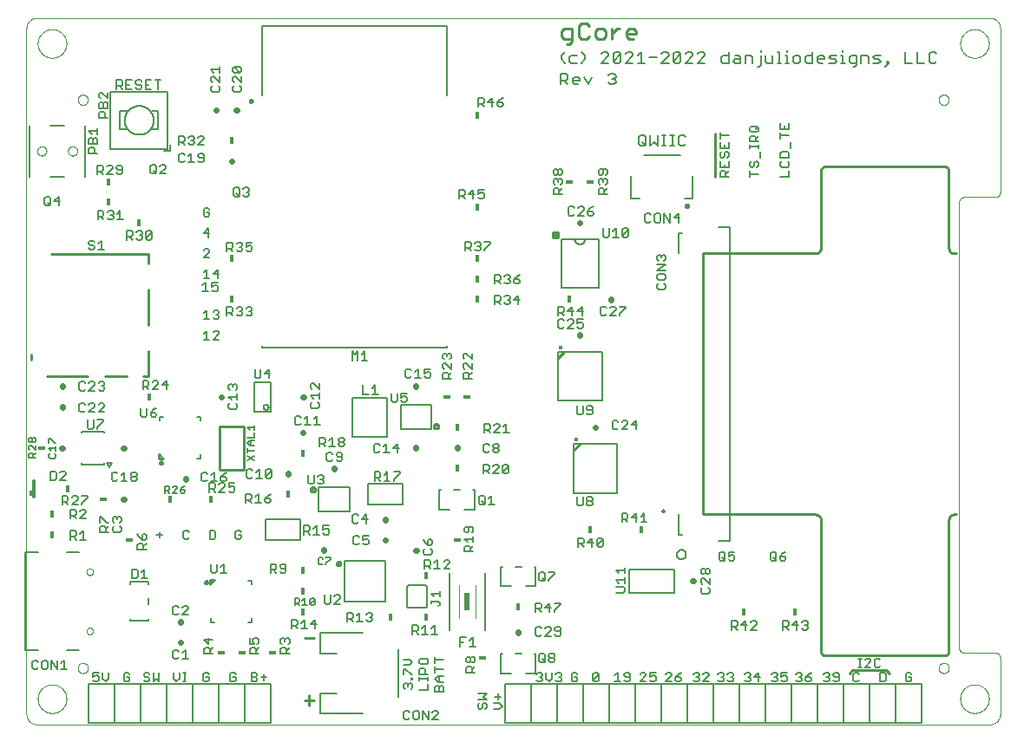
<source format=gto>
G75*
%MOIN*%
%OFA0B0*%
%FSLAX25Y25*%
%IPPOS*%
%LPD*%
%AMOC8*
5,1,8,0,0,1.08239X$1,22.5*
%
%ADD10C,0.00000*%
%ADD11C,0.01000*%
%ADD12C,0.01100*%
%ADD13C,0.00600*%
%ADD14C,0.00800*%
%ADD15C,0.00500*%
%ADD16C,0.00945*%
%ADD17C,0.02200*%
%ADD18C,0.00787*%
%ADD19C,0.01200*%
%ADD20R,0.01969X0.01969*%
%ADD21C,0.00276*%
%ADD22R,0.02362X0.07087*%
%ADD23R,0.02362X0.04331*%
%ADD24C,0.00806*%
%ADD25R,0.01800X0.03000*%
%ADD26R,0.03000X0.01800*%
%ADD27C,0.01600*%
%ADD28C,0.01682*%
%ADD29C,0.01181*%
D10*
X0029238Y0009063D02*
X0029238Y0272843D01*
X0029240Y0272967D01*
X0029246Y0273090D01*
X0029255Y0273214D01*
X0029269Y0273336D01*
X0029286Y0273459D01*
X0029308Y0273581D01*
X0029333Y0273702D01*
X0029362Y0273822D01*
X0029394Y0273941D01*
X0029431Y0274060D01*
X0029471Y0274177D01*
X0029514Y0274292D01*
X0029562Y0274407D01*
X0029613Y0274519D01*
X0029667Y0274630D01*
X0029725Y0274740D01*
X0029786Y0274847D01*
X0029851Y0274953D01*
X0029919Y0275056D01*
X0029990Y0275157D01*
X0030064Y0275256D01*
X0030141Y0275353D01*
X0030222Y0275447D01*
X0030305Y0275538D01*
X0030391Y0275627D01*
X0030480Y0275713D01*
X0030571Y0275796D01*
X0030665Y0275877D01*
X0030762Y0275954D01*
X0030861Y0276028D01*
X0030962Y0276099D01*
X0031065Y0276167D01*
X0031171Y0276232D01*
X0031278Y0276293D01*
X0031388Y0276351D01*
X0031499Y0276405D01*
X0031611Y0276456D01*
X0031726Y0276504D01*
X0031841Y0276547D01*
X0031958Y0276587D01*
X0032077Y0276624D01*
X0032196Y0276656D01*
X0032316Y0276685D01*
X0032437Y0276710D01*
X0032559Y0276732D01*
X0032682Y0276749D01*
X0032804Y0276763D01*
X0032928Y0276772D01*
X0033051Y0276778D01*
X0033175Y0276780D01*
X0399317Y0276780D01*
X0399441Y0276778D01*
X0399564Y0276772D01*
X0399688Y0276763D01*
X0399810Y0276749D01*
X0399933Y0276732D01*
X0400055Y0276710D01*
X0400176Y0276685D01*
X0400296Y0276656D01*
X0400415Y0276624D01*
X0400534Y0276587D01*
X0400651Y0276547D01*
X0400766Y0276504D01*
X0400881Y0276456D01*
X0400993Y0276405D01*
X0401104Y0276351D01*
X0401214Y0276293D01*
X0401321Y0276232D01*
X0401427Y0276167D01*
X0401530Y0276099D01*
X0401631Y0276028D01*
X0401730Y0275954D01*
X0401827Y0275877D01*
X0401921Y0275796D01*
X0402012Y0275713D01*
X0402101Y0275627D01*
X0402187Y0275538D01*
X0402270Y0275447D01*
X0402351Y0275353D01*
X0402428Y0275256D01*
X0402502Y0275157D01*
X0402573Y0275056D01*
X0402641Y0274953D01*
X0402706Y0274847D01*
X0402767Y0274740D01*
X0402825Y0274630D01*
X0402879Y0274519D01*
X0402930Y0274407D01*
X0402978Y0274292D01*
X0403021Y0274177D01*
X0403061Y0274060D01*
X0403098Y0273941D01*
X0403130Y0273822D01*
X0403159Y0273702D01*
X0403184Y0273581D01*
X0403206Y0273459D01*
X0403223Y0273336D01*
X0403237Y0273214D01*
X0403246Y0273090D01*
X0403252Y0272967D01*
X0403254Y0272843D01*
X0403254Y0209850D01*
X0403255Y0209850D02*
X0403253Y0209764D01*
X0403248Y0209678D01*
X0403238Y0209593D01*
X0403225Y0209508D01*
X0403208Y0209424D01*
X0403188Y0209340D01*
X0403164Y0209258D01*
X0403136Y0209177D01*
X0403105Y0209096D01*
X0403071Y0209018D01*
X0403033Y0208941D01*
X0402991Y0208866D01*
X0402947Y0208792D01*
X0402899Y0208721D01*
X0402848Y0208651D01*
X0402794Y0208584D01*
X0402738Y0208520D01*
X0402678Y0208458D01*
X0402616Y0208398D01*
X0402552Y0208342D01*
X0402485Y0208288D01*
X0402415Y0208237D01*
X0402344Y0208189D01*
X0402271Y0208145D01*
X0402195Y0208103D01*
X0402118Y0208065D01*
X0402040Y0208031D01*
X0401959Y0208000D01*
X0401878Y0207972D01*
X0401796Y0207948D01*
X0401712Y0207928D01*
X0401628Y0207911D01*
X0401543Y0207898D01*
X0401458Y0207888D01*
X0401372Y0207883D01*
X0401286Y0207881D01*
X0401286Y0207882D02*
X0389474Y0207882D01*
X0389388Y0207880D01*
X0389302Y0207875D01*
X0389217Y0207865D01*
X0389132Y0207852D01*
X0389048Y0207835D01*
X0388964Y0207815D01*
X0388882Y0207791D01*
X0388801Y0207763D01*
X0388720Y0207732D01*
X0388642Y0207698D01*
X0388565Y0207660D01*
X0388490Y0207618D01*
X0388416Y0207574D01*
X0388345Y0207526D01*
X0388275Y0207475D01*
X0388208Y0207421D01*
X0388144Y0207365D01*
X0388082Y0207305D01*
X0388022Y0207243D01*
X0387966Y0207179D01*
X0387912Y0207112D01*
X0387861Y0207042D01*
X0387813Y0206971D01*
X0387769Y0206898D01*
X0387727Y0206822D01*
X0387689Y0206745D01*
X0387655Y0206667D01*
X0387624Y0206586D01*
X0387596Y0206505D01*
X0387572Y0206423D01*
X0387552Y0206339D01*
X0387535Y0206255D01*
X0387522Y0206170D01*
X0387512Y0206085D01*
X0387507Y0205999D01*
X0387505Y0205913D01*
X0387506Y0205913D02*
X0387506Y0034654D01*
X0387505Y0034654D02*
X0387507Y0034568D01*
X0387512Y0034482D01*
X0387522Y0034397D01*
X0387535Y0034312D01*
X0387552Y0034228D01*
X0387572Y0034144D01*
X0387596Y0034062D01*
X0387624Y0033981D01*
X0387655Y0033900D01*
X0387689Y0033822D01*
X0387727Y0033745D01*
X0387769Y0033670D01*
X0387813Y0033596D01*
X0387861Y0033525D01*
X0387912Y0033455D01*
X0387966Y0033388D01*
X0388022Y0033324D01*
X0388082Y0033262D01*
X0388144Y0033202D01*
X0388208Y0033146D01*
X0388275Y0033092D01*
X0388345Y0033041D01*
X0388416Y0032993D01*
X0388490Y0032949D01*
X0388565Y0032907D01*
X0388642Y0032869D01*
X0388720Y0032835D01*
X0388801Y0032804D01*
X0388882Y0032776D01*
X0388964Y0032752D01*
X0389048Y0032732D01*
X0389132Y0032715D01*
X0389217Y0032702D01*
X0389302Y0032692D01*
X0389388Y0032687D01*
X0389474Y0032685D01*
X0401286Y0032685D01*
X0401286Y0032686D02*
X0401372Y0032684D01*
X0401458Y0032679D01*
X0401543Y0032669D01*
X0401628Y0032656D01*
X0401712Y0032639D01*
X0401796Y0032619D01*
X0401878Y0032595D01*
X0401959Y0032567D01*
X0402040Y0032536D01*
X0402118Y0032502D01*
X0402195Y0032464D01*
X0402271Y0032422D01*
X0402344Y0032378D01*
X0402415Y0032330D01*
X0402485Y0032279D01*
X0402552Y0032225D01*
X0402616Y0032169D01*
X0402678Y0032109D01*
X0402738Y0032047D01*
X0402794Y0031983D01*
X0402848Y0031916D01*
X0402899Y0031846D01*
X0402947Y0031775D01*
X0402991Y0031702D01*
X0403033Y0031626D01*
X0403071Y0031549D01*
X0403105Y0031471D01*
X0403136Y0031390D01*
X0403164Y0031309D01*
X0403188Y0031227D01*
X0403208Y0031143D01*
X0403225Y0031059D01*
X0403238Y0030974D01*
X0403248Y0030889D01*
X0403253Y0030803D01*
X0403255Y0030717D01*
X0403254Y0030717D02*
X0403254Y0009063D01*
X0403252Y0008939D01*
X0403246Y0008816D01*
X0403237Y0008692D01*
X0403223Y0008570D01*
X0403206Y0008447D01*
X0403184Y0008325D01*
X0403159Y0008204D01*
X0403130Y0008084D01*
X0403098Y0007965D01*
X0403061Y0007846D01*
X0403021Y0007729D01*
X0402978Y0007614D01*
X0402930Y0007499D01*
X0402879Y0007387D01*
X0402825Y0007276D01*
X0402767Y0007166D01*
X0402706Y0007059D01*
X0402641Y0006953D01*
X0402573Y0006850D01*
X0402502Y0006749D01*
X0402428Y0006650D01*
X0402351Y0006553D01*
X0402270Y0006459D01*
X0402187Y0006368D01*
X0402101Y0006279D01*
X0402012Y0006193D01*
X0401921Y0006110D01*
X0401827Y0006029D01*
X0401730Y0005952D01*
X0401631Y0005878D01*
X0401530Y0005807D01*
X0401427Y0005739D01*
X0401321Y0005674D01*
X0401214Y0005613D01*
X0401104Y0005555D01*
X0400993Y0005501D01*
X0400881Y0005450D01*
X0400766Y0005402D01*
X0400651Y0005359D01*
X0400534Y0005319D01*
X0400415Y0005282D01*
X0400296Y0005250D01*
X0400176Y0005221D01*
X0400055Y0005196D01*
X0399933Y0005174D01*
X0399810Y0005157D01*
X0399688Y0005143D01*
X0399564Y0005134D01*
X0399441Y0005128D01*
X0399317Y0005126D01*
X0033175Y0005126D01*
X0033051Y0005128D01*
X0032928Y0005134D01*
X0032804Y0005143D01*
X0032682Y0005157D01*
X0032559Y0005174D01*
X0032437Y0005196D01*
X0032316Y0005221D01*
X0032196Y0005250D01*
X0032077Y0005282D01*
X0031958Y0005319D01*
X0031841Y0005359D01*
X0031726Y0005402D01*
X0031611Y0005450D01*
X0031499Y0005501D01*
X0031388Y0005555D01*
X0031278Y0005613D01*
X0031171Y0005674D01*
X0031065Y0005739D01*
X0030962Y0005807D01*
X0030861Y0005878D01*
X0030762Y0005952D01*
X0030665Y0006029D01*
X0030571Y0006110D01*
X0030480Y0006193D01*
X0030391Y0006279D01*
X0030305Y0006368D01*
X0030222Y0006459D01*
X0030141Y0006553D01*
X0030064Y0006650D01*
X0029990Y0006749D01*
X0029919Y0006850D01*
X0029851Y0006953D01*
X0029786Y0007059D01*
X0029725Y0007166D01*
X0029667Y0007276D01*
X0029613Y0007387D01*
X0029562Y0007499D01*
X0029514Y0007614D01*
X0029471Y0007729D01*
X0029431Y0007846D01*
X0029394Y0007965D01*
X0029362Y0008084D01*
X0029333Y0008204D01*
X0029308Y0008325D01*
X0029286Y0008447D01*
X0029269Y0008570D01*
X0029255Y0008692D01*
X0029246Y0008816D01*
X0029240Y0008939D01*
X0029238Y0009063D01*
X0033569Y0014969D02*
X0033571Y0015117D01*
X0033577Y0015265D01*
X0033587Y0015413D01*
X0033601Y0015560D01*
X0033619Y0015707D01*
X0033640Y0015853D01*
X0033666Y0015999D01*
X0033696Y0016144D01*
X0033729Y0016288D01*
X0033767Y0016431D01*
X0033808Y0016573D01*
X0033853Y0016714D01*
X0033901Y0016854D01*
X0033954Y0016993D01*
X0034010Y0017130D01*
X0034070Y0017265D01*
X0034133Y0017399D01*
X0034200Y0017531D01*
X0034271Y0017661D01*
X0034345Y0017789D01*
X0034422Y0017915D01*
X0034503Y0018039D01*
X0034587Y0018161D01*
X0034674Y0018280D01*
X0034765Y0018397D01*
X0034859Y0018512D01*
X0034955Y0018624D01*
X0035055Y0018734D01*
X0035157Y0018840D01*
X0035263Y0018944D01*
X0035371Y0019045D01*
X0035482Y0019143D01*
X0035595Y0019239D01*
X0035711Y0019331D01*
X0035829Y0019420D01*
X0035950Y0019505D01*
X0036073Y0019588D01*
X0036198Y0019667D01*
X0036325Y0019743D01*
X0036454Y0019815D01*
X0036585Y0019884D01*
X0036718Y0019949D01*
X0036853Y0020010D01*
X0036989Y0020068D01*
X0037126Y0020123D01*
X0037265Y0020173D01*
X0037406Y0020220D01*
X0037547Y0020263D01*
X0037690Y0020303D01*
X0037834Y0020338D01*
X0037978Y0020370D01*
X0038124Y0020397D01*
X0038270Y0020421D01*
X0038417Y0020441D01*
X0038564Y0020457D01*
X0038711Y0020469D01*
X0038859Y0020477D01*
X0039007Y0020481D01*
X0039155Y0020481D01*
X0039303Y0020477D01*
X0039451Y0020469D01*
X0039598Y0020457D01*
X0039745Y0020441D01*
X0039892Y0020421D01*
X0040038Y0020397D01*
X0040184Y0020370D01*
X0040328Y0020338D01*
X0040472Y0020303D01*
X0040615Y0020263D01*
X0040756Y0020220D01*
X0040897Y0020173D01*
X0041036Y0020123D01*
X0041173Y0020068D01*
X0041309Y0020010D01*
X0041444Y0019949D01*
X0041577Y0019884D01*
X0041708Y0019815D01*
X0041837Y0019743D01*
X0041964Y0019667D01*
X0042089Y0019588D01*
X0042212Y0019505D01*
X0042333Y0019420D01*
X0042451Y0019331D01*
X0042567Y0019239D01*
X0042680Y0019143D01*
X0042791Y0019045D01*
X0042899Y0018944D01*
X0043005Y0018840D01*
X0043107Y0018734D01*
X0043207Y0018624D01*
X0043303Y0018512D01*
X0043397Y0018397D01*
X0043488Y0018280D01*
X0043575Y0018161D01*
X0043659Y0018039D01*
X0043740Y0017915D01*
X0043817Y0017789D01*
X0043891Y0017661D01*
X0043962Y0017531D01*
X0044029Y0017399D01*
X0044092Y0017265D01*
X0044152Y0017130D01*
X0044208Y0016993D01*
X0044261Y0016854D01*
X0044309Y0016714D01*
X0044354Y0016573D01*
X0044395Y0016431D01*
X0044433Y0016288D01*
X0044466Y0016144D01*
X0044496Y0015999D01*
X0044522Y0015853D01*
X0044543Y0015707D01*
X0044561Y0015560D01*
X0044575Y0015413D01*
X0044585Y0015265D01*
X0044591Y0015117D01*
X0044593Y0014969D01*
X0044591Y0014821D01*
X0044585Y0014673D01*
X0044575Y0014525D01*
X0044561Y0014378D01*
X0044543Y0014231D01*
X0044522Y0014085D01*
X0044496Y0013939D01*
X0044466Y0013794D01*
X0044433Y0013650D01*
X0044395Y0013507D01*
X0044354Y0013365D01*
X0044309Y0013224D01*
X0044261Y0013084D01*
X0044208Y0012945D01*
X0044152Y0012808D01*
X0044092Y0012673D01*
X0044029Y0012539D01*
X0043962Y0012407D01*
X0043891Y0012277D01*
X0043817Y0012149D01*
X0043740Y0012023D01*
X0043659Y0011899D01*
X0043575Y0011777D01*
X0043488Y0011658D01*
X0043397Y0011541D01*
X0043303Y0011426D01*
X0043207Y0011314D01*
X0043107Y0011204D01*
X0043005Y0011098D01*
X0042899Y0010994D01*
X0042791Y0010893D01*
X0042680Y0010795D01*
X0042567Y0010699D01*
X0042451Y0010607D01*
X0042333Y0010518D01*
X0042212Y0010433D01*
X0042089Y0010350D01*
X0041964Y0010271D01*
X0041837Y0010195D01*
X0041708Y0010123D01*
X0041577Y0010054D01*
X0041444Y0009989D01*
X0041309Y0009928D01*
X0041173Y0009870D01*
X0041036Y0009815D01*
X0040897Y0009765D01*
X0040756Y0009718D01*
X0040615Y0009675D01*
X0040472Y0009635D01*
X0040328Y0009600D01*
X0040184Y0009568D01*
X0040038Y0009541D01*
X0039892Y0009517D01*
X0039745Y0009497D01*
X0039598Y0009481D01*
X0039451Y0009469D01*
X0039303Y0009461D01*
X0039155Y0009457D01*
X0039007Y0009457D01*
X0038859Y0009461D01*
X0038711Y0009469D01*
X0038564Y0009481D01*
X0038417Y0009497D01*
X0038270Y0009517D01*
X0038124Y0009541D01*
X0037978Y0009568D01*
X0037834Y0009600D01*
X0037690Y0009635D01*
X0037547Y0009675D01*
X0037406Y0009718D01*
X0037265Y0009765D01*
X0037126Y0009815D01*
X0036989Y0009870D01*
X0036853Y0009928D01*
X0036718Y0009989D01*
X0036585Y0010054D01*
X0036454Y0010123D01*
X0036325Y0010195D01*
X0036198Y0010271D01*
X0036073Y0010350D01*
X0035950Y0010433D01*
X0035829Y0010518D01*
X0035711Y0010607D01*
X0035595Y0010699D01*
X0035482Y0010795D01*
X0035371Y0010893D01*
X0035263Y0010994D01*
X0035157Y0011098D01*
X0035055Y0011204D01*
X0034955Y0011314D01*
X0034859Y0011426D01*
X0034765Y0011541D01*
X0034674Y0011658D01*
X0034587Y0011777D01*
X0034503Y0011899D01*
X0034422Y0012023D01*
X0034345Y0012149D01*
X0034271Y0012277D01*
X0034200Y0012407D01*
X0034133Y0012539D01*
X0034070Y0012673D01*
X0034010Y0012808D01*
X0033954Y0012945D01*
X0033901Y0013084D01*
X0033853Y0013224D01*
X0033808Y0013365D01*
X0033767Y0013507D01*
X0033729Y0013650D01*
X0033696Y0013794D01*
X0033666Y0013939D01*
X0033640Y0014085D01*
X0033619Y0014231D01*
X0033601Y0014378D01*
X0033587Y0014525D01*
X0033577Y0014673D01*
X0033571Y0014821D01*
X0033569Y0014969D01*
X0048923Y0026780D02*
X0048925Y0026868D01*
X0048931Y0026956D01*
X0048941Y0027044D01*
X0048955Y0027132D01*
X0048972Y0027218D01*
X0048994Y0027304D01*
X0049019Y0027388D01*
X0049049Y0027472D01*
X0049081Y0027554D01*
X0049118Y0027634D01*
X0049158Y0027713D01*
X0049202Y0027790D01*
X0049249Y0027865D01*
X0049299Y0027937D01*
X0049353Y0028008D01*
X0049409Y0028075D01*
X0049469Y0028141D01*
X0049531Y0028203D01*
X0049597Y0028263D01*
X0049664Y0028319D01*
X0049735Y0028373D01*
X0049807Y0028423D01*
X0049882Y0028470D01*
X0049959Y0028514D01*
X0050038Y0028554D01*
X0050118Y0028591D01*
X0050200Y0028623D01*
X0050284Y0028653D01*
X0050368Y0028678D01*
X0050454Y0028700D01*
X0050540Y0028717D01*
X0050628Y0028731D01*
X0050716Y0028741D01*
X0050804Y0028747D01*
X0050892Y0028749D01*
X0050980Y0028747D01*
X0051068Y0028741D01*
X0051156Y0028731D01*
X0051244Y0028717D01*
X0051330Y0028700D01*
X0051416Y0028678D01*
X0051500Y0028653D01*
X0051584Y0028623D01*
X0051666Y0028591D01*
X0051746Y0028554D01*
X0051825Y0028514D01*
X0051902Y0028470D01*
X0051977Y0028423D01*
X0052049Y0028373D01*
X0052120Y0028319D01*
X0052187Y0028263D01*
X0052253Y0028203D01*
X0052315Y0028141D01*
X0052375Y0028075D01*
X0052431Y0028008D01*
X0052485Y0027937D01*
X0052535Y0027865D01*
X0052582Y0027790D01*
X0052626Y0027713D01*
X0052666Y0027634D01*
X0052703Y0027554D01*
X0052735Y0027472D01*
X0052765Y0027388D01*
X0052790Y0027304D01*
X0052812Y0027218D01*
X0052829Y0027132D01*
X0052843Y0027044D01*
X0052853Y0026956D01*
X0052859Y0026868D01*
X0052861Y0026780D01*
X0052859Y0026692D01*
X0052853Y0026604D01*
X0052843Y0026516D01*
X0052829Y0026428D01*
X0052812Y0026342D01*
X0052790Y0026256D01*
X0052765Y0026172D01*
X0052735Y0026088D01*
X0052703Y0026006D01*
X0052666Y0025926D01*
X0052626Y0025847D01*
X0052582Y0025770D01*
X0052535Y0025695D01*
X0052485Y0025623D01*
X0052431Y0025552D01*
X0052375Y0025485D01*
X0052315Y0025419D01*
X0052253Y0025357D01*
X0052187Y0025297D01*
X0052120Y0025241D01*
X0052049Y0025187D01*
X0051977Y0025137D01*
X0051902Y0025090D01*
X0051825Y0025046D01*
X0051746Y0025006D01*
X0051666Y0024969D01*
X0051584Y0024937D01*
X0051500Y0024907D01*
X0051416Y0024882D01*
X0051330Y0024860D01*
X0051244Y0024843D01*
X0051156Y0024829D01*
X0051068Y0024819D01*
X0050980Y0024813D01*
X0050892Y0024811D01*
X0050804Y0024813D01*
X0050716Y0024819D01*
X0050628Y0024829D01*
X0050540Y0024843D01*
X0050454Y0024860D01*
X0050368Y0024882D01*
X0050284Y0024907D01*
X0050200Y0024937D01*
X0050118Y0024969D01*
X0050038Y0025006D01*
X0049959Y0025046D01*
X0049882Y0025090D01*
X0049807Y0025137D01*
X0049735Y0025187D01*
X0049664Y0025241D01*
X0049597Y0025297D01*
X0049531Y0025357D01*
X0049469Y0025419D01*
X0049409Y0025485D01*
X0049353Y0025552D01*
X0049299Y0025623D01*
X0049249Y0025695D01*
X0049202Y0025770D01*
X0049158Y0025847D01*
X0049118Y0025926D01*
X0049081Y0026006D01*
X0049049Y0026088D01*
X0049019Y0026172D01*
X0048994Y0026256D01*
X0048972Y0026342D01*
X0048955Y0026428D01*
X0048941Y0026516D01*
X0048931Y0026604D01*
X0048925Y0026692D01*
X0048923Y0026780D01*
X0052289Y0040992D02*
X0052291Y0041063D01*
X0052297Y0041134D01*
X0052307Y0041205D01*
X0052321Y0041274D01*
X0052338Y0041343D01*
X0052360Y0041411D01*
X0052385Y0041478D01*
X0052414Y0041543D01*
X0052446Y0041606D01*
X0052482Y0041668D01*
X0052521Y0041727D01*
X0052564Y0041784D01*
X0052609Y0041839D01*
X0052658Y0041891D01*
X0052709Y0041940D01*
X0052763Y0041986D01*
X0052820Y0042030D01*
X0052878Y0042070D01*
X0052939Y0042106D01*
X0053002Y0042140D01*
X0053067Y0042169D01*
X0053133Y0042195D01*
X0053201Y0042218D01*
X0053269Y0042236D01*
X0053339Y0042251D01*
X0053409Y0042262D01*
X0053480Y0042269D01*
X0053551Y0042272D01*
X0053622Y0042271D01*
X0053693Y0042266D01*
X0053764Y0042257D01*
X0053834Y0042244D01*
X0053903Y0042228D01*
X0053971Y0042207D01*
X0054038Y0042183D01*
X0054104Y0042155D01*
X0054167Y0042123D01*
X0054229Y0042088D01*
X0054289Y0042050D01*
X0054347Y0042008D01*
X0054402Y0041964D01*
X0054455Y0041916D01*
X0054505Y0041865D01*
X0054552Y0041812D01*
X0054596Y0041756D01*
X0054637Y0041698D01*
X0054675Y0041637D01*
X0054709Y0041575D01*
X0054739Y0041510D01*
X0054766Y0041445D01*
X0054790Y0041377D01*
X0054809Y0041309D01*
X0054825Y0041240D01*
X0054837Y0041169D01*
X0054845Y0041099D01*
X0054849Y0041028D01*
X0054849Y0040956D01*
X0054845Y0040885D01*
X0054837Y0040815D01*
X0054825Y0040744D01*
X0054809Y0040675D01*
X0054790Y0040607D01*
X0054766Y0040539D01*
X0054739Y0040474D01*
X0054709Y0040409D01*
X0054675Y0040347D01*
X0054637Y0040286D01*
X0054596Y0040228D01*
X0054552Y0040172D01*
X0054505Y0040119D01*
X0054455Y0040068D01*
X0054402Y0040020D01*
X0054347Y0039976D01*
X0054289Y0039934D01*
X0054229Y0039896D01*
X0054167Y0039861D01*
X0054104Y0039829D01*
X0054038Y0039801D01*
X0053971Y0039777D01*
X0053903Y0039756D01*
X0053834Y0039740D01*
X0053764Y0039727D01*
X0053693Y0039718D01*
X0053622Y0039713D01*
X0053551Y0039712D01*
X0053480Y0039715D01*
X0053409Y0039722D01*
X0053339Y0039733D01*
X0053269Y0039748D01*
X0053201Y0039766D01*
X0053133Y0039789D01*
X0053067Y0039815D01*
X0053002Y0039844D01*
X0052939Y0039878D01*
X0052878Y0039914D01*
X0052820Y0039954D01*
X0052763Y0039998D01*
X0052709Y0040044D01*
X0052658Y0040093D01*
X0052609Y0040145D01*
X0052564Y0040200D01*
X0052521Y0040257D01*
X0052482Y0040316D01*
X0052446Y0040378D01*
X0052414Y0040441D01*
X0052385Y0040506D01*
X0052360Y0040573D01*
X0052338Y0040641D01*
X0052321Y0040710D01*
X0052307Y0040779D01*
X0052297Y0040850D01*
X0052291Y0040921D01*
X0052289Y0040992D01*
X0052289Y0063748D02*
X0052291Y0063819D01*
X0052297Y0063890D01*
X0052307Y0063961D01*
X0052321Y0064030D01*
X0052338Y0064099D01*
X0052360Y0064167D01*
X0052385Y0064234D01*
X0052414Y0064299D01*
X0052446Y0064362D01*
X0052482Y0064424D01*
X0052521Y0064483D01*
X0052564Y0064540D01*
X0052609Y0064595D01*
X0052658Y0064647D01*
X0052709Y0064696D01*
X0052763Y0064742D01*
X0052820Y0064786D01*
X0052878Y0064826D01*
X0052939Y0064862D01*
X0053002Y0064896D01*
X0053067Y0064925D01*
X0053133Y0064951D01*
X0053201Y0064974D01*
X0053269Y0064992D01*
X0053339Y0065007D01*
X0053409Y0065018D01*
X0053480Y0065025D01*
X0053551Y0065028D01*
X0053622Y0065027D01*
X0053693Y0065022D01*
X0053764Y0065013D01*
X0053834Y0065000D01*
X0053903Y0064984D01*
X0053971Y0064963D01*
X0054038Y0064939D01*
X0054104Y0064911D01*
X0054167Y0064879D01*
X0054229Y0064844D01*
X0054289Y0064806D01*
X0054347Y0064764D01*
X0054402Y0064720D01*
X0054455Y0064672D01*
X0054505Y0064621D01*
X0054552Y0064568D01*
X0054596Y0064512D01*
X0054637Y0064454D01*
X0054675Y0064393D01*
X0054709Y0064331D01*
X0054739Y0064266D01*
X0054766Y0064201D01*
X0054790Y0064133D01*
X0054809Y0064065D01*
X0054825Y0063996D01*
X0054837Y0063925D01*
X0054845Y0063855D01*
X0054849Y0063784D01*
X0054849Y0063712D01*
X0054845Y0063641D01*
X0054837Y0063571D01*
X0054825Y0063500D01*
X0054809Y0063431D01*
X0054790Y0063363D01*
X0054766Y0063295D01*
X0054739Y0063230D01*
X0054709Y0063165D01*
X0054675Y0063103D01*
X0054637Y0063042D01*
X0054596Y0062984D01*
X0054552Y0062928D01*
X0054505Y0062875D01*
X0054455Y0062824D01*
X0054402Y0062776D01*
X0054347Y0062732D01*
X0054289Y0062690D01*
X0054229Y0062652D01*
X0054167Y0062617D01*
X0054104Y0062585D01*
X0054038Y0062557D01*
X0053971Y0062533D01*
X0053903Y0062512D01*
X0053834Y0062496D01*
X0053764Y0062483D01*
X0053693Y0062474D01*
X0053622Y0062469D01*
X0053551Y0062468D01*
X0053480Y0062471D01*
X0053409Y0062478D01*
X0053339Y0062489D01*
X0053269Y0062504D01*
X0053201Y0062522D01*
X0053133Y0062545D01*
X0053067Y0062571D01*
X0053002Y0062600D01*
X0052939Y0062634D01*
X0052878Y0062670D01*
X0052820Y0062710D01*
X0052763Y0062754D01*
X0052709Y0062800D01*
X0052658Y0062849D01*
X0052609Y0062901D01*
X0052564Y0062956D01*
X0052521Y0063013D01*
X0052482Y0063072D01*
X0052446Y0063134D01*
X0052414Y0063197D01*
X0052385Y0063262D01*
X0052360Y0063329D01*
X0052338Y0063397D01*
X0052321Y0063466D01*
X0052307Y0063535D01*
X0052297Y0063606D01*
X0052291Y0063677D01*
X0052289Y0063748D01*
X0045183Y0225598D02*
X0045185Y0225682D01*
X0045191Y0225765D01*
X0045201Y0225848D01*
X0045215Y0225931D01*
X0045232Y0226013D01*
X0045254Y0226094D01*
X0045279Y0226173D01*
X0045308Y0226252D01*
X0045341Y0226329D01*
X0045377Y0226404D01*
X0045417Y0226478D01*
X0045460Y0226550D01*
X0045507Y0226619D01*
X0045557Y0226686D01*
X0045610Y0226751D01*
X0045666Y0226813D01*
X0045724Y0226873D01*
X0045786Y0226930D01*
X0045850Y0226983D01*
X0045917Y0227034D01*
X0045986Y0227081D01*
X0046057Y0227126D01*
X0046130Y0227166D01*
X0046205Y0227203D01*
X0046282Y0227237D01*
X0046360Y0227267D01*
X0046439Y0227293D01*
X0046520Y0227316D01*
X0046602Y0227334D01*
X0046684Y0227349D01*
X0046767Y0227360D01*
X0046850Y0227367D01*
X0046934Y0227370D01*
X0047018Y0227369D01*
X0047101Y0227364D01*
X0047185Y0227355D01*
X0047267Y0227342D01*
X0047349Y0227326D01*
X0047430Y0227305D01*
X0047511Y0227281D01*
X0047589Y0227253D01*
X0047667Y0227221D01*
X0047743Y0227185D01*
X0047817Y0227146D01*
X0047889Y0227104D01*
X0047959Y0227058D01*
X0048027Y0227009D01*
X0048092Y0226957D01*
X0048155Y0226902D01*
X0048215Y0226844D01*
X0048273Y0226783D01*
X0048327Y0226719D01*
X0048379Y0226653D01*
X0048427Y0226585D01*
X0048472Y0226514D01*
X0048513Y0226441D01*
X0048552Y0226367D01*
X0048586Y0226291D01*
X0048617Y0226213D01*
X0048644Y0226134D01*
X0048668Y0226053D01*
X0048687Y0225972D01*
X0048703Y0225890D01*
X0048715Y0225807D01*
X0048723Y0225723D01*
X0048727Y0225640D01*
X0048727Y0225556D01*
X0048723Y0225473D01*
X0048715Y0225389D01*
X0048703Y0225306D01*
X0048687Y0225224D01*
X0048668Y0225143D01*
X0048644Y0225062D01*
X0048617Y0224983D01*
X0048586Y0224905D01*
X0048552Y0224829D01*
X0048513Y0224755D01*
X0048472Y0224682D01*
X0048427Y0224611D01*
X0048379Y0224543D01*
X0048327Y0224477D01*
X0048273Y0224413D01*
X0048215Y0224352D01*
X0048155Y0224294D01*
X0048092Y0224239D01*
X0048027Y0224187D01*
X0047959Y0224138D01*
X0047889Y0224092D01*
X0047817Y0224050D01*
X0047743Y0224011D01*
X0047667Y0223975D01*
X0047589Y0223943D01*
X0047511Y0223915D01*
X0047430Y0223891D01*
X0047349Y0223870D01*
X0047267Y0223854D01*
X0047185Y0223841D01*
X0047101Y0223832D01*
X0047018Y0223827D01*
X0046934Y0223826D01*
X0046850Y0223829D01*
X0046767Y0223836D01*
X0046684Y0223847D01*
X0046602Y0223862D01*
X0046520Y0223880D01*
X0046439Y0223903D01*
X0046360Y0223929D01*
X0046282Y0223959D01*
X0046205Y0223993D01*
X0046130Y0224030D01*
X0046057Y0224070D01*
X0045986Y0224115D01*
X0045917Y0224162D01*
X0045850Y0224213D01*
X0045786Y0224266D01*
X0045724Y0224323D01*
X0045666Y0224383D01*
X0045610Y0224445D01*
X0045557Y0224510D01*
X0045507Y0224577D01*
X0045460Y0224646D01*
X0045417Y0224718D01*
X0045377Y0224792D01*
X0045341Y0224867D01*
X0045308Y0224944D01*
X0045279Y0225023D01*
X0045254Y0225102D01*
X0045232Y0225183D01*
X0045215Y0225265D01*
X0045201Y0225348D01*
X0045191Y0225431D01*
X0045185Y0225514D01*
X0045183Y0225598D01*
X0033372Y0225598D02*
X0033374Y0225682D01*
X0033380Y0225765D01*
X0033390Y0225848D01*
X0033404Y0225931D01*
X0033421Y0226013D01*
X0033443Y0226094D01*
X0033468Y0226173D01*
X0033497Y0226252D01*
X0033530Y0226329D01*
X0033566Y0226404D01*
X0033606Y0226478D01*
X0033649Y0226550D01*
X0033696Y0226619D01*
X0033746Y0226686D01*
X0033799Y0226751D01*
X0033855Y0226813D01*
X0033913Y0226873D01*
X0033975Y0226930D01*
X0034039Y0226983D01*
X0034106Y0227034D01*
X0034175Y0227081D01*
X0034246Y0227126D01*
X0034319Y0227166D01*
X0034394Y0227203D01*
X0034471Y0227237D01*
X0034549Y0227267D01*
X0034628Y0227293D01*
X0034709Y0227316D01*
X0034791Y0227334D01*
X0034873Y0227349D01*
X0034956Y0227360D01*
X0035039Y0227367D01*
X0035123Y0227370D01*
X0035207Y0227369D01*
X0035290Y0227364D01*
X0035374Y0227355D01*
X0035456Y0227342D01*
X0035538Y0227326D01*
X0035619Y0227305D01*
X0035700Y0227281D01*
X0035778Y0227253D01*
X0035856Y0227221D01*
X0035932Y0227185D01*
X0036006Y0227146D01*
X0036078Y0227104D01*
X0036148Y0227058D01*
X0036216Y0227009D01*
X0036281Y0226957D01*
X0036344Y0226902D01*
X0036404Y0226844D01*
X0036462Y0226783D01*
X0036516Y0226719D01*
X0036568Y0226653D01*
X0036616Y0226585D01*
X0036661Y0226514D01*
X0036702Y0226441D01*
X0036741Y0226367D01*
X0036775Y0226291D01*
X0036806Y0226213D01*
X0036833Y0226134D01*
X0036857Y0226053D01*
X0036876Y0225972D01*
X0036892Y0225890D01*
X0036904Y0225807D01*
X0036912Y0225723D01*
X0036916Y0225640D01*
X0036916Y0225556D01*
X0036912Y0225473D01*
X0036904Y0225389D01*
X0036892Y0225306D01*
X0036876Y0225224D01*
X0036857Y0225143D01*
X0036833Y0225062D01*
X0036806Y0224983D01*
X0036775Y0224905D01*
X0036741Y0224829D01*
X0036702Y0224755D01*
X0036661Y0224682D01*
X0036616Y0224611D01*
X0036568Y0224543D01*
X0036516Y0224477D01*
X0036462Y0224413D01*
X0036404Y0224352D01*
X0036344Y0224294D01*
X0036281Y0224239D01*
X0036216Y0224187D01*
X0036148Y0224138D01*
X0036078Y0224092D01*
X0036006Y0224050D01*
X0035932Y0224011D01*
X0035856Y0223975D01*
X0035778Y0223943D01*
X0035700Y0223915D01*
X0035619Y0223891D01*
X0035538Y0223870D01*
X0035456Y0223854D01*
X0035374Y0223841D01*
X0035290Y0223832D01*
X0035207Y0223827D01*
X0035123Y0223826D01*
X0035039Y0223829D01*
X0034956Y0223836D01*
X0034873Y0223847D01*
X0034791Y0223862D01*
X0034709Y0223880D01*
X0034628Y0223903D01*
X0034549Y0223929D01*
X0034471Y0223959D01*
X0034394Y0223993D01*
X0034319Y0224030D01*
X0034246Y0224070D01*
X0034175Y0224115D01*
X0034106Y0224162D01*
X0034039Y0224213D01*
X0033975Y0224266D01*
X0033913Y0224323D01*
X0033855Y0224383D01*
X0033799Y0224445D01*
X0033746Y0224510D01*
X0033696Y0224577D01*
X0033649Y0224646D01*
X0033606Y0224718D01*
X0033566Y0224792D01*
X0033530Y0224867D01*
X0033497Y0224944D01*
X0033468Y0225023D01*
X0033443Y0225102D01*
X0033421Y0225183D01*
X0033404Y0225265D01*
X0033390Y0225348D01*
X0033380Y0225431D01*
X0033374Y0225514D01*
X0033372Y0225598D01*
X0048923Y0245283D02*
X0048925Y0245371D01*
X0048931Y0245459D01*
X0048941Y0245547D01*
X0048955Y0245635D01*
X0048972Y0245721D01*
X0048994Y0245807D01*
X0049019Y0245891D01*
X0049049Y0245975D01*
X0049081Y0246057D01*
X0049118Y0246137D01*
X0049158Y0246216D01*
X0049202Y0246293D01*
X0049249Y0246368D01*
X0049299Y0246440D01*
X0049353Y0246511D01*
X0049409Y0246578D01*
X0049469Y0246644D01*
X0049531Y0246706D01*
X0049597Y0246766D01*
X0049664Y0246822D01*
X0049735Y0246876D01*
X0049807Y0246926D01*
X0049882Y0246973D01*
X0049959Y0247017D01*
X0050038Y0247057D01*
X0050118Y0247094D01*
X0050200Y0247126D01*
X0050284Y0247156D01*
X0050368Y0247181D01*
X0050454Y0247203D01*
X0050540Y0247220D01*
X0050628Y0247234D01*
X0050716Y0247244D01*
X0050804Y0247250D01*
X0050892Y0247252D01*
X0050980Y0247250D01*
X0051068Y0247244D01*
X0051156Y0247234D01*
X0051244Y0247220D01*
X0051330Y0247203D01*
X0051416Y0247181D01*
X0051500Y0247156D01*
X0051584Y0247126D01*
X0051666Y0247094D01*
X0051746Y0247057D01*
X0051825Y0247017D01*
X0051902Y0246973D01*
X0051977Y0246926D01*
X0052049Y0246876D01*
X0052120Y0246822D01*
X0052187Y0246766D01*
X0052253Y0246706D01*
X0052315Y0246644D01*
X0052375Y0246578D01*
X0052431Y0246511D01*
X0052485Y0246440D01*
X0052535Y0246368D01*
X0052582Y0246293D01*
X0052626Y0246216D01*
X0052666Y0246137D01*
X0052703Y0246057D01*
X0052735Y0245975D01*
X0052765Y0245891D01*
X0052790Y0245807D01*
X0052812Y0245721D01*
X0052829Y0245635D01*
X0052843Y0245547D01*
X0052853Y0245459D01*
X0052859Y0245371D01*
X0052861Y0245283D01*
X0052859Y0245195D01*
X0052853Y0245107D01*
X0052843Y0245019D01*
X0052829Y0244931D01*
X0052812Y0244845D01*
X0052790Y0244759D01*
X0052765Y0244675D01*
X0052735Y0244591D01*
X0052703Y0244509D01*
X0052666Y0244429D01*
X0052626Y0244350D01*
X0052582Y0244273D01*
X0052535Y0244198D01*
X0052485Y0244126D01*
X0052431Y0244055D01*
X0052375Y0243988D01*
X0052315Y0243922D01*
X0052253Y0243860D01*
X0052187Y0243800D01*
X0052120Y0243744D01*
X0052049Y0243690D01*
X0051977Y0243640D01*
X0051902Y0243593D01*
X0051825Y0243549D01*
X0051746Y0243509D01*
X0051666Y0243472D01*
X0051584Y0243440D01*
X0051500Y0243410D01*
X0051416Y0243385D01*
X0051330Y0243363D01*
X0051244Y0243346D01*
X0051156Y0243332D01*
X0051068Y0243322D01*
X0050980Y0243316D01*
X0050892Y0243314D01*
X0050804Y0243316D01*
X0050716Y0243322D01*
X0050628Y0243332D01*
X0050540Y0243346D01*
X0050454Y0243363D01*
X0050368Y0243385D01*
X0050284Y0243410D01*
X0050200Y0243440D01*
X0050118Y0243472D01*
X0050038Y0243509D01*
X0049959Y0243549D01*
X0049882Y0243593D01*
X0049807Y0243640D01*
X0049735Y0243690D01*
X0049664Y0243744D01*
X0049597Y0243800D01*
X0049531Y0243860D01*
X0049469Y0243922D01*
X0049409Y0243988D01*
X0049353Y0244055D01*
X0049299Y0244126D01*
X0049249Y0244198D01*
X0049202Y0244273D01*
X0049158Y0244350D01*
X0049118Y0244429D01*
X0049081Y0244509D01*
X0049049Y0244591D01*
X0049019Y0244675D01*
X0048994Y0244759D01*
X0048972Y0244845D01*
X0048955Y0244931D01*
X0048941Y0245019D01*
X0048931Y0245107D01*
X0048925Y0245195D01*
X0048923Y0245283D01*
X0033569Y0266937D02*
X0033571Y0267085D01*
X0033577Y0267233D01*
X0033587Y0267381D01*
X0033601Y0267528D01*
X0033619Y0267675D01*
X0033640Y0267821D01*
X0033666Y0267967D01*
X0033696Y0268112D01*
X0033729Y0268256D01*
X0033767Y0268399D01*
X0033808Y0268541D01*
X0033853Y0268682D01*
X0033901Y0268822D01*
X0033954Y0268961D01*
X0034010Y0269098D01*
X0034070Y0269233D01*
X0034133Y0269367D01*
X0034200Y0269499D01*
X0034271Y0269629D01*
X0034345Y0269757D01*
X0034422Y0269883D01*
X0034503Y0270007D01*
X0034587Y0270129D01*
X0034674Y0270248D01*
X0034765Y0270365D01*
X0034859Y0270480D01*
X0034955Y0270592D01*
X0035055Y0270702D01*
X0035157Y0270808D01*
X0035263Y0270912D01*
X0035371Y0271013D01*
X0035482Y0271111D01*
X0035595Y0271207D01*
X0035711Y0271299D01*
X0035829Y0271388D01*
X0035950Y0271473D01*
X0036073Y0271556D01*
X0036198Y0271635D01*
X0036325Y0271711D01*
X0036454Y0271783D01*
X0036585Y0271852D01*
X0036718Y0271917D01*
X0036853Y0271978D01*
X0036989Y0272036D01*
X0037126Y0272091D01*
X0037265Y0272141D01*
X0037406Y0272188D01*
X0037547Y0272231D01*
X0037690Y0272271D01*
X0037834Y0272306D01*
X0037978Y0272338D01*
X0038124Y0272365D01*
X0038270Y0272389D01*
X0038417Y0272409D01*
X0038564Y0272425D01*
X0038711Y0272437D01*
X0038859Y0272445D01*
X0039007Y0272449D01*
X0039155Y0272449D01*
X0039303Y0272445D01*
X0039451Y0272437D01*
X0039598Y0272425D01*
X0039745Y0272409D01*
X0039892Y0272389D01*
X0040038Y0272365D01*
X0040184Y0272338D01*
X0040328Y0272306D01*
X0040472Y0272271D01*
X0040615Y0272231D01*
X0040756Y0272188D01*
X0040897Y0272141D01*
X0041036Y0272091D01*
X0041173Y0272036D01*
X0041309Y0271978D01*
X0041444Y0271917D01*
X0041577Y0271852D01*
X0041708Y0271783D01*
X0041837Y0271711D01*
X0041964Y0271635D01*
X0042089Y0271556D01*
X0042212Y0271473D01*
X0042333Y0271388D01*
X0042451Y0271299D01*
X0042567Y0271207D01*
X0042680Y0271111D01*
X0042791Y0271013D01*
X0042899Y0270912D01*
X0043005Y0270808D01*
X0043107Y0270702D01*
X0043207Y0270592D01*
X0043303Y0270480D01*
X0043397Y0270365D01*
X0043488Y0270248D01*
X0043575Y0270129D01*
X0043659Y0270007D01*
X0043740Y0269883D01*
X0043817Y0269757D01*
X0043891Y0269629D01*
X0043962Y0269499D01*
X0044029Y0269367D01*
X0044092Y0269233D01*
X0044152Y0269098D01*
X0044208Y0268961D01*
X0044261Y0268822D01*
X0044309Y0268682D01*
X0044354Y0268541D01*
X0044395Y0268399D01*
X0044433Y0268256D01*
X0044466Y0268112D01*
X0044496Y0267967D01*
X0044522Y0267821D01*
X0044543Y0267675D01*
X0044561Y0267528D01*
X0044575Y0267381D01*
X0044585Y0267233D01*
X0044591Y0267085D01*
X0044593Y0266937D01*
X0044591Y0266789D01*
X0044585Y0266641D01*
X0044575Y0266493D01*
X0044561Y0266346D01*
X0044543Y0266199D01*
X0044522Y0266053D01*
X0044496Y0265907D01*
X0044466Y0265762D01*
X0044433Y0265618D01*
X0044395Y0265475D01*
X0044354Y0265333D01*
X0044309Y0265192D01*
X0044261Y0265052D01*
X0044208Y0264913D01*
X0044152Y0264776D01*
X0044092Y0264641D01*
X0044029Y0264507D01*
X0043962Y0264375D01*
X0043891Y0264245D01*
X0043817Y0264117D01*
X0043740Y0263991D01*
X0043659Y0263867D01*
X0043575Y0263745D01*
X0043488Y0263626D01*
X0043397Y0263509D01*
X0043303Y0263394D01*
X0043207Y0263282D01*
X0043107Y0263172D01*
X0043005Y0263066D01*
X0042899Y0262962D01*
X0042791Y0262861D01*
X0042680Y0262763D01*
X0042567Y0262667D01*
X0042451Y0262575D01*
X0042333Y0262486D01*
X0042212Y0262401D01*
X0042089Y0262318D01*
X0041964Y0262239D01*
X0041837Y0262163D01*
X0041708Y0262091D01*
X0041577Y0262022D01*
X0041444Y0261957D01*
X0041309Y0261896D01*
X0041173Y0261838D01*
X0041036Y0261783D01*
X0040897Y0261733D01*
X0040756Y0261686D01*
X0040615Y0261643D01*
X0040472Y0261603D01*
X0040328Y0261568D01*
X0040184Y0261536D01*
X0040038Y0261509D01*
X0039892Y0261485D01*
X0039745Y0261465D01*
X0039598Y0261449D01*
X0039451Y0261437D01*
X0039303Y0261429D01*
X0039155Y0261425D01*
X0039007Y0261425D01*
X0038859Y0261429D01*
X0038711Y0261437D01*
X0038564Y0261449D01*
X0038417Y0261465D01*
X0038270Y0261485D01*
X0038124Y0261509D01*
X0037978Y0261536D01*
X0037834Y0261568D01*
X0037690Y0261603D01*
X0037547Y0261643D01*
X0037406Y0261686D01*
X0037265Y0261733D01*
X0037126Y0261783D01*
X0036989Y0261838D01*
X0036853Y0261896D01*
X0036718Y0261957D01*
X0036585Y0262022D01*
X0036454Y0262091D01*
X0036325Y0262163D01*
X0036198Y0262239D01*
X0036073Y0262318D01*
X0035950Y0262401D01*
X0035829Y0262486D01*
X0035711Y0262575D01*
X0035595Y0262667D01*
X0035482Y0262763D01*
X0035371Y0262861D01*
X0035263Y0262962D01*
X0035157Y0263066D01*
X0035055Y0263172D01*
X0034955Y0263282D01*
X0034859Y0263394D01*
X0034765Y0263509D01*
X0034674Y0263626D01*
X0034587Y0263745D01*
X0034503Y0263867D01*
X0034422Y0263991D01*
X0034345Y0264117D01*
X0034271Y0264245D01*
X0034200Y0264375D01*
X0034133Y0264507D01*
X0034070Y0264641D01*
X0034010Y0264776D01*
X0033954Y0264913D01*
X0033901Y0265052D01*
X0033853Y0265192D01*
X0033808Y0265333D01*
X0033767Y0265475D01*
X0033729Y0265618D01*
X0033696Y0265762D01*
X0033666Y0265907D01*
X0033640Y0266053D01*
X0033619Y0266199D01*
X0033601Y0266346D01*
X0033587Y0266493D01*
X0033577Y0266641D01*
X0033571Y0266789D01*
X0033569Y0266937D01*
X0379631Y0245283D02*
X0379633Y0245371D01*
X0379639Y0245459D01*
X0379649Y0245547D01*
X0379663Y0245635D01*
X0379680Y0245721D01*
X0379702Y0245807D01*
X0379727Y0245891D01*
X0379757Y0245975D01*
X0379789Y0246057D01*
X0379826Y0246137D01*
X0379866Y0246216D01*
X0379910Y0246293D01*
X0379957Y0246368D01*
X0380007Y0246440D01*
X0380061Y0246511D01*
X0380117Y0246578D01*
X0380177Y0246644D01*
X0380239Y0246706D01*
X0380305Y0246766D01*
X0380372Y0246822D01*
X0380443Y0246876D01*
X0380515Y0246926D01*
X0380590Y0246973D01*
X0380667Y0247017D01*
X0380746Y0247057D01*
X0380826Y0247094D01*
X0380908Y0247126D01*
X0380992Y0247156D01*
X0381076Y0247181D01*
X0381162Y0247203D01*
X0381248Y0247220D01*
X0381336Y0247234D01*
X0381424Y0247244D01*
X0381512Y0247250D01*
X0381600Y0247252D01*
X0381688Y0247250D01*
X0381776Y0247244D01*
X0381864Y0247234D01*
X0381952Y0247220D01*
X0382038Y0247203D01*
X0382124Y0247181D01*
X0382208Y0247156D01*
X0382292Y0247126D01*
X0382374Y0247094D01*
X0382454Y0247057D01*
X0382533Y0247017D01*
X0382610Y0246973D01*
X0382685Y0246926D01*
X0382757Y0246876D01*
X0382828Y0246822D01*
X0382895Y0246766D01*
X0382961Y0246706D01*
X0383023Y0246644D01*
X0383083Y0246578D01*
X0383139Y0246511D01*
X0383193Y0246440D01*
X0383243Y0246368D01*
X0383290Y0246293D01*
X0383334Y0246216D01*
X0383374Y0246137D01*
X0383411Y0246057D01*
X0383443Y0245975D01*
X0383473Y0245891D01*
X0383498Y0245807D01*
X0383520Y0245721D01*
X0383537Y0245635D01*
X0383551Y0245547D01*
X0383561Y0245459D01*
X0383567Y0245371D01*
X0383569Y0245283D01*
X0383567Y0245195D01*
X0383561Y0245107D01*
X0383551Y0245019D01*
X0383537Y0244931D01*
X0383520Y0244845D01*
X0383498Y0244759D01*
X0383473Y0244675D01*
X0383443Y0244591D01*
X0383411Y0244509D01*
X0383374Y0244429D01*
X0383334Y0244350D01*
X0383290Y0244273D01*
X0383243Y0244198D01*
X0383193Y0244126D01*
X0383139Y0244055D01*
X0383083Y0243988D01*
X0383023Y0243922D01*
X0382961Y0243860D01*
X0382895Y0243800D01*
X0382828Y0243744D01*
X0382757Y0243690D01*
X0382685Y0243640D01*
X0382610Y0243593D01*
X0382533Y0243549D01*
X0382454Y0243509D01*
X0382374Y0243472D01*
X0382292Y0243440D01*
X0382208Y0243410D01*
X0382124Y0243385D01*
X0382038Y0243363D01*
X0381952Y0243346D01*
X0381864Y0243332D01*
X0381776Y0243322D01*
X0381688Y0243316D01*
X0381600Y0243314D01*
X0381512Y0243316D01*
X0381424Y0243322D01*
X0381336Y0243332D01*
X0381248Y0243346D01*
X0381162Y0243363D01*
X0381076Y0243385D01*
X0380992Y0243410D01*
X0380908Y0243440D01*
X0380826Y0243472D01*
X0380746Y0243509D01*
X0380667Y0243549D01*
X0380590Y0243593D01*
X0380515Y0243640D01*
X0380443Y0243690D01*
X0380372Y0243744D01*
X0380305Y0243800D01*
X0380239Y0243860D01*
X0380177Y0243922D01*
X0380117Y0243988D01*
X0380061Y0244055D01*
X0380007Y0244126D01*
X0379957Y0244198D01*
X0379910Y0244273D01*
X0379866Y0244350D01*
X0379826Y0244429D01*
X0379789Y0244509D01*
X0379757Y0244591D01*
X0379727Y0244675D01*
X0379702Y0244759D01*
X0379680Y0244845D01*
X0379663Y0244931D01*
X0379649Y0245019D01*
X0379639Y0245107D01*
X0379633Y0245195D01*
X0379631Y0245283D01*
X0387900Y0266937D02*
X0387902Y0267085D01*
X0387908Y0267233D01*
X0387918Y0267381D01*
X0387932Y0267528D01*
X0387950Y0267675D01*
X0387971Y0267821D01*
X0387997Y0267967D01*
X0388027Y0268112D01*
X0388060Y0268256D01*
X0388098Y0268399D01*
X0388139Y0268541D01*
X0388184Y0268682D01*
X0388232Y0268822D01*
X0388285Y0268961D01*
X0388341Y0269098D01*
X0388401Y0269233D01*
X0388464Y0269367D01*
X0388531Y0269499D01*
X0388602Y0269629D01*
X0388676Y0269757D01*
X0388753Y0269883D01*
X0388834Y0270007D01*
X0388918Y0270129D01*
X0389005Y0270248D01*
X0389096Y0270365D01*
X0389190Y0270480D01*
X0389286Y0270592D01*
X0389386Y0270702D01*
X0389488Y0270808D01*
X0389594Y0270912D01*
X0389702Y0271013D01*
X0389813Y0271111D01*
X0389926Y0271207D01*
X0390042Y0271299D01*
X0390160Y0271388D01*
X0390281Y0271473D01*
X0390404Y0271556D01*
X0390529Y0271635D01*
X0390656Y0271711D01*
X0390785Y0271783D01*
X0390916Y0271852D01*
X0391049Y0271917D01*
X0391184Y0271978D01*
X0391320Y0272036D01*
X0391457Y0272091D01*
X0391596Y0272141D01*
X0391737Y0272188D01*
X0391878Y0272231D01*
X0392021Y0272271D01*
X0392165Y0272306D01*
X0392309Y0272338D01*
X0392455Y0272365D01*
X0392601Y0272389D01*
X0392748Y0272409D01*
X0392895Y0272425D01*
X0393042Y0272437D01*
X0393190Y0272445D01*
X0393338Y0272449D01*
X0393486Y0272449D01*
X0393634Y0272445D01*
X0393782Y0272437D01*
X0393929Y0272425D01*
X0394076Y0272409D01*
X0394223Y0272389D01*
X0394369Y0272365D01*
X0394515Y0272338D01*
X0394659Y0272306D01*
X0394803Y0272271D01*
X0394946Y0272231D01*
X0395087Y0272188D01*
X0395228Y0272141D01*
X0395367Y0272091D01*
X0395504Y0272036D01*
X0395640Y0271978D01*
X0395775Y0271917D01*
X0395908Y0271852D01*
X0396039Y0271783D01*
X0396168Y0271711D01*
X0396295Y0271635D01*
X0396420Y0271556D01*
X0396543Y0271473D01*
X0396664Y0271388D01*
X0396782Y0271299D01*
X0396898Y0271207D01*
X0397011Y0271111D01*
X0397122Y0271013D01*
X0397230Y0270912D01*
X0397336Y0270808D01*
X0397438Y0270702D01*
X0397538Y0270592D01*
X0397634Y0270480D01*
X0397728Y0270365D01*
X0397819Y0270248D01*
X0397906Y0270129D01*
X0397990Y0270007D01*
X0398071Y0269883D01*
X0398148Y0269757D01*
X0398222Y0269629D01*
X0398293Y0269499D01*
X0398360Y0269367D01*
X0398423Y0269233D01*
X0398483Y0269098D01*
X0398539Y0268961D01*
X0398592Y0268822D01*
X0398640Y0268682D01*
X0398685Y0268541D01*
X0398726Y0268399D01*
X0398764Y0268256D01*
X0398797Y0268112D01*
X0398827Y0267967D01*
X0398853Y0267821D01*
X0398874Y0267675D01*
X0398892Y0267528D01*
X0398906Y0267381D01*
X0398916Y0267233D01*
X0398922Y0267085D01*
X0398924Y0266937D01*
X0398922Y0266789D01*
X0398916Y0266641D01*
X0398906Y0266493D01*
X0398892Y0266346D01*
X0398874Y0266199D01*
X0398853Y0266053D01*
X0398827Y0265907D01*
X0398797Y0265762D01*
X0398764Y0265618D01*
X0398726Y0265475D01*
X0398685Y0265333D01*
X0398640Y0265192D01*
X0398592Y0265052D01*
X0398539Y0264913D01*
X0398483Y0264776D01*
X0398423Y0264641D01*
X0398360Y0264507D01*
X0398293Y0264375D01*
X0398222Y0264245D01*
X0398148Y0264117D01*
X0398071Y0263991D01*
X0397990Y0263867D01*
X0397906Y0263745D01*
X0397819Y0263626D01*
X0397728Y0263509D01*
X0397634Y0263394D01*
X0397538Y0263282D01*
X0397438Y0263172D01*
X0397336Y0263066D01*
X0397230Y0262962D01*
X0397122Y0262861D01*
X0397011Y0262763D01*
X0396898Y0262667D01*
X0396782Y0262575D01*
X0396664Y0262486D01*
X0396543Y0262401D01*
X0396420Y0262318D01*
X0396295Y0262239D01*
X0396168Y0262163D01*
X0396039Y0262091D01*
X0395908Y0262022D01*
X0395775Y0261957D01*
X0395640Y0261896D01*
X0395504Y0261838D01*
X0395367Y0261783D01*
X0395228Y0261733D01*
X0395087Y0261686D01*
X0394946Y0261643D01*
X0394803Y0261603D01*
X0394659Y0261568D01*
X0394515Y0261536D01*
X0394369Y0261509D01*
X0394223Y0261485D01*
X0394076Y0261465D01*
X0393929Y0261449D01*
X0393782Y0261437D01*
X0393634Y0261429D01*
X0393486Y0261425D01*
X0393338Y0261425D01*
X0393190Y0261429D01*
X0393042Y0261437D01*
X0392895Y0261449D01*
X0392748Y0261465D01*
X0392601Y0261485D01*
X0392455Y0261509D01*
X0392309Y0261536D01*
X0392165Y0261568D01*
X0392021Y0261603D01*
X0391878Y0261643D01*
X0391737Y0261686D01*
X0391596Y0261733D01*
X0391457Y0261783D01*
X0391320Y0261838D01*
X0391184Y0261896D01*
X0391049Y0261957D01*
X0390916Y0262022D01*
X0390785Y0262091D01*
X0390656Y0262163D01*
X0390529Y0262239D01*
X0390404Y0262318D01*
X0390281Y0262401D01*
X0390160Y0262486D01*
X0390042Y0262575D01*
X0389926Y0262667D01*
X0389813Y0262763D01*
X0389702Y0262861D01*
X0389594Y0262962D01*
X0389488Y0263066D01*
X0389386Y0263172D01*
X0389286Y0263282D01*
X0389190Y0263394D01*
X0389096Y0263509D01*
X0389005Y0263626D01*
X0388918Y0263745D01*
X0388834Y0263867D01*
X0388753Y0263991D01*
X0388676Y0264117D01*
X0388602Y0264245D01*
X0388531Y0264375D01*
X0388464Y0264507D01*
X0388401Y0264641D01*
X0388341Y0264776D01*
X0388285Y0264913D01*
X0388232Y0265052D01*
X0388184Y0265192D01*
X0388139Y0265333D01*
X0388098Y0265475D01*
X0388060Y0265618D01*
X0388027Y0265762D01*
X0387997Y0265907D01*
X0387971Y0266053D01*
X0387950Y0266199D01*
X0387932Y0266346D01*
X0387918Y0266493D01*
X0387908Y0266641D01*
X0387902Y0266789D01*
X0387900Y0266937D01*
X0379631Y0026780D02*
X0379633Y0026868D01*
X0379639Y0026956D01*
X0379649Y0027044D01*
X0379663Y0027132D01*
X0379680Y0027218D01*
X0379702Y0027304D01*
X0379727Y0027388D01*
X0379757Y0027472D01*
X0379789Y0027554D01*
X0379826Y0027634D01*
X0379866Y0027713D01*
X0379910Y0027790D01*
X0379957Y0027865D01*
X0380007Y0027937D01*
X0380061Y0028008D01*
X0380117Y0028075D01*
X0380177Y0028141D01*
X0380239Y0028203D01*
X0380305Y0028263D01*
X0380372Y0028319D01*
X0380443Y0028373D01*
X0380515Y0028423D01*
X0380590Y0028470D01*
X0380667Y0028514D01*
X0380746Y0028554D01*
X0380826Y0028591D01*
X0380908Y0028623D01*
X0380992Y0028653D01*
X0381076Y0028678D01*
X0381162Y0028700D01*
X0381248Y0028717D01*
X0381336Y0028731D01*
X0381424Y0028741D01*
X0381512Y0028747D01*
X0381600Y0028749D01*
X0381688Y0028747D01*
X0381776Y0028741D01*
X0381864Y0028731D01*
X0381952Y0028717D01*
X0382038Y0028700D01*
X0382124Y0028678D01*
X0382208Y0028653D01*
X0382292Y0028623D01*
X0382374Y0028591D01*
X0382454Y0028554D01*
X0382533Y0028514D01*
X0382610Y0028470D01*
X0382685Y0028423D01*
X0382757Y0028373D01*
X0382828Y0028319D01*
X0382895Y0028263D01*
X0382961Y0028203D01*
X0383023Y0028141D01*
X0383083Y0028075D01*
X0383139Y0028008D01*
X0383193Y0027937D01*
X0383243Y0027865D01*
X0383290Y0027790D01*
X0383334Y0027713D01*
X0383374Y0027634D01*
X0383411Y0027554D01*
X0383443Y0027472D01*
X0383473Y0027388D01*
X0383498Y0027304D01*
X0383520Y0027218D01*
X0383537Y0027132D01*
X0383551Y0027044D01*
X0383561Y0026956D01*
X0383567Y0026868D01*
X0383569Y0026780D01*
X0383567Y0026692D01*
X0383561Y0026604D01*
X0383551Y0026516D01*
X0383537Y0026428D01*
X0383520Y0026342D01*
X0383498Y0026256D01*
X0383473Y0026172D01*
X0383443Y0026088D01*
X0383411Y0026006D01*
X0383374Y0025926D01*
X0383334Y0025847D01*
X0383290Y0025770D01*
X0383243Y0025695D01*
X0383193Y0025623D01*
X0383139Y0025552D01*
X0383083Y0025485D01*
X0383023Y0025419D01*
X0382961Y0025357D01*
X0382895Y0025297D01*
X0382828Y0025241D01*
X0382757Y0025187D01*
X0382685Y0025137D01*
X0382610Y0025090D01*
X0382533Y0025046D01*
X0382454Y0025006D01*
X0382374Y0024969D01*
X0382292Y0024937D01*
X0382208Y0024907D01*
X0382124Y0024882D01*
X0382038Y0024860D01*
X0381952Y0024843D01*
X0381864Y0024829D01*
X0381776Y0024819D01*
X0381688Y0024813D01*
X0381600Y0024811D01*
X0381512Y0024813D01*
X0381424Y0024819D01*
X0381336Y0024829D01*
X0381248Y0024843D01*
X0381162Y0024860D01*
X0381076Y0024882D01*
X0380992Y0024907D01*
X0380908Y0024937D01*
X0380826Y0024969D01*
X0380746Y0025006D01*
X0380667Y0025046D01*
X0380590Y0025090D01*
X0380515Y0025137D01*
X0380443Y0025187D01*
X0380372Y0025241D01*
X0380305Y0025297D01*
X0380239Y0025357D01*
X0380177Y0025419D01*
X0380117Y0025485D01*
X0380061Y0025552D01*
X0380007Y0025623D01*
X0379957Y0025695D01*
X0379910Y0025770D01*
X0379866Y0025847D01*
X0379826Y0025926D01*
X0379789Y0026006D01*
X0379757Y0026088D01*
X0379727Y0026172D01*
X0379702Y0026256D01*
X0379680Y0026342D01*
X0379663Y0026428D01*
X0379649Y0026516D01*
X0379639Y0026604D01*
X0379633Y0026692D01*
X0379631Y0026780D01*
X0387900Y0014969D02*
X0387902Y0015117D01*
X0387908Y0015265D01*
X0387918Y0015413D01*
X0387932Y0015560D01*
X0387950Y0015707D01*
X0387971Y0015853D01*
X0387997Y0015999D01*
X0388027Y0016144D01*
X0388060Y0016288D01*
X0388098Y0016431D01*
X0388139Y0016573D01*
X0388184Y0016714D01*
X0388232Y0016854D01*
X0388285Y0016993D01*
X0388341Y0017130D01*
X0388401Y0017265D01*
X0388464Y0017399D01*
X0388531Y0017531D01*
X0388602Y0017661D01*
X0388676Y0017789D01*
X0388753Y0017915D01*
X0388834Y0018039D01*
X0388918Y0018161D01*
X0389005Y0018280D01*
X0389096Y0018397D01*
X0389190Y0018512D01*
X0389286Y0018624D01*
X0389386Y0018734D01*
X0389488Y0018840D01*
X0389594Y0018944D01*
X0389702Y0019045D01*
X0389813Y0019143D01*
X0389926Y0019239D01*
X0390042Y0019331D01*
X0390160Y0019420D01*
X0390281Y0019505D01*
X0390404Y0019588D01*
X0390529Y0019667D01*
X0390656Y0019743D01*
X0390785Y0019815D01*
X0390916Y0019884D01*
X0391049Y0019949D01*
X0391184Y0020010D01*
X0391320Y0020068D01*
X0391457Y0020123D01*
X0391596Y0020173D01*
X0391737Y0020220D01*
X0391878Y0020263D01*
X0392021Y0020303D01*
X0392165Y0020338D01*
X0392309Y0020370D01*
X0392455Y0020397D01*
X0392601Y0020421D01*
X0392748Y0020441D01*
X0392895Y0020457D01*
X0393042Y0020469D01*
X0393190Y0020477D01*
X0393338Y0020481D01*
X0393486Y0020481D01*
X0393634Y0020477D01*
X0393782Y0020469D01*
X0393929Y0020457D01*
X0394076Y0020441D01*
X0394223Y0020421D01*
X0394369Y0020397D01*
X0394515Y0020370D01*
X0394659Y0020338D01*
X0394803Y0020303D01*
X0394946Y0020263D01*
X0395087Y0020220D01*
X0395228Y0020173D01*
X0395367Y0020123D01*
X0395504Y0020068D01*
X0395640Y0020010D01*
X0395775Y0019949D01*
X0395908Y0019884D01*
X0396039Y0019815D01*
X0396168Y0019743D01*
X0396295Y0019667D01*
X0396420Y0019588D01*
X0396543Y0019505D01*
X0396664Y0019420D01*
X0396782Y0019331D01*
X0396898Y0019239D01*
X0397011Y0019143D01*
X0397122Y0019045D01*
X0397230Y0018944D01*
X0397336Y0018840D01*
X0397438Y0018734D01*
X0397538Y0018624D01*
X0397634Y0018512D01*
X0397728Y0018397D01*
X0397819Y0018280D01*
X0397906Y0018161D01*
X0397990Y0018039D01*
X0398071Y0017915D01*
X0398148Y0017789D01*
X0398222Y0017661D01*
X0398293Y0017531D01*
X0398360Y0017399D01*
X0398423Y0017265D01*
X0398483Y0017130D01*
X0398539Y0016993D01*
X0398592Y0016854D01*
X0398640Y0016714D01*
X0398685Y0016573D01*
X0398726Y0016431D01*
X0398764Y0016288D01*
X0398797Y0016144D01*
X0398827Y0015999D01*
X0398853Y0015853D01*
X0398874Y0015707D01*
X0398892Y0015560D01*
X0398906Y0015413D01*
X0398916Y0015265D01*
X0398922Y0015117D01*
X0398924Y0014969D01*
X0398922Y0014821D01*
X0398916Y0014673D01*
X0398906Y0014525D01*
X0398892Y0014378D01*
X0398874Y0014231D01*
X0398853Y0014085D01*
X0398827Y0013939D01*
X0398797Y0013794D01*
X0398764Y0013650D01*
X0398726Y0013507D01*
X0398685Y0013365D01*
X0398640Y0013224D01*
X0398592Y0013084D01*
X0398539Y0012945D01*
X0398483Y0012808D01*
X0398423Y0012673D01*
X0398360Y0012539D01*
X0398293Y0012407D01*
X0398222Y0012277D01*
X0398148Y0012149D01*
X0398071Y0012023D01*
X0397990Y0011899D01*
X0397906Y0011777D01*
X0397819Y0011658D01*
X0397728Y0011541D01*
X0397634Y0011426D01*
X0397538Y0011314D01*
X0397438Y0011204D01*
X0397336Y0011098D01*
X0397230Y0010994D01*
X0397122Y0010893D01*
X0397011Y0010795D01*
X0396898Y0010699D01*
X0396782Y0010607D01*
X0396664Y0010518D01*
X0396543Y0010433D01*
X0396420Y0010350D01*
X0396295Y0010271D01*
X0396168Y0010195D01*
X0396039Y0010123D01*
X0395908Y0010054D01*
X0395775Y0009989D01*
X0395640Y0009928D01*
X0395504Y0009870D01*
X0395367Y0009815D01*
X0395228Y0009765D01*
X0395087Y0009718D01*
X0394946Y0009675D01*
X0394803Y0009635D01*
X0394659Y0009600D01*
X0394515Y0009568D01*
X0394369Y0009541D01*
X0394223Y0009517D01*
X0394076Y0009497D01*
X0393929Y0009481D01*
X0393782Y0009469D01*
X0393634Y0009461D01*
X0393486Y0009457D01*
X0393338Y0009457D01*
X0393190Y0009461D01*
X0393042Y0009469D01*
X0392895Y0009481D01*
X0392748Y0009497D01*
X0392601Y0009517D01*
X0392455Y0009541D01*
X0392309Y0009568D01*
X0392165Y0009600D01*
X0392021Y0009635D01*
X0391878Y0009675D01*
X0391737Y0009718D01*
X0391596Y0009765D01*
X0391457Y0009815D01*
X0391320Y0009870D01*
X0391184Y0009928D01*
X0391049Y0009989D01*
X0390916Y0010054D01*
X0390785Y0010123D01*
X0390656Y0010195D01*
X0390529Y0010271D01*
X0390404Y0010350D01*
X0390281Y0010433D01*
X0390160Y0010518D01*
X0390042Y0010607D01*
X0389926Y0010699D01*
X0389813Y0010795D01*
X0389702Y0010893D01*
X0389594Y0010994D01*
X0389488Y0011098D01*
X0389386Y0011204D01*
X0389286Y0011314D01*
X0389190Y0011426D01*
X0389096Y0011541D01*
X0389005Y0011658D01*
X0388918Y0011777D01*
X0388834Y0011899D01*
X0388753Y0012023D01*
X0388676Y0012149D01*
X0388602Y0012277D01*
X0388531Y0012407D01*
X0388464Y0012539D01*
X0388401Y0012673D01*
X0388341Y0012808D01*
X0388285Y0012945D01*
X0388232Y0013084D01*
X0388184Y0013224D01*
X0388139Y0013365D01*
X0388098Y0013507D01*
X0388060Y0013650D01*
X0388027Y0013794D01*
X0387997Y0013939D01*
X0387971Y0014085D01*
X0387950Y0014231D01*
X0387932Y0014378D01*
X0387918Y0014525D01*
X0387908Y0014673D01*
X0387902Y0014821D01*
X0387900Y0014969D01*
D11*
X0381600Y0031504D02*
X0336325Y0031504D01*
X0336325Y0031503D02*
X0336239Y0031505D01*
X0336153Y0031510D01*
X0336068Y0031520D01*
X0335983Y0031533D01*
X0335899Y0031550D01*
X0335815Y0031570D01*
X0335733Y0031594D01*
X0335652Y0031622D01*
X0335571Y0031653D01*
X0335493Y0031687D01*
X0335416Y0031725D01*
X0335341Y0031767D01*
X0335267Y0031811D01*
X0335196Y0031859D01*
X0335126Y0031910D01*
X0335059Y0031964D01*
X0334995Y0032020D01*
X0334933Y0032080D01*
X0334873Y0032142D01*
X0334817Y0032206D01*
X0334763Y0032273D01*
X0334712Y0032343D01*
X0334664Y0032414D01*
X0334620Y0032488D01*
X0334578Y0032563D01*
X0334540Y0032640D01*
X0334506Y0032718D01*
X0334475Y0032799D01*
X0334447Y0032880D01*
X0334423Y0032962D01*
X0334403Y0033046D01*
X0334386Y0033130D01*
X0334373Y0033215D01*
X0334363Y0033300D01*
X0334358Y0033386D01*
X0334356Y0033472D01*
X0334356Y0083866D01*
X0334357Y0083866D02*
X0334355Y0083952D01*
X0334350Y0084038D01*
X0334340Y0084123D01*
X0334327Y0084208D01*
X0334310Y0084292D01*
X0334290Y0084376D01*
X0334266Y0084458D01*
X0334238Y0084539D01*
X0334207Y0084620D01*
X0334173Y0084698D01*
X0334135Y0084775D01*
X0334093Y0084851D01*
X0334049Y0084924D01*
X0334001Y0084995D01*
X0333950Y0085065D01*
X0333896Y0085132D01*
X0333840Y0085196D01*
X0333780Y0085258D01*
X0333718Y0085318D01*
X0333654Y0085374D01*
X0333587Y0085428D01*
X0333517Y0085479D01*
X0333446Y0085527D01*
X0333373Y0085571D01*
X0333297Y0085613D01*
X0333220Y0085651D01*
X0333142Y0085685D01*
X0333061Y0085716D01*
X0332980Y0085744D01*
X0332898Y0085768D01*
X0332814Y0085788D01*
X0332730Y0085805D01*
X0332645Y0085818D01*
X0332560Y0085828D01*
X0332474Y0085833D01*
X0332388Y0085835D01*
X0289081Y0085835D01*
X0289081Y0186228D01*
X0332388Y0186228D01*
X0332474Y0186230D01*
X0332560Y0186235D01*
X0332645Y0186245D01*
X0332730Y0186258D01*
X0332814Y0186275D01*
X0332898Y0186295D01*
X0332980Y0186319D01*
X0333061Y0186347D01*
X0333142Y0186378D01*
X0333220Y0186412D01*
X0333297Y0186450D01*
X0333373Y0186492D01*
X0333446Y0186536D01*
X0333517Y0186584D01*
X0333587Y0186635D01*
X0333654Y0186689D01*
X0333718Y0186745D01*
X0333780Y0186805D01*
X0333840Y0186867D01*
X0333896Y0186931D01*
X0333950Y0186998D01*
X0334001Y0187068D01*
X0334049Y0187139D01*
X0334093Y0187213D01*
X0334135Y0187288D01*
X0334173Y0187365D01*
X0334207Y0187443D01*
X0334238Y0187524D01*
X0334266Y0187605D01*
X0334290Y0187687D01*
X0334310Y0187771D01*
X0334327Y0187855D01*
X0334340Y0187940D01*
X0334350Y0188025D01*
X0334355Y0188111D01*
X0334357Y0188197D01*
X0334356Y0188197D02*
X0334356Y0217724D01*
X0334358Y0217810D01*
X0334363Y0217896D01*
X0334373Y0217981D01*
X0334386Y0218066D01*
X0334403Y0218150D01*
X0334423Y0218234D01*
X0334447Y0218316D01*
X0334475Y0218397D01*
X0334506Y0218478D01*
X0334540Y0218556D01*
X0334578Y0218633D01*
X0334620Y0218709D01*
X0334664Y0218782D01*
X0334712Y0218853D01*
X0334763Y0218923D01*
X0334817Y0218990D01*
X0334873Y0219054D01*
X0334933Y0219116D01*
X0334995Y0219176D01*
X0335059Y0219232D01*
X0335126Y0219286D01*
X0335196Y0219337D01*
X0335267Y0219385D01*
X0335341Y0219429D01*
X0335416Y0219471D01*
X0335493Y0219509D01*
X0335571Y0219543D01*
X0335652Y0219574D01*
X0335733Y0219602D01*
X0335815Y0219626D01*
X0335899Y0219646D01*
X0335983Y0219663D01*
X0336068Y0219676D01*
X0336153Y0219686D01*
X0336239Y0219691D01*
X0336325Y0219693D01*
X0381600Y0219693D01*
X0381686Y0219691D01*
X0381772Y0219686D01*
X0381857Y0219676D01*
X0381942Y0219663D01*
X0382026Y0219646D01*
X0382110Y0219626D01*
X0382192Y0219602D01*
X0382273Y0219574D01*
X0382354Y0219543D01*
X0382432Y0219509D01*
X0382509Y0219471D01*
X0382585Y0219429D01*
X0382658Y0219385D01*
X0382729Y0219337D01*
X0382799Y0219286D01*
X0382866Y0219232D01*
X0382930Y0219176D01*
X0382992Y0219116D01*
X0383052Y0219054D01*
X0383108Y0218990D01*
X0383162Y0218923D01*
X0383213Y0218853D01*
X0383261Y0218782D01*
X0383305Y0218709D01*
X0383347Y0218633D01*
X0383385Y0218556D01*
X0383419Y0218478D01*
X0383450Y0218397D01*
X0383478Y0218316D01*
X0383502Y0218234D01*
X0383522Y0218150D01*
X0383539Y0218066D01*
X0383552Y0217981D01*
X0383562Y0217896D01*
X0383567Y0217810D01*
X0383569Y0217724D01*
X0383569Y0188197D01*
X0383568Y0188197D02*
X0383570Y0188111D01*
X0383575Y0188025D01*
X0383585Y0187940D01*
X0383598Y0187855D01*
X0383615Y0187771D01*
X0383635Y0187687D01*
X0383659Y0187605D01*
X0383687Y0187524D01*
X0383718Y0187443D01*
X0383752Y0187365D01*
X0383790Y0187288D01*
X0383832Y0187213D01*
X0383876Y0187139D01*
X0383924Y0187068D01*
X0383975Y0186998D01*
X0384029Y0186931D01*
X0384085Y0186867D01*
X0384145Y0186805D01*
X0384207Y0186745D01*
X0384271Y0186689D01*
X0384338Y0186635D01*
X0384408Y0186584D01*
X0384479Y0186536D01*
X0384553Y0186492D01*
X0384628Y0186450D01*
X0384705Y0186412D01*
X0384783Y0186378D01*
X0384864Y0186347D01*
X0384945Y0186319D01*
X0385027Y0186295D01*
X0385111Y0186275D01*
X0385195Y0186258D01*
X0385280Y0186245D01*
X0385365Y0186235D01*
X0385451Y0186230D01*
X0385537Y0186228D01*
X0386522Y0186228D01*
X0293805Y0215756D02*
X0293805Y0232291D01*
X0235734Y0148236D02*
X0233569Y0146071D01*
X0241640Y0112803D02*
X0239474Y0110638D01*
X0139774Y0038350D02*
X0136037Y0038350D01*
X0137906Y0016202D02*
X0137906Y0012466D01*
X0139774Y0014334D02*
X0136037Y0014334D01*
X0099908Y0058866D02*
X0099908Y0060638D01*
X0101482Y0060638D01*
X0097841Y0059732D02*
X0097843Y0059776D01*
X0097849Y0059820D01*
X0097859Y0059863D01*
X0097872Y0059905D01*
X0097889Y0059946D01*
X0097910Y0059985D01*
X0097934Y0060022D01*
X0097961Y0060057D01*
X0097991Y0060089D01*
X0098024Y0060119D01*
X0098060Y0060145D01*
X0098097Y0060169D01*
X0098137Y0060188D01*
X0098178Y0060205D01*
X0098221Y0060217D01*
X0098264Y0060226D01*
X0098308Y0060231D01*
X0098352Y0060232D01*
X0098396Y0060229D01*
X0098440Y0060222D01*
X0098483Y0060211D01*
X0098525Y0060197D01*
X0098565Y0060179D01*
X0098604Y0060157D01*
X0098640Y0060133D01*
X0098674Y0060105D01*
X0098706Y0060074D01*
X0098735Y0060040D01*
X0098761Y0060004D01*
X0098783Y0059966D01*
X0098802Y0059926D01*
X0098817Y0059884D01*
X0098829Y0059842D01*
X0098837Y0059798D01*
X0098841Y0059754D01*
X0098841Y0059710D01*
X0098837Y0059666D01*
X0098829Y0059622D01*
X0098817Y0059580D01*
X0098802Y0059538D01*
X0098783Y0059498D01*
X0098761Y0059460D01*
X0098735Y0059424D01*
X0098706Y0059390D01*
X0098674Y0059359D01*
X0098640Y0059331D01*
X0098604Y0059307D01*
X0098565Y0059285D01*
X0098525Y0059267D01*
X0098483Y0059253D01*
X0098440Y0059242D01*
X0098396Y0059235D01*
X0098352Y0059232D01*
X0098308Y0059233D01*
X0098264Y0059238D01*
X0098221Y0059247D01*
X0098178Y0059259D01*
X0098137Y0059276D01*
X0098097Y0059295D01*
X0098060Y0059319D01*
X0098024Y0059345D01*
X0097991Y0059375D01*
X0097961Y0059407D01*
X0097934Y0059442D01*
X0097910Y0059479D01*
X0097889Y0059518D01*
X0097872Y0059559D01*
X0097859Y0059601D01*
X0097849Y0059644D01*
X0097843Y0059688D01*
X0097841Y0059732D01*
X0103254Y0103157D02*
X0103254Y0119693D01*
X0112703Y0119693D01*
X0112703Y0103157D01*
X0103254Y0103157D01*
X0081797Y0107291D02*
X0080026Y0107291D01*
X0080026Y0108866D01*
X0080431Y0105724D02*
X0080433Y0105768D01*
X0080439Y0105812D01*
X0080449Y0105855D01*
X0080462Y0105897D01*
X0080479Y0105938D01*
X0080500Y0105977D01*
X0080524Y0106014D01*
X0080551Y0106049D01*
X0080581Y0106081D01*
X0080614Y0106111D01*
X0080650Y0106137D01*
X0080687Y0106161D01*
X0080727Y0106180D01*
X0080768Y0106197D01*
X0080811Y0106209D01*
X0080854Y0106218D01*
X0080898Y0106223D01*
X0080942Y0106224D01*
X0080986Y0106221D01*
X0081030Y0106214D01*
X0081073Y0106203D01*
X0081115Y0106189D01*
X0081155Y0106171D01*
X0081194Y0106149D01*
X0081230Y0106125D01*
X0081264Y0106097D01*
X0081296Y0106066D01*
X0081325Y0106032D01*
X0081351Y0105996D01*
X0081373Y0105958D01*
X0081392Y0105918D01*
X0081407Y0105876D01*
X0081419Y0105834D01*
X0081427Y0105790D01*
X0081431Y0105746D01*
X0081431Y0105702D01*
X0081427Y0105658D01*
X0081419Y0105614D01*
X0081407Y0105572D01*
X0081392Y0105530D01*
X0081373Y0105490D01*
X0081351Y0105452D01*
X0081325Y0105416D01*
X0081296Y0105382D01*
X0081264Y0105351D01*
X0081230Y0105323D01*
X0081194Y0105299D01*
X0081155Y0105277D01*
X0081115Y0105259D01*
X0081073Y0105245D01*
X0081030Y0105234D01*
X0080986Y0105227D01*
X0080942Y0105224D01*
X0080898Y0105225D01*
X0080854Y0105230D01*
X0080811Y0105239D01*
X0080768Y0105251D01*
X0080727Y0105268D01*
X0080687Y0105287D01*
X0080650Y0105311D01*
X0080614Y0105337D01*
X0080581Y0105367D01*
X0080551Y0105399D01*
X0080524Y0105434D01*
X0080500Y0105471D01*
X0080479Y0105510D01*
X0080462Y0105551D01*
X0080449Y0105593D01*
X0080439Y0105636D01*
X0080433Y0105680D01*
X0080431Y0105724D01*
X0076089Y0139083D02*
X0074120Y0139083D01*
X0076089Y0139083D02*
X0076089Y0148827D01*
X0076089Y0158669D02*
X0076089Y0172449D01*
X0076089Y0182291D02*
X0076089Y0186130D01*
X0038687Y0186130D01*
X0031207Y0147252D02*
X0031207Y0145283D01*
X0037112Y0139083D02*
X0052860Y0139083D01*
X0059553Y0139083D02*
X0067821Y0139083D01*
X0345380Y0024811D02*
X0346561Y0025992D01*
X0359553Y0025992D01*
X0360734Y0024811D01*
X0381600Y0031503D02*
X0381686Y0031505D01*
X0381772Y0031510D01*
X0381857Y0031520D01*
X0381942Y0031533D01*
X0382026Y0031550D01*
X0382110Y0031570D01*
X0382192Y0031594D01*
X0382273Y0031622D01*
X0382354Y0031653D01*
X0382432Y0031687D01*
X0382509Y0031725D01*
X0382585Y0031767D01*
X0382658Y0031811D01*
X0382729Y0031859D01*
X0382799Y0031910D01*
X0382866Y0031964D01*
X0382930Y0032020D01*
X0382992Y0032080D01*
X0383052Y0032142D01*
X0383108Y0032206D01*
X0383162Y0032273D01*
X0383213Y0032343D01*
X0383261Y0032414D01*
X0383305Y0032487D01*
X0383347Y0032563D01*
X0383385Y0032640D01*
X0383419Y0032718D01*
X0383450Y0032799D01*
X0383478Y0032880D01*
X0383502Y0032962D01*
X0383522Y0033046D01*
X0383539Y0033130D01*
X0383552Y0033215D01*
X0383562Y0033300D01*
X0383567Y0033386D01*
X0383569Y0033472D01*
X0383569Y0083866D01*
X0383568Y0083866D02*
X0383570Y0083952D01*
X0383575Y0084038D01*
X0383585Y0084123D01*
X0383598Y0084208D01*
X0383615Y0084292D01*
X0383635Y0084376D01*
X0383659Y0084458D01*
X0383687Y0084539D01*
X0383718Y0084620D01*
X0383752Y0084698D01*
X0383790Y0084775D01*
X0383832Y0084851D01*
X0383876Y0084924D01*
X0383924Y0084995D01*
X0383975Y0085065D01*
X0384029Y0085132D01*
X0384085Y0085196D01*
X0384145Y0085258D01*
X0384207Y0085318D01*
X0384271Y0085374D01*
X0384338Y0085428D01*
X0384408Y0085479D01*
X0384479Y0085527D01*
X0384553Y0085571D01*
X0384628Y0085613D01*
X0384705Y0085651D01*
X0384783Y0085685D01*
X0384864Y0085716D01*
X0384945Y0085744D01*
X0385027Y0085768D01*
X0385111Y0085788D01*
X0385195Y0085805D01*
X0385280Y0085818D01*
X0385365Y0085828D01*
X0385451Y0085833D01*
X0385537Y0085835D01*
X0386522Y0085835D01*
D12*
X0237859Y0266700D02*
X0238843Y0267684D01*
X0238843Y0272605D01*
X0235891Y0272605D01*
X0234906Y0271621D01*
X0234906Y0269652D01*
X0235891Y0268668D01*
X0238843Y0268668D01*
X0237859Y0266700D02*
X0236875Y0266700D01*
X0241352Y0269652D02*
X0242336Y0268668D01*
X0244304Y0268668D01*
X0245289Y0269652D01*
X0247797Y0269652D02*
X0247797Y0271621D01*
X0248782Y0272605D01*
X0250750Y0272605D01*
X0251734Y0271621D01*
X0251734Y0269652D01*
X0250750Y0268668D01*
X0248782Y0268668D01*
X0247797Y0269652D01*
X0254243Y0268668D02*
X0254243Y0272605D01*
X0256211Y0272605D02*
X0254243Y0270636D01*
X0256211Y0272605D02*
X0257195Y0272605D01*
X0259614Y0271621D02*
X0259614Y0269652D01*
X0260598Y0268668D01*
X0262567Y0268668D01*
X0263551Y0270636D02*
X0259614Y0270636D01*
X0259614Y0271621D02*
X0260598Y0272605D01*
X0262567Y0272605D01*
X0263551Y0271621D01*
X0263551Y0270636D01*
X0245289Y0273589D02*
X0244304Y0274573D01*
X0242336Y0274573D01*
X0241352Y0273589D01*
X0241352Y0269652D01*
D13*
X0212445Y0246081D02*
X0211311Y0245514D01*
X0210176Y0244379D01*
X0211878Y0244379D01*
X0212445Y0243812D01*
X0212445Y0243245D01*
X0211878Y0242678D01*
X0210743Y0242678D01*
X0210176Y0243245D01*
X0210176Y0244379D01*
X0208762Y0244379D02*
X0206493Y0244379D01*
X0208195Y0246081D01*
X0208195Y0242678D01*
X0205079Y0242678D02*
X0203944Y0243812D01*
X0204511Y0243812D02*
X0202810Y0243812D01*
X0202810Y0242678D02*
X0202810Y0246081D01*
X0204511Y0246081D01*
X0205079Y0245514D01*
X0205079Y0244379D01*
X0204511Y0243812D01*
X0231590Y0218080D02*
X0232158Y0218647D01*
X0232725Y0218647D01*
X0233292Y0218080D01*
X0233292Y0216946D01*
X0232725Y0216379D01*
X0232158Y0216379D01*
X0231590Y0216946D01*
X0231590Y0218080D01*
X0233292Y0218080D02*
X0233859Y0218647D01*
X0234426Y0218647D01*
X0234993Y0218080D01*
X0234993Y0216946D01*
X0234426Y0216379D01*
X0233859Y0216379D01*
X0233292Y0216946D01*
X0233859Y0214964D02*
X0234426Y0214964D01*
X0234993Y0214397D01*
X0234993Y0213263D01*
X0234426Y0212696D01*
X0234993Y0211281D02*
X0233859Y0210147D01*
X0233859Y0210714D02*
X0233859Y0209013D01*
X0234993Y0209013D02*
X0231590Y0209013D01*
X0231590Y0210714D01*
X0232158Y0211281D01*
X0233292Y0211281D01*
X0233859Y0210714D01*
X0232158Y0212696D02*
X0231590Y0213263D01*
X0231590Y0214397D01*
X0232158Y0214964D01*
X0232725Y0214964D01*
X0233292Y0214397D01*
X0233859Y0214964D01*
X0233292Y0214397D02*
X0233292Y0213830D01*
X0237910Y0204191D02*
X0237343Y0203624D01*
X0237343Y0201355D01*
X0237910Y0200788D01*
X0239045Y0200788D01*
X0239612Y0201355D01*
X0241026Y0200788D02*
X0243295Y0203057D01*
X0243295Y0203624D01*
X0242728Y0204191D01*
X0241593Y0204191D01*
X0241026Y0203624D01*
X0239612Y0203624D02*
X0239045Y0204191D01*
X0237910Y0204191D01*
X0241026Y0200788D02*
X0243295Y0200788D01*
X0244709Y0201355D02*
X0245277Y0200788D01*
X0246411Y0200788D01*
X0246978Y0201355D01*
X0246978Y0201922D01*
X0246411Y0202490D01*
X0244709Y0202490D01*
X0244709Y0201355D01*
X0244709Y0202490D02*
X0245844Y0203624D01*
X0246978Y0204191D01*
X0248913Y0209013D02*
X0248913Y0210714D01*
X0249480Y0211281D01*
X0250615Y0211281D01*
X0251182Y0210714D01*
X0251182Y0209013D01*
X0251182Y0210147D02*
X0252316Y0211281D01*
X0251749Y0212696D02*
X0252316Y0213263D01*
X0252316Y0214397D01*
X0251749Y0214964D01*
X0251182Y0214964D01*
X0250615Y0214397D01*
X0250615Y0213830D01*
X0250615Y0214397D02*
X0250048Y0214964D01*
X0249480Y0214964D01*
X0248913Y0214397D01*
X0248913Y0213263D01*
X0249480Y0212696D01*
X0249480Y0216379D02*
X0250048Y0216379D01*
X0250615Y0216946D01*
X0250615Y0218647D01*
X0251749Y0218647D02*
X0249480Y0218647D01*
X0248913Y0218080D01*
X0248913Y0216946D01*
X0249480Y0216379D01*
X0251749Y0216379D02*
X0252316Y0216946D01*
X0252316Y0218080D01*
X0251749Y0218647D01*
X0252316Y0209013D02*
X0248913Y0209013D01*
X0266868Y0200986D02*
X0266868Y0198718D01*
X0267435Y0198151D01*
X0268569Y0198151D01*
X0269137Y0198718D01*
X0270551Y0198718D02*
X0271118Y0198151D01*
X0272253Y0198151D01*
X0272820Y0198718D01*
X0272820Y0200986D01*
X0272253Y0201554D01*
X0271118Y0201554D01*
X0270551Y0200986D01*
X0270551Y0198718D01*
X0269137Y0200986D02*
X0268569Y0201554D01*
X0267435Y0201554D01*
X0266868Y0200986D01*
X0274234Y0201554D02*
X0274234Y0198151D01*
X0276503Y0198151D02*
X0274234Y0201554D01*
X0276503Y0201554D02*
X0276503Y0198151D01*
X0277917Y0199852D02*
X0280186Y0199852D01*
X0279619Y0198151D02*
X0279619Y0201554D01*
X0277917Y0199852D01*
X0260433Y0195270D02*
X0260433Y0193001D01*
X0259866Y0192434D01*
X0258732Y0192434D01*
X0258164Y0193001D01*
X0260433Y0195270D01*
X0259866Y0195837D01*
X0258732Y0195837D01*
X0258164Y0195270D01*
X0258164Y0193001D01*
X0256750Y0192434D02*
X0254481Y0192434D01*
X0255616Y0192434D02*
X0255616Y0195837D01*
X0254481Y0194702D01*
X0253067Y0195837D02*
X0253067Y0193001D01*
X0252500Y0192434D01*
X0251365Y0192434D01*
X0250798Y0193001D01*
X0250798Y0195837D01*
X0271402Y0185106D02*
X0271969Y0185673D01*
X0272536Y0185673D01*
X0273103Y0185106D01*
X0273670Y0185673D01*
X0274237Y0185673D01*
X0274804Y0185106D01*
X0274804Y0183972D01*
X0274237Y0183405D01*
X0274804Y0181990D02*
X0271402Y0181990D01*
X0271969Y0183405D02*
X0271402Y0183972D01*
X0271402Y0185106D01*
X0273103Y0185106D02*
X0273103Y0184539D01*
X0274804Y0181990D02*
X0271402Y0179721D01*
X0274804Y0179721D01*
X0274237Y0178307D02*
X0271969Y0178307D01*
X0271402Y0177740D01*
X0271402Y0176605D01*
X0271969Y0176038D01*
X0274237Y0176038D01*
X0274804Y0176605D01*
X0274804Y0177740D01*
X0274237Y0178307D01*
X0274237Y0174624D02*
X0274804Y0174057D01*
X0274804Y0172922D01*
X0274237Y0172355D01*
X0271969Y0172355D01*
X0271402Y0172922D01*
X0271402Y0174057D01*
X0271969Y0174624D01*
X0259295Y0165766D02*
X0259295Y0165199D01*
X0257027Y0162930D01*
X0257027Y0162363D01*
X0255612Y0162363D02*
X0253343Y0162363D01*
X0255612Y0164632D01*
X0255612Y0165199D01*
X0255045Y0165766D01*
X0253911Y0165766D01*
X0253343Y0165199D01*
X0251929Y0165199D02*
X0251362Y0165766D01*
X0250227Y0165766D01*
X0249660Y0165199D01*
X0249660Y0162930D01*
X0250227Y0162363D01*
X0251362Y0162363D01*
X0251929Y0162930D01*
X0257027Y0165766D02*
X0259295Y0165766D01*
X0243153Y0164064D02*
X0240885Y0164064D01*
X0242586Y0165766D01*
X0242586Y0162363D01*
X0243041Y0160884D02*
X0240772Y0160884D01*
X0240772Y0159183D01*
X0241907Y0159750D01*
X0242474Y0159750D01*
X0243041Y0159183D01*
X0243041Y0158048D01*
X0242474Y0157481D01*
X0241340Y0157481D01*
X0240772Y0158048D01*
X0239358Y0157481D02*
X0237089Y0157481D01*
X0239358Y0159750D01*
X0239358Y0160317D01*
X0238791Y0160884D01*
X0237656Y0160884D01*
X0237089Y0160317D01*
X0235675Y0160317D02*
X0235108Y0160884D01*
X0233973Y0160884D01*
X0233406Y0160317D01*
X0233406Y0158048D01*
X0233973Y0157481D01*
X0235108Y0157481D01*
X0235675Y0158048D01*
X0235787Y0162363D02*
X0234653Y0163497D01*
X0235220Y0163497D02*
X0233519Y0163497D01*
X0233519Y0162363D02*
X0233519Y0165766D01*
X0235220Y0165766D01*
X0235787Y0165199D01*
X0235787Y0164064D01*
X0235220Y0163497D01*
X0237202Y0164064D02*
X0239470Y0164064D01*
X0238903Y0162363D02*
X0238903Y0165766D01*
X0237202Y0164064D01*
X0218744Y0168395D02*
X0216475Y0168395D01*
X0218177Y0170097D01*
X0218177Y0166694D01*
X0215061Y0167261D02*
X0214494Y0166694D01*
X0213359Y0166694D01*
X0212792Y0167261D01*
X0211378Y0166694D02*
X0210243Y0167828D01*
X0210811Y0167828D02*
X0209109Y0167828D01*
X0209109Y0166694D02*
X0209109Y0170097D01*
X0210811Y0170097D01*
X0211378Y0169529D01*
X0211378Y0168395D01*
X0210811Y0167828D01*
X0212792Y0169529D02*
X0213359Y0170097D01*
X0214494Y0170097D01*
X0215061Y0169529D01*
X0215061Y0168962D01*
X0214494Y0168395D01*
X0215061Y0167828D01*
X0215061Y0167261D01*
X0214494Y0168395D02*
X0213927Y0168395D01*
X0214494Y0174568D02*
X0213359Y0174568D01*
X0212792Y0175135D01*
X0211378Y0174568D02*
X0210243Y0175702D01*
X0210811Y0175702D02*
X0209109Y0175702D01*
X0209109Y0174568D02*
X0209109Y0177971D01*
X0210811Y0177971D01*
X0211378Y0177403D01*
X0211378Y0176269D01*
X0210811Y0175702D01*
X0212792Y0177403D02*
X0213359Y0177971D01*
X0214494Y0177971D01*
X0215061Y0177403D01*
X0215061Y0176836D01*
X0214494Y0176269D01*
X0215061Y0175702D01*
X0215061Y0175135D01*
X0214494Y0174568D01*
X0214494Y0176269D02*
X0213927Y0176269D01*
X0216475Y0176269D02*
X0216475Y0175135D01*
X0217043Y0174568D01*
X0218177Y0174568D01*
X0218744Y0175135D01*
X0218744Y0175702D01*
X0218177Y0176269D01*
X0216475Y0176269D01*
X0217610Y0177403D01*
X0218744Y0177971D01*
X0205058Y0187166D02*
X0205058Y0187733D01*
X0207327Y0190002D01*
X0207327Y0190569D01*
X0205058Y0190569D01*
X0203644Y0190002D02*
X0203644Y0189435D01*
X0203076Y0188868D01*
X0203644Y0188300D01*
X0203644Y0187733D01*
X0203076Y0187166D01*
X0201942Y0187166D01*
X0201375Y0187733D01*
X0199960Y0187166D02*
X0198826Y0188300D01*
X0199393Y0188300D02*
X0197692Y0188300D01*
X0197692Y0187166D02*
X0197692Y0190569D01*
X0199393Y0190569D01*
X0199960Y0190002D01*
X0199960Y0188868D01*
X0199393Y0188300D01*
X0201375Y0190002D02*
X0201942Y0190569D01*
X0203076Y0190569D01*
X0203644Y0190002D01*
X0203076Y0188868D02*
X0202509Y0188868D01*
X0203263Y0207245D02*
X0202696Y0207812D01*
X0203263Y0207245D02*
X0204397Y0207245D01*
X0204965Y0207812D01*
X0204965Y0208946D01*
X0204397Y0209513D01*
X0203830Y0209513D01*
X0202696Y0208946D01*
X0202696Y0210648D01*
X0204965Y0210648D01*
X0201281Y0208946D02*
X0199013Y0208946D01*
X0200714Y0210648D01*
X0200714Y0207245D01*
X0197598Y0207245D02*
X0196464Y0208379D01*
X0197031Y0208379D02*
X0195330Y0208379D01*
X0195330Y0207245D02*
X0195330Y0210648D01*
X0197031Y0210648D01*
X0197598Y0210081D01*
X0197598Y0208946D01*
X0197031Y0208379D01*
X0114718Y0208666D02*
X0114151Y0208099D01*
X0113017Y0208099D01*
X0112450Y0208666D01*
X0111035Y0208666D02*
X0110468Y0208099D01*
X0109334Y0208099D01*
X0108766Y0208666D01*
X0108766Y0210935D01*
X0109334Y0211502D01*
X0110468Y0211502D01*
X0111035Y0210935D01*
X0111035Y0208666D01*
X0111035Y0208099D02*
X0109901Y0209234D01*
X0112450Y0210935D02*
X0113017Y0211502D01*
X0114151Y0211502D01*
X0114718Y0210935D01*
X0114718Y0210368D01*
X0114151Y0209801D01*
X0114718Y0209234D01*
X0114718Y0208666D01*
X0114151Y0209801D02*
X0113584Y0209801D01*
X0099523Y0203144D02*
X0098956Y0203711D01*
X0097822Y0203711D01*
X0097255Y0203144D01*
X0097255Y0200875D01*
X0097822Y0200308D01*
X0098956Y0200308D01*
X0099523Y0200875D01*
X0099523Y0202009D01*
X0098389Y0202009D01*
X0098956Y0195837D02*
X0097255Y0194135D01*
X0099523Y0194135D01*
X0098956Y0192434D02*
X0098956Y0195837D01*
X0106241Y0190412D02*
X0107942Y0190412D01*
X0108509Y0189844D01*
X0108509Y0188710D01*
X0107942Y0188143D01*
X0106241Y0188143D01*
X0107375Y0188143D02*
X0108509Y0187009D01*
X0109924Y0187576D02*
X0110491Y0187009D01*
X0111625Y0187009D01*
X0112193Y0187576D01*
X0112193Y0188143D01*
X0111625Y0188710D01*
X0111058Y0188710D01*
X0111625Y0188710D02*
X0112193Y0189277D01*
X0112193Y0189844D01*
X0111625Y0190412D01*
X0110491Y0190412D01*
X0109924Y0189844D01*
X0113607Y0190412D02*
X0113607Y0188710D01*
X0114741Y0189277D01*
X0115309Y0189277D01*
X0115876Y0188710D01*
X0115876Y0187576D01*
X0115309Y0187009D01*
X0114174Y0187009D01*
X0113607Y0187576D01*
X0113607Y0190412D02*
X0115876Y0190412D01*
X0106241Y0190412D02*
X0106241Y0187009D01*
X0099523Y0186828D02*
X0097255Y0184560D01*
X0099523Y0184560D01*
X0099523Y0186828D02*
X0099523Y0187396D01*
X0098956Y0187963D01*
X0097822Y0187963D01*
X0097255Y0187396D01*
X0098389Y0180089D02*
X0098389Y0176686D01*
X0097255Y0176686D02*
X0099523Y0176686D01*
X0100544Y0174971D02*
X0100544Y0173269D01*
X0101679Y0173836D01*
X0102246Y0173836D01*
X0102813Y0173269D01*
X0102813Y0172135D01*
X0102246Y0171568D01*
X0101111Y0171568D01*
X0100544Y0172135D01*
X0099130Y0171568D02*
X0096861Y0171568D01*
X0097995Y0171568D02*
X0097995Y0174971D01*
X0096861Y0173836D01*
X0100544Y0174971D02*
X0102813Y0174971D01*
X0102639Y0176686D02*
X0102639Y0180089D01*
X0100938Y0178387D01*
X0103207Y0178387D01*
X0098389Y0180089D02*
X0097255Y0178954D01*
X0098389Y0164341D02*
X0098389Y0160938D01*
X0097255Y0160938D02*
X0099523Y0160938D01*
X0100938Y0161505D02*
X0101505Y0160938D01*
X0102639Y0160938D01*
X0103207Y0161505D01*
X0103207Y0162072D01*
X0102639Y0162639D01*
X0102072Y0162639D01*
X0102639Y0162639D02*
X0103207Y0163206D01*
X0103207Y0163774D01*
X0102639Y0164341D01*
X0101505Y0164341D01*
X0100938Y0163774D01*
X0098389Y0164341D02*
X0097255Y0163206D01*
X0098389Y0156467D02*
X0098389Y0153064D01*
X0097255Y0153064D02*
X0099523Y0153064D01*
X0100938Y0153064D02*
X0103207Y0155332D01*
X0103207Y0155900D01*
X0102639Y0156467D01*
X0101505Y0156467D01*
X0100938Y0155900D01*
X0098389Y0156467D02*
X0097255Y0155332D01*
X0100938Y0153064D02*
X0103207Y0153064D01*
X0106241Y0162206D02*
X0106241Y0165608D01*
X0107942Y0165608D01*
X0108509Y0165041D01*
X0108509Y0163907D01*
X0107942Y0163340D01*
X0106241Y0163340D01*
X0107375Y0163340D02*
X0108509Y0162206D01*
X0109924Y0162773D02*
X0110491Y0162206D01*
X0111625Y0162206D01*
X0112193Y0162773D01*
X0112193Y0163340D01*
X0111625Y0163907D01*
X0111058Y0163907D01*
X0111625Y0163907D02*
X0112193Y0164474D01*
X0112193Y0165041D01*
X0111625Y0165608D01*
X0110491Y0165608D01*
X0109924Y0165041D01*
X0113607Y0165041D02*
X0114174Y0165608D01*
X0115309Y0165608D01*
X0115876Y0165041D01*
X0115876Y0164474D01*
X0115309Y0163907D01*
X0115876Y0163340D01*
X0115876Y0162773D01*
X0115309Y0162206D01*
X0114174Y0162206D01*
X0113607Y0162773D01*
X0114741Y0163907D02*
X0115309Y0163907D01*
X0116920Y0141624D02*
X0116920Y0138788D01*
X0117487Y0138221D01*
X0118622Y0138221D01*
X0119189Y0138788D01*
X0119189Y0141624D01*
X0120603Y0139923D02*
X0122872Y0139923D01*
X0122305Y0141624D02*
X0120603Y0139923D01*
X0122305Y0138221D02*
X0122305Y0141624D01*
X0110190Y0135403D02*
X0110190Y0134269D01*
X0109623Y0133702D01*
X0110190Y0132287D02*
X0110190Y0130019D01*
X0110190Y0131153D02*
X0106787Y0131153D01*
X0107922Y0130019D01*
X0107354Y0128604D02*
X0106787Y0128037D01*
X0106787Y0126903D01*
X0107354Y0126335D01*
X0109623Y0126335D01*
X0110190Y0126903D01*
X0110190Y0128037D01*
X0109623Y0128604D01*
X0107354Y0133702D02*
X0106787Y0134269D01*
X0106787Y0135403D01*
X0107354Y0135970D01*
X0107922Y0135970D01*
X0108489Y0135403D01*
X0109056Y0135970D01*
X0109623Y0135970D01*
X0110190Y0135403D01*
X0108489Y0135403D02*
X0108489Y0134836D01*
X0083592Y0135561D02*
X0081324Y0135561D01*
X0083025Y0137262D01*
X0083025Y0133859D01*
X0079909Y0133859D02*
X0077640Y0133859D01*
X0079909Y0136128D01*
X0079909Y0136695D01*
X0079342Y0137262D01*
X0078208Y0137262D01*
X0077640Y0136695D01*
X0076226Y0136695D02*
X0076226Y0135561D01*
X0075659Y0134993D01*
X0073957Y0134993D01*
X0073957Y0133859D02*
X0073957Y0137262D01*
X0075659Y0137262D01*
X0076226Y0136695D01*
X0075092Y0134993D02*
X0076226Y0133859D01*
X0075508Y0126742D02*
X0075508Y0123907D01*
X0074941Y0123339D01*
X0073806Y0123339D01*
X0073239Y0123907D01*
X0073239Y0126742D01*
X0076922Y0125041D02*
X0078624Y0125041D01*
X0079191Y0124474D01*
X0079191Y0123907D01*
X0078624Y0123339D01*
X0077489Y0123339D01*
X0076922Y0123907D01*
X0076922Y0125041D01*
X0078057Y0126175D01*
X0079191Y0126742D01*
X0059183Y0127466D02*
X0056914Y0125198D01*
X0059183Y0125198D01*
X0059183Y0127466D02*
X0059183Y0128033D01*
X0058616Y0128601D01*
X0057481Y0128601D01*
X0056914Y0128033D01*
X0055500Y0128033D02*
X0054932Y0128601D01*
X0053798Y0128601D01*
X0053231Y0128033D01*
X0051816Y0128033D02*
X0051249Y0128601D01*
X0050115Y0128601D01*
X0049548Y0128033D01*
X0049548Y0125765D01*
X0050115Y0125198D01*
X0051249Y0125198D01*
X0051816Y0125765D01*
X0053231Y0125198D02*
X0055500Y0127466D01*
X0055500Y0128033D01*
X0055500Y0125198D02*
X0053231Y0125198D01*
X0052648Y0122195D02*
X0052648Y0119359D01*
X0053216Y0118792D01*
X0054350Y0118792D01*
X0054917Y0119359D01*
X0054917Y0122195D01*
X0056332Y0122195D02*
X0058600Y0122195D01*
X0058600Y0121628D01*
X0056332Y0119359D01*
X0056332Y0118792D01*
X0055500Y0133465D02*
X0053231Y0133465D01*
X0055500Y0135734D01*
X0055500Y0136301D01*
X0054932Y0136868D01*
X0053798Y0136868D01*
X0053231Y0136301D01*
X0051816Y0136301D02*
X0051249Y0136868D01*
X0050115Y0136868D01*
X0049548Y0136301D01*
X0049548Y0134033D01*
X0050115Y0133465D01*
X0051249Y0133465D01*
X0051816Y0134033D01*
X0056914Y0134033D02*
X0057481Y0133465D01*
X0058616Y0133465D01*
X0059183Y0134033D01*
X0059183Y0134600D01*
X0058616Y0135167D01*
X0058048Y0135167D01*
X0058616Y0135167D02*
X0059183Y0135734D01*
X0059183Y0136301D01*
X0058616Y0136868D01*
X0057481Y0136868D01*
X0056914Y0136301D01*
X0062513Y0102116D02*
X0061946Y0101549D01*
X0061946Y0099281D01*
X0062513Y0098713D01*
X0063647Y0098713D01*
X0064214Y0099281D01*
X0065629Y0098713D02*
X0067897Y0098713D01*
X0066763Y0098713D02*
X0066763Y0102116D01*
X0065629Y0100982D01*
X0064214Y0101549D02*
X0063647Y0102116D01*
X0062513Y0102116D01*
X0069312Y0101549D02*
X0069312Y0100982D01*
X0069879Y0100415D01*
X0071013Y0100415D01*
X0071580Y0099848D01*
X0071580Y0099281D01*
X0071013Y0098713D01*
X0069879Y0098713D01*
X0069312Y0099281D01*
X0069312Y0099848D01*
X0069879Y0100415D01*
X0071013Y0100415D02*
X0071580Y0100982D01*
X0071580Y0101549D01*
X0071013Y0102116D01*
X0069879Y0102116D01*
X0069312Y0101549D01*
X0052602Y0092931D02*
X0052602Y0092364D01*
X0050334Y0090095D01*
X0050334Y0089528D01*
X0048919Y0089528D02*
X0046651Y0089528D01*
X0048919Y0091797D01*
X0048919Y0092364D01*
X0048352Y0092931D01*
X0047218Y0092931D01*
X0046651Y0092364D01*
X0045236Y0092364D02*
X0045236Y0091230D01*
X0044669Y0090663D01*
X0042967Y0090663D01*
X0042967Y0089528D02*
X0042967Y0092931D01*
X0044669Y0092931D01*
X0045236Y0092364D01*
X0044102Y0090663D02*
X0045236Y0089528D01*
X0046030Y0087719D02*
X0047732Y0087719D01*
X0048299Y0087152D01*
X0048299Y0086017D01*
X0047732Y0085450D01*
X0046030Y0085450D01*
X0046030Y0084316D02*
X0046030Y0087719D01*
X0047165Y0085450D02*
X0048299Y0084316D01*
X0049714Y0084316D02*
X0051982Y0086584D01*
X0051982Y0087152D01*
X0051415Y0087719D01*
X0050281Y0087719D01*
X0049714Y0087152D01*
X0049714Y0084316D02*
X0051982Y0084316D01*
X0050934Y0079545D02*
X0050934Y0076143D01*
X0049800Y0076143D02*
X0052069Y0076143D01*
X0049800Y0078411D02*
X0050934Y0079545D01*
X0048386Y0078978D02*
X0048386Y0077844D01*
X0047818Y0077277D01*
X0046117Y0077277D01*
X0047251Y0077277D02*
X0048386Y0076143D01*
X0046117Y0076143D02*
X0046117Y0079545D01*
X0047818Y0079545D01*
X0048386Y0078978D01*
X0057339Y0079119D02*
X0057339Y0080820D01*
X0057906Y0081387D01*
X0059040Y0081387D01*
X0059607Y0080820D01*
X0059607Y0079119D01*
X0059607Y0080253D02*
X0060741Y0081387D01*
X0060741Y0082802D02*
X0060174Y0082802D01*
X0057906Y0085070D01*
X0057339Y0085070D01*
X0057339Y0082802D01*
X0057339Y0079119D02*
X0060741Y0079119D01*
X0062299Y0079658D02*
X0062866Y0079091D01*
X0065135Y0079091D01*
X0065702Y0079658D01*
X0065702Y0080793D01*
X0065135Y0081360D01*
X0065135Y0082774D02*
X0065702Y0083342D01*
X0065702Y0084476D01*
X0065135Y0085043D01*
X0064568Y0085043D01*
X0064001Y0084476D01*
X0064001Y0083909D01*
X0064001Y0084476D02*
X0063433Y0085043D01*
X0062866Y0085043D01*
X0062299Y0084476D01*
X0062299Y0083342D01*
X0062866Y0082774D01*
X0062866Y0081360D02*
X0062299Y0080793D01*
X0062299Y0079658D01*
X0071905Y0078378D02*
X0072473Y0077243D01*
X0073607Y0076109D01*
X0073607Y0077810D01*
X0074174Y0078378D01*
X0074741Y0078378D01*
X0075308Y0077810D01*
X0075308Y0076676D01*
X0074741Y0076109D01*
X0073607Y0076109D01*
X0073607Y0074694D02*
X0072473Y0074694D01*
X0071905Y0074127D01*
X0071905Y0072426D01*
X0075308Y0072426D01*
X0074174Y0072426D02*
X0074174Y0074127D01*
X0073607Y0074694D01*
X0074174Y0073560D02*
X0075308Y0074694D01*
X0080279Y0076859D02*
X0080279Y0079128D01*
X0079145Y0077994D02*
X0081413Y0077994D01*
X0089381Y0079128D02*
X0089381Y0076859D01*
X0089948Y0076292D01*
X0091082Y0076292D01*
X0091649Y0076859D01*
X0091649Y0079128D02*
X0091082Y0079695D01*
X0089948Y0079695D01*
X0089381Y0079128D01*
X0099617Y0079695D02*
X0099617Y0076292D01*
X0101318Y0076292D01*
X0101886Y0076859D01*
X0101886Y0079128D01*
X0101318Y0079695D01*
X0099617Y0079695D01*
X0109460Y0079128D02*
X0109460Y0076859D01*
X0110027Y0076292D01*
X0111161Y0076292D01*
X0111728Y0076859D01*
X0111728Y0077994D01*
X0110594Y0077994D01*
X0111728Y0079128D02*
X0111161Y0079695D01*
X0110027Y0079695D01*
X0109460Y0079128D01*
X0113440Y0090316D02*
X0113440Y0093719D01*
X0115141Y0093719D01*
X0115708Y0093152D01*
X0115708Y0092017D01*
X0115141Y0091450D01*
X0113440Y0091450D01*
X0114574Y0091450D02*
X0115708Y0090316D01*
X0117123Y0090316D02*
X0119392Y0090316D01*
X0118257Y0090316D02*
X0118257Y0093719D01*
X0117123Y0092584D01*
X0120806Y0092017D02*
X0120806Y0090883D01*
X0121373Y0090316D01*
X0122508Y0090316D01*
X0123075Y0090883D01*
X0123075Y0091450D01*
X0122508Y0092017D01*
X0120806Y0092017D01*
X0121940Y0093152D01*
X0123075Y0093719D01*
X0122901Y0099765D02*
X0121767Y0099765D01*
X0121200Y0100332D01*
X0123468Y0102600D01*
X0123468Y0100332D01*
X0122901Y0099765D01*
X0121200Y0100332D02*
X0121200Y0102600D01*
X0121767Y0103167D01*
X0122901Y0103167D01*
X0123468Y0102600D01*
X0119785Y0099765D02*
X0117517Y0099765D01*
X0118651Y0099765D02*
X0118651Y0103167D01*
X0117517Y0102033D01*
X0116102Y0102600D02*
X0115535Y0103167D01*
X0114401Y0103167D01*
X0113834Y0102600D01*
X0113834Y0100332D01*
X0114401Y0099765D01*
X0115535Y0099765D01*
X0116102Y0100332D01*
X0109183Y0097892D02*
X0106914Y0097892D01*
X0106914Y0096190D01*
X0108048Y0096758D01*
X0108616Y0096758D01*
X0109183Y0096190D01*
X0109183Y0095056D01*
X0108616Y0094489D01*
X0107481Y0094489D01*
X0106914Y0095056D01*
X0105500Y0094489D02*
X0103231Y0094489D01*
X0105500Y0096758D01*
X0105500Y0097325D01*
X0104932Y0097892D01*
X0103798Y0097892D01*
X0103231Y0097325D01*
X0101816Y0097325D02*
X0101816Y0096190D01*
X0101249Y0095623D01*
X0099548Y0095623D01*
X0099548Y0094489D02*
X0099548Y0097892D01*
X0101249Y0097892D01*
X0101816Y0097325D01*
X0101328Y0098583D02*
X0101328Y0101986D01*
X0100194Y0100852D01*
X0098779Y0101419D02*
X0098212Y0101986D01*
X0097078Y0101986D01*
X0096511Y0101419D01*
X0096511Y0099151D01*
X0097078Y0098583D01*
X0098212Y0098583D01*
X0098779Y0099151D01*
X0100194Y0098583D02*
X0102462Y0098583D01*
X0103877Y0099151D02*
X0104444Y0098583D01*
X0105578Y0098583D01*
X0106146Y0099151D01*
X0106146Y0099718D01*
X0105578Y0100285D01*
X0103877Y0100285D01*
X0103877Y0099151D01*
X0103877Y0100285D02*
X0105011Y0101419D01*
X0106146Y0101986D01*
X0100682Y0095623D02*
X0101816Y0094489D01*
X0137412Y0098119D02*
X0137979Y0097552D01*
X0139114Y0097552D01*
X0139681Y0098119D01*
X0139681Y0100955D01*
X0141095Y0100388D02*
X0141663Y0100955D01*
X0142797Y0100955D01*
X0143364Y0100388D01*
X0143364Y0099821D01*
X0142797Y0099253D01*
X0143364Y0098686D01*
X0143364Y0098119D01*
X0142797Y0097552D01*
X0141663Y0097552D01*
X0141095Y0098119D01*
X0142230Y0099253D02*
X0142797Y0099253D01*
X0137412Y0098119D02*
X0137412Y0100955D01*
X0144570Y0106867D02*
X0145137Y0106300D01*
X0146271Y0106300D01*
X0146838Y0106867D01*
X0148253Y0106867D02*
X0148820Y0106300D01*
X0149954Y0106300D01*
X0150521Y0106867D01*
X0150521Y0109136D01*
X0149954Y0109703D01*
X0148820Y0109703D01*
X0148253Y0109136D01*
X0148253Y0108569D01*
X0148820Y0108001D01*
X0150521Y0108001D01*
X0146838Y0109136D02*
X0146271Y0109703D01*
X0145137Y0109703D01*
X0144570Y0109136D01*
X0144570Y0106867D01*
X0144055Y0111969D02*
X0142921Y0113104D01*
X0143488Y0113104D02*
X0141786Y0113104D01*
X0141786Y0111969D02*
X0141786Y0115372D01*
X0143488Y0115372D01*
X0144055Y0114805D01*
X0144055Y0113671D01*
X0143488Y0113104D01*
X0145469Y0114238D02*
X0146604Y0115372D01*
X0146604Y0111969D01*
X0147738Y0111969D02*
X0145469Y0111969D01*
X0149153Y0112536D02*
X0149153Y0113104D01*
X0149720Y0113671D01*
X0150854Y0113671D01*
X0151421Y0113104D01*
X0151421Y0112536D01*
X0150854Y0111969D01*
X0149720Y0111969D01*
X0149153Y0112536D01*
X0149720Y0113671D02*
X0149153Y0114238D01*
X0149153Y0114805D01*
X0149720Y0115372D01*
X0150854Y0115372D01*
X0151421Y0114805D01*
X0151421Y0114238D01*
X0150854Y0113671D01*
X0141972Y0120237D02*
X0139704Y0120237D01*
X0140838Y0120237D02*
X0140838Y0123640D01*
X0139704Y0122506D01*
X0138289Y0120237D02*
X0136021Y0120237D01*
X0137155Y0120237D02*
X0137155Y0123640D01*
X0136021Y0122506D01*
X0134606Y0123073D02*
X0134039Y0123640D01*
X0132905Y0123640D01*
X0132337Y0123073D01*
X0132337Y0120804D01*
X0132905Y0120237D01*
X0134039Y0120237D01*
X0134606Y0120804D01*
X0138851Y0126729D02*
X0141119Y0126729D01*
X0141686Y0127296D01*
X0141686Y0128431D01*
X0141119Y0128998D01*
X0141686Y0130412D02*
X0141686Y0132681D01*
X0141686Y0131547D02*
X0138283Y0131547D01*
X0139418Y0130412D01*
X0138851Y0128998D02*
X0138283Y0128431D01*
X0138283Y0127296D01*
X0138851Y0126729D01*
X0138851Y0134095D02*
X0138283Y0134663D01*
X0138283Y0135797D01*
X0138851Y0136364D01*
X0139418Y0136364D01*
X0141686Y0134095D01*
X0141686Y0136364D01*
X0154267Y0145135D02*
X0154267Y0148538D01*
X0155402Y0147404D01*
X0156536Y0148538D01*
X0156536Y0145135D01*
X0157951Y0145135D02*
X0160219Y0145135D01*
X0159085Y0145135D02*
X0159085Y0148538D01*
X0157951Y0147404D01*
X0158392Y0135538D02*
X0158392Y0132135D01*
X0160661Y0132135D01*
X0162076Y0132135D02*
X0164344Y0132135D01*
X0163210Y0132135D02*
X0163210Y0135538D01*
X0162076Y0134403D01*
X0169416Y0132388D02*
X0169416Y0129552D01*
X0169983Y0128985D01*
X0171118Y0128985D01*
X0171685Y0129552D01*
X0171685Y0132388D01*
X0173099Y0132388D02*
X0173099Y0130686D01*
X0174234Y0131254D01*
X0174801Y0131254D01*
X0175368Y0130686D01*
X0175368Y0129552D01*
X0174801Y0128985D01*
X0173666Y0128985D01*
X0173099Y0129552D01*
X0173099Y0132388D02*
X0175368Y0132388D01*
X0175424Y0138347D02*
X0176559Y0138347D01*
X0177126Y0138914D01*
X0178540Y0138347D02*
X0180809Y0138347D01*
X0179675Y0138347D02*
X0179675Y0141750D01*
X0178540Y0140616D01*
X0177126Y0141183D02*
X0176559Y0141750D01*
X0175424Y0141750D01*
X0174857Y0141183D01*
X0174857Y0138914D01*
X0175424Y0138347D01*
X0182223Y0138914D02*
X0182791Y0138347D01*
X0183925Y0138347D01*
X0184492Y0138914D01*
X0184492Y0140049D01*
X0183925Y0140616D01*
X0183358Y0140616D01*
X0182223Y0140049D01*
X0182223Y0141750D01*
X0184492Y0141750D01*
X0189071Y0142397D02*
X0189638Y0141830D01*
X0189071Y0142397D02*
X0189071Y0143531D01*
X0189638Y0144098D01*
X0190205Y0144098D01*
X0192474Y0141830D01*
X0192474Y0144098D01*
X0191907Y0145513D02*
X0192474Y0146080D01*
X0192474Y0147214D01*
X0191907Y0147781D01*
X0191339Y0147781D01*
X0190772Y0147214D01*
X0190772Y0146647D01*
X0190772Y0147214D02*
X0190205Y0147781D01*
X0189638Y0147781D01*
X0189071Y0147214D01*
X0189071Y0146080D01*
X0189638Y0145513D01*
X0189638Y0140415D02*
X0190772Y0140415D01*
X0191339Y0139848D01*
X0191339Y0138146D01*
X0192474Y0138146D02*
X0189071Y0138146D01*
X0189071Y0139848D01*
X0189638Y0140415D01*
X0191339Y0139281D02*
X0192474Y0140415D01*
X0196945Y0139848D02*
X0196945Y0138146D01*
X0200348Y0138146D01*
X0199213Y0138146D02*
X0199213Y0139848D01*
X0198646Y0140415D01*
X0197512Y0140415D01*
X0196945Y0139848D01*
X0197512Y0141830D02*
X0196945Y0142397D01*
X0196945Y0143531D01*
X0197512Y0144098D01*
X0198079Y0144098D01*
X0200348Y0141830D01*
X0200348Y0144098D01*
X0200348Y0145513D02*
X0198079Y0147781D01*
X0197512Y0147781D01*
X0196945Y0147214D01*
X0196945Y0146080D01*
X0197512Y0145513D01*
X0200348Y0145513D02*
X0200348Y0147781D01*
X0200348Y0140415D02*
X0199213Y0139281D01*
X0205060Y0120727D02*
X0206761Y0120727D01*
X0207328Y0120159D01*
X0207328Y0119025D01*
X0206761Y0118458D01*
X0205060Y0118458D01*
X0206194Y0118458D02*
X0207328Y0117324D01*
X0208743Y0117324D02*
X0211011Y0119592D01*
X0211011Y0120159D01*
X0210444Y0120727D01*
X0209310Y0120727D01*
X0208743Y0120159D01*
X0208743Y0117324D02*
X0211011Y0117324D01*
X0212426Y0117324D02*
X0214695Y0117324D01*
X0213560Y0117324D02*
X0213560Y0120727D01*
X0212426Y0119592D01*
X0210163Y0113010D02*
X0210730Y0112443D01*
X0210730Y0111876D01*
X0210163Y0111309D01*
X0209029Y0111309D01*
X0208462Y0111876D01*
X0208462Y0112443D01*
X0209029Y0113010D01*
X0210163Y0113010D01*
X0210163Y0111309D02*
X0210730Y0110741D01*
X0210730Y0110174D01*
X0210163Y0109607D01*
X0209029Y0109607D01*
X0208462Y0110174D01*
X0208462Y0110741D01*
X0209029Y0111309D01*
X0207047Y0112443D02*
X0206480Y0113010D01*
X0205346Y0113010D01*
X0204778Y0112443D01*
X0204778Y0110174D01*
X0205346Y0109607D01*
X0206480Y0109607D01*
X0207047Y0110174D01*
X0206367Y0104978D02*
X0206935Y0104411D01*
X0206935Y0103277D01*
X0206367Y0102710D01*
X0204666Y0102710D01*
X0205800Y0102710D02*
X0206935Y0101576D01*
X0208349Y0101576D02*
X0210618Y0103844D01*
X0210618Y0104411D01*
X0210051Y0104978D01*
X0208916Y0104978D01*
X0208349Y0104411D01*
X0206367Y0104978D02*
X0204666Y0104978D01*
X0204666Y0101576D01*
X0208349Y0101576D02*
X0210618Y0101576D01*
X0212032Y0102143D02*
X0214301Y0104411D01*
X0214301Y0102143D01*
X0213734Y0101576D01*
X0212599Y0101576D01*
X0212032Y0102143D01*
X0212032Y0104411D01*
X0212599Y0104978D01*
X0213734Y0104978D01*
X0214301Y0104411D01*
X0207798Y0093104D02*
X0207798Y0089702D01*
X0206664Y0089702D02*
X0208933Y0089702D01*
X0206664Y0091970D02*
X0207798Y0093104D01*
X0205250Y0092537D02*
X0205250Y0090269D01*
X0204682Y0089702D01*
X0203548Y0089702D01*
X0202981Y0090269D01*
X0202981Y0092537D01*
X0203548Y0093104D01*
X0204682Y0093104D01*
X0205250Y0092537D01*
X0204115Y0090836D02*
X0205250Y0089702D01*
X0200332Y0081133D02*
X0198063Y0081133D01*
X0197496Y0080566D01*
X0197496Y0079432D01*
X0198063Y0078865D01*
X0198630Y0078865D01*
X0199197Y0079432D01*
X0199197Y0081133D01*
X0200332Y0081133D02*
X0200899Y0080566D01*
X0200899Y0079432D01*
X0200332Y0078865D01*
X0200899Y0077450D02*
X0200899Y0075182D01*
X0200899Y0076316D02*
X0197496Y0076316D01*
X0198630Y0075182D01*
X0198063Y0073767D02*
X0199197Y0073767D01*
X0199765Y0073200D01*
X0199765Y0071499D01*
X0199765Y0072633D02*
X0200899Y0073767D01*
X0200899Y0071499D02*
X0197496Y0071499D01*
X0197496Y0073200D01*
X0198063Y0073767D01*
X0191860Y0067797D02*
X0191293Y0068364D01*
X0190159Y0068364D01*
X0189591Y0067797D01*
X0191860Y0067797D02*
X0191860Y0067230D01*
X0189591Y0064961D01*
X0191860Y0064961D01*
X0188177Y0064961D02*
X0185908Y0064961D01*
X0187043Y0064961D02*
X0187043Y0068364D01*
X0185908Y0067230D01*
X0184494Y0067797D02*
X0184494Y0066663D01*
X0183927Y0066096D01*
X0182225Y0066096D01*
X0183359Y0066096D02*
X0184494Y0064961D01*
X0182225Y0064961D02*
X0182225Y0068364D01*
X0183927Y0068364D01*
X0184494Y0067797D01*
X0184426Y0070430D02*
X0184993Y0070997D01*
X0184993Y0072131D01*
X0184426Y0072699D01*
X0184426Y0074113D02*
X0184993Y0074680D01*
X0184993Y0075815D01*
X0184426Y0076382D01*
X0183859Y0076382D01*
X0183292Y0075815D01*
X0183292Y0074113D01*
X0184426Y0074113D01*
X0183292Y0074113D02*
X0182158Y0075247D01*
X0181590Y0076382D01*
X0182158Y0072699D02*
X0181590Y0072131D01*
X0181590Y0070997D01*
X0182158Y0070430D01*
X0184426Y0070430D01*
X0182191Y0058669D02*
X0176286Y0058669D01*
X0176286Y0058670D02*
X0176220Y0058662D01*
X0176156Y0058650D01*
X0176092Y0058634D01*
X0176029Y0058615D01*
X0175968Y0058591D01*
X0175908Y0058564D01*
X0175850Y0058534D01*
X0175794Y0058500D01*
X0175740Y0058463D01*
X0175688Y0058422D01*
X0175639Y0058378D01*
X0175592Y0058332D01*
X0175549Y0058283D01*
X0175508Y0058231D01*
X0175471Y0058177D01*
X0175437Y0058121D01*
X0175407Y0058063D01*
X0175380Y0058003D01*
X0175356Y0057942D01*
X0175337Y0057879D01*
X0175321Y0057815D01*
X0175309Y0057751D01*
X0175301Y0057685D01*
X0175297Y0057620D01*
X0175297Y0057554D01*
X0175301Y0057489D01*
X0175301Y0057488D02*
X0175301Y0051189D01*
X0175297Y0051124D01*
X0175297Y0051058D01*
X0175301Y0050993D01*
X0175309Y0050927D01*
X0175321Y0050863D01*
X0175337Y0050799D01*
X0175356Y0050736D01*
X0175380Y0050675D01*
X0175407Y0050615D01*
X0175437Y0050557D01*
X0175471Y0050501D01*
X0175508Y0050447D01*
X0175549Y0050395D01*
X0175592Y0050346D01*
X0175639Y0050300D01*
X0175688Y0050256D01*
X0175740Y0050215D01*
X0175794Y0050178D01*
X0175850Y0050144D01*
X0175908Y0050114D01*
X0175968Y0050087D01*
X0176029Y0050063D01*
X0176092Y0050044D01*
X0176156Y0050028D01*
X0176220Y0050016D01*
X0176286Y0050008D01*
X0182191Y0050008D01*
X0182254Y0050016D01*
X0182316Y0050027D01*
X0182378Y0050042D01*
X0182438Y0050060D01*
X0182498Y0050082D01*
X0182556Y0050107D01*
X0182612Y0050136D01*
X0182667Y0050167D01*
X0182720Y0050202D01*
X0182770Y0050240D01*
X0182819Y0050281D01*
X0182864Y0050325D01*
X0182908Y0050371D01*
X0182948Y0050419D01*
X0182986Y0050470D01*
X0183020Y0050523D01*
X0183052Y0050578D01*
X0183080Y0050635D01*
X0183105Y0050693D01*
X0183126Y0050752D01*
X0183144Y0050813D01*
X0183158Y0050875D01*
X0183169Y0050937D01*
X0183176Y0051000D01*
X0183180Y0051063D01*
X0183179Y0051126D01*
X0183175Y0051189D01*
X0183175Y0057488D01*
X0183176Y0057489D02*
X0183179Y0057552D01*
X0183180Y0057615D01*
X0183176Y0057678D01*
X0183169Y0057741D01*
X0183158Y0057803D01*
X0183144Y0057865D01*
X0183126Y0057925D01*
X0183105Y0057985D01*
X0183080Y0058043D01*
X0183052Y0058100D01*
X0183020Y0058155D01*
X0182986Y0058207D01*
X0182948Y0058258D01*
X0182907Y0058307D01*
X0182864Y0058353D01*
X0182818Y0058397D01*
X0182770Y0058437D01*
X0182719Y0058475D01*
X0182667Y0058510D01*
X0182612Y0058542D01*
X0182556Y0058571D01*
X0182498Y0058596D01*
X0182438Y0058618D01*
X0182378Y0058636D01*
X0182316Y0058651D01*
X0182254Y0058662D01*
X0182191Y0058670D01*
X0188112Y0056457D02*
X0188112Y0054189D01*
X0188112Y0055323D02*
X0184709Y0055323D01*
X0185843Y0054189D01*
X0184709Y0052774D02*
X0184709Y0051640D01*
X0184709Y0052207D02*
X0187544Y0052207D01*
X0188112Y0051640D01*
X0188112Y0051073D01*
X0187544Y0050506D01*
X0186001Y0043167D02*
X0186001Y0039765D01*
X0184867Y0039765D02*
X0187136Y0039765D01*
X0184867Y0042033D02*
X0186001Y0043167D01*
X0182318Y0043167D02*
X0182318Y0039765D01*
X0181184Y0039765D02*
X0183452Y0039765D01*
X0181184Y0042033D02*
X0182318Y0043167D01*
X0179769Y0042600D02*
X0179769Y0041466D01*
X0179202Y0040899D01*
X0177501Y0040899D01*
X0178635Y0040899D02*
X0179769Y0039765D01*
X0177501Y0039765D02*
X0177501Y0043167D01*
X0179202Y0043167D01*
X0179769Y0042600D01*
X0171955Y0034063D02*
X0171955Y0015559D01*
X0174732Y0018666D02*
X0174165Y0019233D01*
X0174165Y0020367D01*
X0174732Y0020934D01*
X0175300Y0020934D01*
X0175867Y0020367D01*
X0176434Y0020934D01*
X0177001Y0020934D01*
X0177568Y0020367D01*
X0177568Y0019233D01*
X0177001Y0018666D01*
X0175867Y0019800D02*
X0175867Y0020367D01*
X0177001Y0022349D02*
X0177001Y0022916D01*
X0177568Y0022916D01*
X0177568Y0022349D01*
X0177001Y0022349D01*
X0177001Y0024190D02*
X0177568Y0024190D01*
X0177001Y0024190D02*
X0174732Y0026459D01*
X0174165Y0026459D01*
X0174165Y0024190D01*
X0180165Y0024497D02*
X0180165Y0026199D01*
X0180732Y0026766D01*
X0181867Y0026766D01*
X0182434Y0026199D01*
X0182434Y0024497D01*
X0183568Y0024497D02*
X0180165Y0024497D01*
X0180165Y0023176D02*
X0180165Y0022042D01*
X0180165Y0022609D02*
X0183568Y0022609D01*
X0183568Y0022042D02*
X0183568Y0023176D01*
X0183568Y0020627D02*
X0183568Y0018359D01*
X0180165Y0018359D01*
X0186165Y0017745D02*
X0186165Y0019446D01*
X0186732Y0020013D01*
X0187300Y0020013D01*
X0187867Y0019446D01*
X0187867Y0017745D01*
X0187867Y0019446D02*
X0188434Y0020013D01*
X0189001Y0020013D01*
X0189568Y0019446D01*
X0189568Y0017745D01*
X0186165Y0017745D01*
X0187300Y0021428D02*
X0186165Y0022562D01*
X0187300Y0023696D01*
X0189568Y0023696D01*
X0187867Y0023696D02*
X0187867Y0021428D01*
X0187300Y0021428D02*
X0189568Y0021428D01*
X0189568Y0026245D02*
X0186165Y0026245D01*
X0186165Y0025111D02*
X0186165Y0027380D01*
X0186165Y0028794D02*
X0186165Y0031063D01*
X0186165Y0029928D02*
X0189568Y0029928D01*
X0183568Y0029882D02*
X0183001Y0030449D01*
X0180732Y0030449D01*
X0180165Y0029882D01*
X0180165Y0028747D01*
X0180732Y0028180D01*
X0183001Y0028180D01*
X0183568Y0028747D01*
X0183568Y0029882D01*
X0177568Y0029008D02*
X0176434Y0030142D01*
X0174165Y0030142D01*
X0174165Y0027873D02*
X0176434Y0027873D01*
X0177568Y0029008D01*
X0158372Y0040362D02*
X0142034Y0040362D01*
X0142034Y0032488D01*
X0148333Y0032488D01*
X0140224Y0041891D02*
X0140224Y0045293D01*
X0138523Y0043592D01*
X0140791Y0043592D01*
X0137108Y0041891D02*
X0134840Y0041891D01*
X0135974Y0041891D02*
X0135974Y0045293D01*
X0134840Y0044159D01*
X0133425Y0044726D02*
X0133425Y0043592D01*
X0132858Y0043025D01*
X0131156Y0043025D01*
X0131156Y0041891D02*
X0131156Y0045293D01*
X0132858Y0045293D01*
X0133425Y0044726D01*
X0132291Y0043025D02*
X0133425Y0041891D01*
X0129702Y0038193D02*
X0129135Y0038193D01*
X0128568Y0037626D01*
X0128568Y0037058D01*
X0128568Y0037626D02*
X0128000Y0038193D01*
X0127433Y0038193D01*
X0126866Y0037626D01*
X0126866Y0036491D01*
X0127433Y0035924D01*
X0127433Y0034510D02*
X0128568Y0034510D01*
X0129135Y0033942D01*
X0129135Y0032241D01*
X0130269Y0032241D02*
X0126866Y0032241D01*
X0126866Y0033942D01*
X0127433Y0034510D01*
X0129135Y0033375D02*
X0130269Y0034510D01*
X0129702Y0035924D02*
X0130269Y0036491D01*
X0130269Y0037626D01*
X0129702Y0038193D01*
X0118458Y0037626D02*
X0118458Y0036491D01*
X0117891Y0035924D01*
X0116757Y0035924D02*
X0116189Y0037058D01*
X0116189Y0037626D01*
X0116757Y0038193D01*
X0117891Y0038193D01*
X0118458Y0037626D01*
X0116757Y0035924D02*
X0115055Y0035924D01*
X0115055Y0038193D01*
X0115622Y0034510D02*
X0116757Y0034510D01*
X0117324Y0033942D01*
X0117324Y0032241D01*
X0118458Y0032241D02*
X0115055Y0032241D01*
X0115055Y0033942D01*
X0115622Y0034510D01*
X0117324Y0033375D02*
X0118458Y0034510D01*
X0117303Y0024971D02*
X0117870Y0024403D01*
X0117870Y0023836D01*
X0117303Y0023269D01*
X0115601Y0023269D01*
X0115601Y0021568D02*
X0115601Y0024971D01*
X0117303Y0024971D01*
X0117303Y0023269D02*
X0117870Y0022702D01*
X0117870Y0022135D01*
X0117303Y0021568D01*
X0115601Y0021568D01*
X0119284Y0023269D02*
X0121553Y0023269D01*
X0120419Y0024403D02*
X0120419Y0022135D01*
X0109602Y0022135D02*
X0109602Y0023269D01*
X0108468Y0023269D01*
X0109602Y0022135D02*
X0109035Y0021568D01*
X0107901Y0021568D01*
X0107334Y0022135D01*
X0107334Y0024403D01*
X0107901Y0024971D01*
X0109035Y0024971D01*
X0109602Y0024403D01*
X0099366Y0024403D02*
X0098799Y0024971D01*
X0097664Y0024971D01*
X0097097Y0024403D01*
X0097097Y0022135D01*
X0097664Y0021568D01*
X0098799Y0021568D01*
X0099366Y0022135D01*
X0099366Y0023269D01*
X0098232Y0023269D01*
X0090497Y0021568D02*
X0089363Y0021568D01*
X0089930Y0021568D02*
X0089930Y0024971D01*
X0089363Y0024971D02*
X0090497Y0024971D01*
X0087949Y0024971D02*
X0087949Y0022702D01*
X0086814Y0021568D01*
X0085680Y0022702D01*
X0085680Y0024971D01*
X0086082Y0030316D02*
X0087216Y0030316D01*
X0087783Y0030883D01*
X0089198Y0030316D02*
X0091466Y0030316D01*
X0090332Y0030316D02*
X0090332Y0033719D01*
X0089198Y0032584D01*
X0087783Y0033152D02*
X0087216Y0033719D01*
X0086082Y0033719D01*
X0085515Y0033152D01*
X0085515Y0030883D01*
X0086082Y0030316D01*
X0080214Y0024971D02*
X0080214Y0021568D01*
X0079080Y0022702D01*
X0077946Y0021568D01*
X0077946Y0024971D01*
X0076531Y0024403D02*
X0075964Y0024971D01*
X0074830Y0024971D01*
X0074263Y0024403D01*
X0074263Y0023836D01*
X0074830Y0023269D01*
X0075964Y0023269D01*
X0076531Y0022702D01*
X0076531Y0022135D01*
X0075964Y0021568D01*
X0074830Y0021568D01*
X0074263Y0022135D01*
X0068893Y0022135D02*
X0068893Y0023269D01*
X0067759Y0023269D01*
X0066625Y0024403D02*
X0066625Y0022135D01*
X0067192Y0021568D01*
X0068326Y0021568D01*
X0068893Y0022135D01*
X0068893Y0024403D02*
X0068326Y0024971D01*
X0067192Y0024971D01*
X0066625Y0024403D01*
X0060766Y0024971D02*
X0060766Y0022702D01*
X0059631Y0021568D01*
X0058497Y0022702D01*
X0058497Y0024971D01*
X0057082Y0024971D02*
X0054814Y0024971D01*
X0054814Y0023269D01*
X0055948Y0023836D01*
X0056515Y0023836D01*
X0057082Y0023269D01*
X0057082Y0022135D01*
X0056515Y0021568D01*
X0055381Y0021568D01*
X0054814Y0022135D01*
X0044825Y0026292D02*
X0042556Y0026292D01*
X0043691Y0026292D02*
X0043691Y0029695D01*
X0042556Y0028561D01*
X0041142Y0029695D02*
X0041142Y0026292D01*
X0038873Y0029695D01*
X0038873Y0026292D01*
X0037459Y0026859D02*
X0037459Y0029128D01*
X0036891Y0029695D01*
X0035757Y0029695D01*
X0035190Y0029128D01*
X0035190Y0026859D01*
X0035757Y0026292D01*
X0036891Y0026292D01*
X0037459Y0026859D01*
X0033775Y0026859D02*
X0033208Y0026292D01*
X0032074Y0026292D01*
X0031507Y0026859D01*
X0031507Y0029128D01*
X0032074Y0029695D01*
X0033208Y0029695D01*
X0033775Y0029128D01*
X0069696Y0061331D02*
X0071397Y0061331D01*
X0071964Y0061899D01*
X0071964Y0064167D01*
X0071397Y0064734D01*
X0069696Y0064734D01*
X0069696Y0061331D01*
X0073379Y0061331D02*
X0075648Y0061331D01*
X0074513Y0061331D02*
X0074513Y0064734D01*
X0073379Y0063600D01*
X0086082Y0050648D02*
X0085515Y0050081D01*
X0085515Y0047812D01*
X0086082Y0047245D01*
X0087216Y0047245D01*
X0087783Y0047812D01*
X0089198Y0047245D02*
X0091466Y0049513D01*
X0091466Y0050081D01*
X0090899Y0050648D01*
X0089765Y0050648D01*
X0089198Y0050081D01*
X0087783Y0050081D02*
X0087216Y0050648D01*
X0086082Y0050648D01*
X0089198Y0047245D02*
X0091466Y0047245D01*
X0097496Y0037653D02*
X0099197Y0035952D01*
X0099197Y0038220D01*
X0100899Y0037653D02*
X0097496Y0037653D01*
X0098063Y0034537D02*
X0099197Y0034537D01*
X0099765Y0033970D01*
X0099765Y0032268D01*
X0100899Y0032268D02*
X0097496Y0032268D01*
X0097496Y0033970D01*
X0098063Y0034537D01*
X0099765Y0033403D02*
X0100899Y0034537D01*
X0100775Y0063300D02*
X0101909Y0063300D01*
X0102476Y0063867D01*
X0102476Y0066703D01*
X0103891Y0065569D02*
X0105025Y0066703D01*
X0105025Y0063300D01*
X0103891Y0063300D02*
X0106159Y0063300D01*
X0100775Y0063300D02*
X0100208Y0063867D01*
X0100208Y0066703D01*
X0122916Y0066790D02*
X0122916Y0063387D01*
X0122916Y0064521D02*
X0124618Y0064521D01*
X0125185Y0065088D01*
X0125185Y0066222D01*
X0124618Y0066790D01*
X0122916Y0066790D01*
X0124050Y0064521D02*
X0125185Y0063387D01*
X0126599Y0063954D02*
X0127166Y0063387D01*
X0128301Y0063387D01*
X0128868Y0063954D01*
X0128868Y0066222D01*
X0128301Y0066790D01*
X0127166Y0066790D01*
X0126599Y0066222D01*
X0126599Y0065655D01*
X0127166Y0065088D01*
X0128868Y0065088D01*
X0143712Y0054892D02*
X0143712Y0052056D01*
X0144279Y0051489D01*
X0145413Y0051489D01*
X0145980Y0052056D01*
X0145980Y0054892D01*
X0147395Y0054325D02*
X0147962Y0054892D01*
X0149096Y0054892D01*
X0149663Y0054325D01*
X0149663Y0053758D01*
X0147395Y0051489D01*
X0149663Y0051489D01*
X0152416Y0048049D02*
X0154118Y0048049D01*
X0154685Y0047482D01*
X0154685Y0046348D01*
X0154118Y0045781D01*
X0152416Y0045781D01*
X0153551Y0045781D02*
X0154685Y0044646D01*
X0156099Y0044646D02*
X0158368Y0044646D01*
X0157234Y0044646D02*
X0157234Y0048049D01*
X0156099Y0046915D01*
X0159783Y0047482D02*
X0160350Y0048049D01*
X0161484Y0048049D01*
X0162051Y0047482D01*
X0162051Y0046915D01*
X0161484Y0046348D01*
X0162051Y0045781D01*
X0162051Y0045214D01*
X0161484Y0044646D01*
X0160350Y0044646D01*
X0159783Y0045214D01*
X0160917Y0046348D02*
X0161484Y0046348D01*
X0152416Y0044646D02*
X0152416Y0048049D01*
X0155346Y0074174D02*
X0156480Y0074174D01*
X0157047Y0074741D01*
X0158462Y0074741D02*
X0159029Y0074174D01*
X0160163Y0074174D01*
X0160730Y0074741D01*
X0160730Y0075875D01*
X0160163Y0076443D01*
X0159596Y0076443D01*
X0158462Y0075875D01*
X0158462Y0077577D01*
X0160730Y0077577D01*
X0157047Y0077010D02*
X0156480Y0077577D01*
X0155346Y0077577D01*
X0154778Y0077010D01*
X0154778Y0074741D01*
X0155346Y0074174D01*
X0154952Y0082442D02*
X0156086Y0082442D01*
X0156653Y0083009D01*
X0154952Y0082442D02*
X0154385Y0083009D01*
X0154385Y0085277D01*
X0154952Y0085845D01*
X0156086Y0085845D01*
X0156653Y0085277D01*
X0158068Y0084143D02*
X0160336Y0084143D01*
X0159769Y0082442D02*
X0159769Y0085845D01*
X0158068Y0084143D01*
X0145494Y0081538D02*
X0143225Y0081538D01*
X0143225Y0079836D01*
X0144360Y0080403D01*
X0144927Y0080403D01*
X0145494Y0079836D01*
X0145494Y0078702D01*
X0144927Y0078135D01*
X0143792Y0078135D01*
X0143225Y0078702D01*
X0141811Y0078135D02*
X0139542Y0078135D01*
X0140676Y0078135D02*
X0140676Y0081538D01*
X0139542Y0080403D01*
X0138128Y0079836D02*
X0137560Y0079269D01*
X0135859Y0079269D01*
X0136993Y0079269D02*
X0138128Y0078135D01*
X0138128Y0079836D02*
X0138128Y0080970D01*
X0137560Y0081538D01*
X0135859Y0081538D01*
X0135859Y0078135D01*
X0162956Y0098796D02*
X0162956Y0102199D01*
X0164657Y0102199D01*
X0165224Y0101632D01*
X0165224Y0100498D01*
X0164657Y0099930D01*
X0162956Y0099930D01*
X0164090Y0099930D02*
X0165224Y0098796D01*
X0166639Y0098796D02*
X0168907Y0098796D01*
X0167773Y0098796D02*
X0167773Y0102199D01*
X0166639Y0101065D01*
X0170322Y0102199D02*
X0172590Y0102199D01*
X0172590Y0101632D01*
X0170322Y0099363D01*
X0170322Y0098796D01*
X0171720Y0109607D02*
X0171720Y0113010D01*
X0170019Y0111309D01*
X0172287Y0111309D01*
X0168604Y0109607D02*
X0166336Y0109607D01*
X0167470Y0109607D02*
X0167470Y0113010D01*
X0166336Y0111876D01*
X0164921Y0112443D02*
X0164354Y0113010D01*
X0163220Y0113010D01*
X0162652Y0112443D01*
X0162652Y0110174D01*
X0163220Y0109607D01*
X0164354Y0109607D01*
X0164921Y0110174D01*
X0205060Y0117324D02*
X0205060Y0120727D01*
X0240660Y0124792D02*
X0241227Y0124225D01*
X0242362Y0124225D01*
X0242929Y0124792D01*
X0242929Y0127628D01*
X0244343Y0127061D02*
X0244343Y0126494D01*
X0244911Y0125927D01*
X0246612Y0125927D01*
X0246612Y0127061D02*
X0246045Y0127628D01*
X0244911Y0127628D01*
X0244343Y0127061D01*
X0244343Y0124792D02*
X0244911Y0124225D01*
X0246045Y0124225D01*
X0246612Y0124792D01*
X0246612Y0127061D01*
X0240660Y0127628D02*
X0240660Y0124792D01*
X0254272Y0121340D02*
X0254272Y0119072D01*
X0254839Y0118505D01*
X0255974Y0118505D01*
X0256541Y0119072D01*
X0257955Y0118505D02*
X0260224Y0120773D01*
X0260224Y0121340D01*
X0259657Y0121908D01*
X0258523Y0121908D01*
X0257955Y0121340D01*
X0256541Y0121340D02*
X0255974Y0121908D01*
X0254839Y0121908D01*
X0254272Y0121340D01*
X0257955Y0118505D02*
X0260224Y0118505D01*
X0261639Y0120206D02*
X0263907Y0120206D01*
X0263340Y0118505D02*
X0263340Y0121908D01*
X0261639Y0120206D01*
X0246045Y0092589D02*
X0246612Y0092022D01*
X0246612Y0091454D01*
X0246045Y0090887D01*
X0244911Y0090887D01*
X0244343Y0091454D01*
X0244343Y0092022D01*
X0244911Y0092589D01*
X0246045Y0092589D01*
X0246045Y0090887D02*
X0246612Y0090320D01*
X0246612Y0089753D01*
X0246045Y0089186D01*
X0244911Y0089186D01*
X0244343Y0089753D01*
X0244343Y0090320D01*
X0244911Y0090887D01*
X0242929Y0089753D02*
X0242929Y0092589D01*
X0240660Y0092589D02*
X0240660Y0089753D01*
X0241227Y0089186D01*
X0242362Y0089186D01*
X0242929Y0089753D01*
X0257928Y0086238D02*
X0257928Y0082835D01*
X0257928Y0083970D02*
X0259629Y0083970D01*
X0260197Y0084537D01*
X0260197Y0085671D01*
X0259629Y0086238D01*
X0257928Y0086238D01*
X0259062Y0083970D02*
X0260197Y0082835D01*
X0261611Y0084537D02*
X0263880Y0084537D01*
X0265294Y0085104D02*
X0266429Y0086238D01*
X0266429Y0082835D01*
X0267563Y0082835D02*
X0265294Y0082835D01*
X0263313Y0082835D02*
X0263313Y0086238D01*
X0261611Y0084537D01*
X0250634Y0076222D02*
X0248365Y0073954D01*
X0248932Y0073387D01*
X0250067Y0073387D01*
X0250634Y0073954D01*
X0250634Y0076222D01*
X0250067Y0076790D01*
X0248932Y0076790D01*
X0248365Y0076222D01*
X0248365Y0073954D01*
X0246951Y0075088D02*
X0244682Y0075088D01*
X0246384Y0076790D01*
X0246384Y0073387D01*
X0243268Y0073387D02*
X0242133Y0074521D01*
X0242700Y0074521D02*
X0240999Y0074521D01*
X0240999Y0073387D02*
X0240999Y0076790D01*
X0242700Y0076790D01*
X0243268Y0076222D01*
X0243268Y0075088D01*
X0242700Y0074521D01*
X0232161Y0063577D02*
X0229893Y0063577D01*
X0228478Y0063010D02*
X0228478Y0060741D01*
X0227911Y0060174D01*
X0226777Y0060174D01*
X0226209Y0060741D01*
X0226209Y0063010D01*
X0226777Y0063577D01*
X0227911Y0063577D01*
X0228478Y0063010D01*
X0227344Y0061308D02*
X0228478Y0060174D01*
X0229893Y0060174D02*
X0229893Y0060741D01*
X0232161Y0063010D01*
X0232161Y0063577D01*
X0232111Y0051829D02*
X0234380Y0051829D01*
X0234380Y0051262D01*
X0232111Y0048993D01*
X0232111Y0048426D01*
X0230129Y0048426D02*
X0230129Y0051829D01*
X0228428Y0050127D01*
X0230696Y0050127D01*
X0227013Y0050127D02*
X0226446Y0049560D01*
X0224745Y0049560D01*
X0224745Y0048426D02*
X0224745Y0051829D01*
X0226446Y0051829D01*
X0227013Y0051262D01*
X0227013Y0050127D01*
X0225879Y0049560D02*
X0227013Y0048426D01*
X0226559Y0042538D02*
X0225424Y0042538D01*
X0224857Y0041970D01*
X0224857Y0039702D01*
X0225424Y0039135D01*
X0226559Y0039135D01*
X0227126Y0039702D01*
X0228540Y0039135D02*
X0230809Y0041403D01*
X0230809Y0041970D01*
X0230242Y0042538D01*
X0229107Y0042538D01*
X0228540Y0041970D01*
X0227126Y0041970D02*
X0226559Y0042538D01*
X0228540Y0039135D02*
X0230809Y0039135D01*
X0232223Y0039702D02*
X0232791Y0039135D01*
X0233925Y0039135D01*
X0234492Y0039702D01*
X0234492Y0041970D01*
X0233925Y0042538D01*
X0232791Y0042538D01*
X0232223Y0041970D01*
X0232223Y0041403D01*
X0232791Y0040836D01*
X0234492Y0040836D01*
X0231594Y0032475D02*
X0230460Y0032475D01*
X0229893Y0031907D01*
X0229893Y0031340D01*
X0230460Y0030773D01*
X0231594Y0030773D01*
X0232161Y0030206D01*
X0232161Y0029639D01*
X0231594Y0029072D01*
X0230460Y0029072D01*
X0229893Y0029639D01*
X0229893Y0030206D01*
X0230460Y0030773D01*
X0231594Y0030773D02*
X0232161Y0031340D01*
X0232161Y0031907D01*
X0231594Y0032475D01*
X0228478Y0031907D02*
X0228478Y0029639D01*
X0227911Y0029072D01*
X0226777Y0029072D01*
X0226209Y0029639D01*
X0226209Y0031907D01*
X0226777Y0032475D01*
X0227911Y0032475D01*
X0228478Y0031907D01*
X0227344Y0030206D02*
X0228478Y0029072D01*
X0228891Y0024971D02*
X0228891Y0022702D01*
X0230025Y0021568D01*
X0231159Y0022702D01*
X0231159Y0024971D01*
X0232574Y0024403D02*
X0233141Y0024971D01*
X0234275Y0024971D01*
X0234842Y0024403D01*
X0234842Y0023836D01*
X0234275Y0023269D01*
X0234842Y0022702D01*
X0234842Y0022135D01*
X0234275Y0021568D01*
X0233141Y0021568D01*
X0232574Y0022135D01*
X0233708Y0023269D02*
X0234275Y0023269D01*
X0238593Y0022135D02*
X0239161Y0021568D01*
X0240295Y0021568D01*
X0240862Y0022135D01*
X0240862Y0023269D01*
X0239728Y0023269D01*
X0240862Y0024403D02*
X0240295Y0024971D01*
X0239161Y0024971D01*
X0238593Y0024403D01*
X0238593Y0022135D01*
X0227476Y0022135D02*
X0226909Y0021568D01*
X0225775Y0021568D01*
X0225208Y0022135D01*
X0226342Y0023269D02*
X0226909Y0023269D01*
X0227476Y0022702D01*
X0227476Y0022135D01*
X0226909Y0023269D02*
X0227476Y0023836D01*
X0227476Y0024403D01*
X0226909Y0024971D01*
X0225775Y0024971D01*
X0225208Y0024403D01*
X0211442Y0015755D02*
X0209173Y0015755D01*
X0210308Y0014621D02*
X0210308Y0016890D01*
X0206009Y0016890D02*
X0204875Y0015755D01*
X0206009Y0014621D01*
X0202606Y0014621D01*
X0203173Y0013206D02*
X0202606Y0012639D01*
X0202606Y0011505D01*
X0203173Y0010938D01*
X0203741Y0010938D01*
X0204308Y0011505D01*
X0204308Y0012639D01*
X0204875Y0013206D01*
X0205442Y0013206D01*
X0206009Y0012639D01*
X0206009Y0011505D01*
X0205442Y0010938D01*
X0208606Y0010938D02*
X0210875Y0010938D01*
X0212009Y0012072D01*
X0210875Y0013206D01*
X0208606Y0013206D01*
X0206009Y0016890D02*
X0202606Y0016890D01*
X0201529Y0025154D02*
X0198126Y0025154D01*
X0198126Y0026856D01*
X0198693Y0027423D01*
X0199827Y0027423D01*
X0200395Y0026856D01*
X0200395Y0025154D01*
X0200395Y0026289D02*
X0201529Y0027423D01*
X0200962Y0028837D02*
X0200395Y0028837D01*
X0199827Y0029405D01*
X0199827Y0030539D01*
X0200395Y0031106D01*
X0200962Y0031106D01*
X0201529Y0030539D01*
X0201529Y0029405D01*
X0200962Y0028837D01*
X0199827Y0029405D02*
X0199260Y0028837D01*
X0198693Y0028837D01*
X0198126Y0029405D01*
X0198126Y0030539D01*
X0198693Y0031106D01*
X0199260Y0031106D01*
X0199827Y0030539D01*
X0199521Y0035121D02*
X0201789Y0035121D01*
X0200655Y0035121D02*
X0200655Y0038524D01*
X0199521Y0037389D01*
X0198106Y0038524D02*
X0195837Y0038524D01*
X0195837Y0035121D01*
X0195837Y0036822D02*
X0196972Y0036822D01*
X0186773Y0010396D02*
X0185639Y0010396D01*
X0185072Y0009829D01*
X0183657Y0010396D02*
X0183657Y0006993D01*
X0181389Y0010396D01*
X0181389Y0006993D01*
X0179974Y0007560D02*
X0179974Y0009829D01*
X0179407Y0010396D01*
X0178273Y0010396D01*
X0177706Y0009829D01*
X0177706Y0007560D01*
X0178273Y0006993D01*
X0179407Y0006993D01*
X0179974Y0007560D01*
X0176291Y0007560D02*
X0175724Y0006993D01*
X0174590Y0006993D01*
X0174022Y0007560D01*
X0174022Y0009829D01*
X0174590Y0010396D01*
X0175724Y0010396D01*
X0176291Y0009829D01*
X0185072Y0006993D02*
X0187340Y0009262D01*
X0187340Y0009829D01*
X0186773Y0010396D01*
X0187340Y0006993D02*
X0185072Y0006993D01*
X0158372Y0009260D02*
X0142034Y0009260D01*
X0142034Y0017134D01*
X0148333Y0017134D01*
X0246861Y0022135D02*
X0249130Y0024403D01*
X0249130Y0022135D01*
X0248563Y0021568D01*
X0247428Y0021568D01*
X0246861Y0022135D01*
X0246861Y0024403D01*
X0247428Y0024971D01*
X0248563Y0024971D01*
X0249130Y0024403D01*
X0255129Y0023836D02*
X0256263Y0024971D01*
X0256263Y0021568D01*
X0255129Y0021568D02*
X0257397Y0021568D01*
X0258812Y0022135D02*
X0259379Y0021568D01*
X0260513Y0021568D01*
X0261081Y0022135D01*
X0261081Y0024403D01*
X0260513Y0024971D01*
X0259379Y0024971D01*
X0258812Y0024403D01*
X0258812Y0023836D01*
X0259379Y0023269D01*
X0261081Y0023269D01*
X0264971Y0024403D02*
X0265538Y0024971D01*
X0266673Y0024971D01*
X0267240Y0024403D01*
X0267240Y0023836D01*
X0264971Y0021568D01*
X0267240Y0021568D01*
X0268654Y0022135D02*
X0269222Y0021568D01*
X0270356Y0021568D01*
X0270923Y0022135D01*
X0270923Y0023269D01*
X0270356Y0023836D01*
X0269789Y0023836D01*
X0268654Y0023269D01*
X0268654Y0024971D01*
X0270923Y0024971D01*
X0274814Y0024403D02*
X0275381Y0024971D01*
X0276515Y0024971D01*
X0277082Y0024403D01*
X0277082Y0023836D01*
X0274814Y0021568D01*
X0277082Y0021568D01*
X0278497Y0022135D02*
X0279064Y0021568D01*
X0280198Y0021568D01*
X0280766Y0022135D01*
X0280766Y0022702D01*
X0280198Y0023269D01*
X0278497Y0023269D01*
X0278497Y0022135D01*
X0278497Y0023269D02*
X0279631Y0024403D01*
X0280766Y0024971D01*
X0285444Y0024403D02*
X0286011Y0024971D01*
X0287145Y0024971D01*
X0287712Y0024403D01*
X0287712Y0023836D01*
X0287145Y0023269D01*
X0287712Y0022702D01*
X0287712Y0022135D01*
X0287145Y0021568D01*
X0286011Y0021568D01*
X0285444Y0022135D01*
X0286578Y0023269D02*
X0287145Y0023269D01*
X0289127Y0024403D02*
X0289694Y0024971D01*
X0290828Y0024971D01*
X0291396Y0024403D01*
X0291396Y0023836D01*
X0289127Y0021568D01*
X0291396Y0021568D01*
X0294893Y0022135D02*
X0295460Y0021568D01*
X0296594Y0021568D01*
X0297161Y0022135D01*
X0297161Y0022702D01*
X0296594Y0023269D01*
X0296027Y0023269D01*
X0296594Y0023269D02*
X0297161Y0023836D01*
X0297161Y0024403D01*
X0296594Y0024971D01*
X0295460Y0024971D01*
X0294893Y0024403D01*
X0298576Y0024403D02*
X0299143Y0024971D01*
X0300277Y0024971D01*
X0300844Y0024403D01*
X0300844Y0023836D01*
X0300277Y0023269D01*
X0300844Y0022702D01*
X0300844Y0022135D01*
X0300277Y0021568D01*
X0299143Y0021568D01*
X0298576Y0022135D01*
X0299710Y0023269D02*
X0300277Y0023269D01*
X0305129Y0022135D02*
X0305696Y0021568D01*
X0306830Y0021568D01*
X0307397Y0022135D01*
X0307397Y0022702D01*
X0306830Y0023269D01*
X0306263Y0023269D01*
X0306830Y0023269D02*
X0307397Y0023836D01*
X0307397Y0024403D01*
X0306830Y0024971D01*
X0305696Y0024971D01*
X0305129Y0024403D01*
X0308812Y0023269D02*
X0311081Y0023269D01*
X0310513Y0021568D02*
X0310513Y0024971D01*
X0308812Y0023269D01*
X0315365Y0022135D02*
X0315932Y0021568D01*
X0317066Y0021568D01*
X0317634Y0022135D01*
X0317634Y0022702D01*
X0317066Y0023269D01*
X0316499Y0023269D01*
X0317066Y0023269D02*
X0317634Y0023836D01*
X0317634Y0024403D01*
X0317066Y0024971D01*
X0315932Y0024971D01*
X0315365Y0024403D01*
X0319048Y0024971D02*
X0319048Y0023269D01*
X0320182Y0023836D01*
X0320750Y0023836D01*
X0321317Y0023269D01*
X0321317Y0022135D01*
X0320750Y0021568D01*
X0319615Y0021568D01*
X0319048Y0022135D01*
X0319048Y0024971D02*
X0321317Y0024971D01*
X0324814Y0024403D02*
X0325381Y0024971D01*
X0326515Y0024971D01*
X0327082Y0024403D01*
X0327082Y0023836D01*
X0326515Y0023269D01*
X0327082Y0022702D01*
X0327082Y0022135D01*
X0326515Y0021568D01*
X0325381Y0021568D01*
X0324814Y0022135D01*
X0325948Y0023269D02*
X0326515Y0023269D01*
X0328497Y0023269D02*
X0328497Y0022135D01*
X0329064Y0021568D01*
X0330198Y0021568D01*
X0330766Y0022135D01*
X0330766Y0022702D01*
X0330198Y0023269D01*
X0328497Y0023269D01*
X0329631Y0024403D01*
X0330766Y0024971D01*
X0335444Y0024403D02*
X0336011Y0024971D01*
X0337145Y0024971D01*
X0337712Y0024403D01*
X0337712Y0023836D01*
X0337145Y0023269D01*
X0337712Y0022702D01*
X0337712Y0022135D01*
X0337145Y0021568D01*
X0336011Y0021568D01*
X0335444Y0022135D01*
X0336578Y0023269D02*
X0337145Y0023269D01*
X0339127Y0023836D02*
X0339694Y0023269D01*
X0341396Y0023269D01*
X0341396Y0022135D02*
X0341396Y0024403D01*
X0340828Y0024971D01*
X0339694Y0024971D01*
X0339127Y0024403D01*
X0339127Y0023836D01*
X0339127Y0022135D02*
X0339694Y0021568D01*
X0340828Y0021568D01*
X0341396Y0022135D01*
X0346861Y0022135D02*
X0346861Y0024403D01*
X0347428Y0024971D01*
X0348563Y0024971D01*
X0349130Y0024403D01*
X0349130Y0022135D02*
X0348563Y0021568D01*
X0347428Y0021568D01*
X0346861Y0022135D01*
X0348830Y0027080D02*
X0349964Y0027080D01*
X0349397Y0027080D02*
X0349397Y0030482D01*
X0348830Y0030482D02*
X0349964Y0030482D01*
X0351285Y0029915D02*
X0351852Y0030482D01*
X0352986Y0030482D01*
X0353554Y0029915D01*
X0353554Y0029348D01*
X0351285Y0027080D01*
X0353554Y0027080D01*
X0354968Y0027647D02*
X0355535Y0027080D01*
X0356670Y0027080D01*
X0357237Y0027647D01*
X0357237Y0029915D02*
X0356670Y0030482D01*
X0355535Y0030482D01*
X0354968Y0029915D01*
X0354968Y0027647D01*
X0357097Y0024971D02*
X0358799Y0024971D01*
X0359366Y0024403D01*
X0359366Y0022135D01*
X0358799Y0021568D01*
X0357097Y0021568D01*
X0357097Y0024971D01*
X0366940Y0024403D02*
X0366940Y0022135D01*
X0367507Y0021568D01*
X0368641Y0021568D01*
X0369208Y0022135D01*
X0369208Y0023269D01*
X0368074Y0023269D01*
X0366940Y0024403D02*
X0367507Y0024971D01*
X0368641Y0024971D01*
X0369208Y0024403D01*
X0329374Y0042064D02*
X0328807Y0041497D01*
X0327673Y0041497D01*
X0327105Y0042064D01*
X0328240Y0043198D02*
X0328807Y0043198D01*
X0329374Y0042631D01*
X0329374Y0042064D01*
X0328807Y0043198D02*
X0329374Y0043765D01*
X0329374Y0044333D01*
X0328807Y0044900D01*
X0327673Y0044900D01*
X0327105Y0044333D01*
X0325691Y0043198D02*
X0323422Y0043198D01*
X0325124Y0044900D01*
X0325124Y0041497D01*
X0322008Y0041497D02*
X0320873Y0042631D01*
X0321441Y0042631D02*
X0319739Y0042631D01*
X0319739Y0041497D02*
X0319739Y0044900D01*
X0321441Y0044900D01*
X0322008Y0044333D01*
X0322008Y0043198D01*
X0321441Y0042631D01*
X0309689Y0041497D02*
X0307420Y0041497D01*
X0309689Y0043765D01*
X0309689Y0044333D01*
X0309122Y0044900D01*
X0307987Y0044900D01*
X0307420Y0044333D01*
X0306006Y0043198D02*
X0303737Y0043198D01*
X0305439Y0044900D01*
X0305439Y0041497D01*
X0302323Y0041497D02*
X0301188Y0042631D01*
X0301755Y0042631D02*
X0300054Y0042631D01*
X0300054Y0041497D02*
X0300054Y0044900D01*
X0301755Y0044900D01*
X0302323Y0044333D01*
X0302323Y0043198D01*
X0301755Y0042631D01*
X0291119Y0055469D02*
X0291686Y0056036D01*
X0291686Y0057171D01*
X0291119Y0057738D01*
X0291686Y0059152D02*
X0289418Y0061421D01*
X0288851Y0061421D01*
X0288283Y0060854D01*
X0288283Y0059720D01*
X0288851Y0059152D01*
X0288851Y0057738D02*
X0288283Y0057171D01*
X0288283Y0056036D01*
X0288851Y0055469D01*
X0291119Y0055469D01*
X0291686Y0059152D02*
X0291686Y0061421D01*
X0291119Y0062836D02*
X0291686Y0063403D01*
X0291686Y0064537D01*
X0291119Y0065104D01*
X0290552Y0065104D01*
X0289985Y0064537D01*
X0289985Y0063403D01*
X0289418Y0062836D01*
X0288851Y0062836D01*
X0288283Y0063403D01*
X0288283Y0064537D01*
X0288851Y0065104D01*
X0289418Y0065104D01*
X0289985Y0064537D01*
X0289985Y0063403D02*
X0290552Y0062836D01*
X0291119Y0062836D01*
X0295834Y0068044D02*
X0295267Y0068611D01*
X0295267Y0070880D01*
X0295834Y0071447D01*
X0296968Y0071447D01*
X0297535Y0070880D01*
X0297535Y0068611D01*
X0296968Y0068044D01*
X0295834Y0068044D01*
X0296401Y0069178D02*
X0297535Y0068044D01*
X0298950Y0068611D02*
X0299517Y0068044D01*
X0300651Y0068044D01*
X0301218Y0068611D01*
X0301218Y0069746D01*
X0300651Y0070313D01*
X0300084Y0070313D01*
X0298950Y0069746D01*
X0298950Y0071447D01*
X0301218Y0071447D01*
X0314952Y0070880D02*
X0314952Y0068611D01*
X0315519Y0068044D01*
X0316653Y0068044D01*
X0317220Y0068611D01*
X0317220Y0070880D01*
X0316653Y0071447D01*
X0315519Y0071447D01*
X0314952Y0070880D01*
X0316086Y0069178D02*
X0317220Y0068044D01*
X0318635Y0068611D02*
X0319202Y0068044D01*
X0320336Y0068044D01*
X0320903Y0068611D01*
X0320903Y0069178D01*
X0320336Y0069746D01*
X0318635Y0069746D01*
X0318635Y0068611D01*
X0318635Y0069746D02*
X0319769Y0070880D01*
X0320903Y0071447D01*
X0259100Y0065448D02*
X0259100Y0063180D01*
X0259100Y0064314D02*
X0255697Y0064314D01*
X0256831Y0063180D01*
X0259100Y0061765D02*
X0259100Y0059497D01*
X0259100Y0060631D02*
X0255697Y0060631D01*
X0256831Y0059497D01*
X0255697Y0058082D02*
X0258533Y0058082D01*
X0259100Y0057515D01*
X0259100Y0056381D01*
X0258533Y0055814D01*
X0255697Y0055814D01*
X0077405Y0192064D02*
X0076838Y0191497D01*
X0075704Y0191497D01*
X0075137Y0192064D01*
X0077405Y0194333D01*
X0077405Y0192064D01*
X0075137Y0192064D02*
X0075137Y0194333D01*
X0075704Y0194900D01*
X0076838Y0194900D01*
X0077405Y0194333D01*
X0073722Y0194333D02*
X0073722Y0193765D01*
X0073155Y0193198D01*
X0073722Y0192631D01*
X0073722Y0192064D01*
X0073155Y0191497D01*
X0072021Y0191497D01*
X0071454Y0192064D01*
X0070039Y0191497D02*
X0068905Y0192631D01*
X0069472Y0192631D02*
X0067771Y0192631D01*
X0067771Y0191497D02*
X0067771Y0194900D01*
X0069472Y0194900D01*
X0070039Y0194333D01*
X0070039Y0193198D01*
X0069472Y0192631D01*
X0071454Y0194333D02*
X0072021Y0194900D01*
X0073155Y0194900D01*
X0073722Y0194333D01*
X0073155Y0193198D02*
X0072588Y0193198D01*
X0066269Y0199213D02*
X0064001Y0199213D01*
X0065135Y0199213D02*
X0065135Y0202616D01*
X0064001Y0201482D01*
X0062586Y0201482D02*
X0062019Y0200915D01*
X0062586Y0200348D01*
X0062586Y0199781D01*
X0062019Y0199213D01*
X0060885Y0199213D01*
X0060318Y0199781D01*
X0058903Y0199213D02*
X0057769Y0200348D01*
X0058336Y0200348D02*
X0056635Y0200348D01*
X0056635Y0199213D02*
X0056635Y0202616D01*
X0058336Y0202616D01*
X0058903Y0202049D01*
X0058903Y0200915D01*
X0058336Y0200348D01*
X0060318Y0202049D02*
X0060885Y0202616D01*
X0062019Y0202616D01*
X0062586Y0202049D01*
X0062586Y0201482D01*
X0062019Y0200915D02*
X0061452Y0200915D01*
X0057978Y0191112D02*
X0057978Y0187709D01*
X0059112Y0187709D02*
X0056843Y0187709D01*
X0055429Y0188277D02*
X0054862Y0187709D01*
X0053727Y0187709D01*
X0053160Y0188277D01*
X0053727Y0189411D02*
X0054862Y0189411D01*
X0055429Y0188844D01*
X0055429Y0188277D01*
X0053727Y0189411D02*
X0053160Y0189978D01*
X0053160Y0190545D01*
X0053727Y0191112D01*
X0054862Y0191112D01*
X0055429Y0190545D01*
X0056843Y0189978D02*
X0057978Y0191112D01*
X0041596Y0204619D02*
X0041596Y0208022D01*
X0039895Y0206320D01*
X0042163Y0206320D01*
X0038480Y0205186D02*
X0037913Y0204619D01*
X0036779Y0204619D01*
X0036212Y0205186D01*
X0036212Y0207455D01*
X0036779Y0208022D01*
X0037913Y0208022D01*
X0038480Y0207455D01*
X0038480Y0205186D01*
X0038480Y0204619D02*
X0037346Y0205753D01*
X0056353Y0216694D02*
X0056353Y0220097D01*
X0058055Y0220097D01*
X0058622Y0219529D01*
X0058622Y0218395D01*
X0058055Y0217828D01*
X0056353Y0217828D01*
X0057488Y0217828D02*
X0058622Y0216694D01*
X0060036Y0216694D02*
X0062305Y0218962D01*
X0062305Y0219529D01*
X0061738Y0220097D01*
X0060604Y0220097D01*
X0060036Y0219529D01*
X0060036Y0216694D02*
X0062305Y0216694D01*
X0063720Y0217261D02*
X0064287Y0216694D01*
X0065421Y0216694D01*
X0065988Y0217261D01*
X0065988Y0219529D01*
X0065421Y0220097D01*
X0064287Y0220097D01*
X0063720Y0219529D01*
X0063720Y0218962D01*
X0064287Y0218395D01*
X0065988Y0218395D01*
X0076802Y0217430D02*
X0077369Y0216863D01*
X0078504Y0216863D01*
X0079071Y0217430D01*
X0079071Y0219699D01*
X0078504Y0220266D01*
X0077369Y0220266D01*
X0076802Y0219699D01*
X0076802Y0217430D01*
X0077936Y0217997D02*
X0079071Y0216863D01*
X0080485Y0216863D02*
X0082754Y0219132D01*
X0082754Y0219699D01*
X0082187Y0220266D01*
X0081052Y0220266D01*
X0080485Y0219699D01*
X0080485Y0216863D02*
X0082754Y0216863D01*
X0087737Y0221828D02*
X0088304Y0221261D01*
X0089438Y0221261D01*
X0090005Y0221828D01*
X0091420Y0221261D02*
X0093689Y0221261D01*
X0092554Y0221261D02*
X0092554Y0224664D01*
X0091420Y0223529D01*
X0090005Y0224096D02*
X0089438Y0224664D01*
X0088304Y0224664D01*
X0087737Y0224096D01*
X0087737Y0221828D01*
X0087737Y0227954D02*
X0087737Y0231356D01*
X0089438Y0231356D01*
X0090005Y0230789D01*
X0090005Y0229655D01*
X0089438Y0229088D01*
X0087737Y0229088D01*
X0088871Y0229088D02*
X0090005Y0227954D01*
X0091420Y0228521D02*
X0091987Y0227954D01*
X0093121Y0227954D01*
X0093689Y0228521D01*
X0093689Y0229088D01*
X0093121Y0229655D01*
X0092554Y0229655D01*
X0093121Y0229655D02*
X0093689Y0230222D01*
X0093689Y0230789D01*
X0093121Y0231356D01*
X0091987Y0231356D01*
X0091420Y0230789D01*
X0095103Y0230789D02*
X0095670Y0231356D01*
X0096805Y0231356D01*
X0097372Y0230789D01*
X0097372Y0230222D01*
X0095103Y0227954D01*
X0097372Y0227954D01*
X0096805Y0224664D02*
X0095670Y0224664D01*
X0095103Y0224096D01*
X0095103Y0223529D01*
X0095670Y0222962D01*
X0097372Y0222962D01*
X0097372Y0221828D02*
X0097372Y0224096D01*
X0096805Y0224664D01*
X0097372Y0221828D02*
X0096805Y0221261D01*
X0095670Y0221261D01*
X0095103Y0221828D01*
X0060497Y0238471D02*
X0057094Y0238471D01*
X0057094Y0240172D01*
X0057662Y0240740D01*
X0058796Y0240740D01*
X0059363Y0240172D01*
X0059363Y0238471D01*
X0058796Y0242154D02*
X0058796Y0243856D01*
X0059363Y0244423D01*
X0059930Y0244423D01*
X0060497Y0243856D01*
X0060497Y0242154D01*
X0057094Y0242154D01*
X0057094Y0243856D01*
X0057662Y0244423D01*
X0058229Y0244423D01*
X0058796Y0243856D01*
X0057662Y0245837D02*
X0057094Y0246404D01*
X0057094Y0247539D01*
X0057662Y0248106D01*
X0058229Y0248106D01*
X0060497Y0245837D01*
X0060497Y0248106D01*
X0063878Y0249457D02*
X0063878Y0252860D01*
X0065580Y0252860D01*
X0066147Y0252293D01*
X0066147Y0251159D01*
X0065580Y0250592D01*
X0063878Y0250592D01*
X0065013Y0250592D02*
X0066147Y0249457D01*
X0067562Y0249457D02*
X0069830Y0249457D01*
X0071245Y0250025D02*
X0071812Y0249457D01*
X0072946Y0249457D01*
X0073513Y0250025D01*
X0073513Y0250592D01*
X0072946Y0251159D01*
X0071812Y0251159D01*
X0071245Y0251726D01*
X0071245Y0252293D01*
X0071812Y0252860D01*
X0072946Y0252860D01*
X0073513Y0252293D01*
X0074928Y0252860D02*
X0074928Y0249457D01*
X0077196Y0249457D01*
X0076062Y0251159D02*
X0074928Y0251159D01*
X0074928Y0252860D02*
X0077196Y0252860D01*
X0078611Y0252860D02*
X0080880Y0252860D01*
X0079745Y0252860D02*
X0079745Y0249457D01*
X0069830Y0252860D02*
X0067562Y0252860D01*
X0067562Y0249457D01*
X0067562Y0251159D02*
X0068696Y0251159D01*
X0056560Y0234326D02*
X0056560Y0232058D01*
X0056560Y0233192D02*
X0053157Y0233192D01*
X0054292Y0232058D01*
X0054292Y0230643D02*
X0054859Y0230076D01*
X0054859Y0228375D01*
X0054859Y0226960D02*
X0055426Y0226393D01*
X0055426Y0224692D01*
X0056560Y0224692D02*
X0053157Y0224692D01*
X0053157Y0226393D01*
X0053725Y0226960D01*
X0054859Y0226960D01*
X0056560Y0228375D02*
X0056560Y0230076D01*
X0055993Y0230643D01*
X0055426Y0230643D01*
X0054859Y0230076D01*
X0054292Y0230643D02*
X0053725Y0230643D01*
X0053157Y0230076D01*
X0053157Y0228375D01*
X0056560Y0228375D01*
X0100094Y0248950D02*
X0100662Y0248383D01*
X0102930Y0248383D01*
X0103497Y0248950D01*
X0103497Y0250084D01*
X0102930Y0250651D01*
X0103497Y0252066D02*
X0101229Y0254334D01*
X0100662Y0254334D01*
X0100094Y0253767D01*
X0100094Y0252633D01*
X0100662Y0252066D01*
X0100662Y0250651D02*
X0100094Y0250084D01*
X0100094Y0248950D01*
X0103497Y0252066D02*
X0103497Y0254334D01*
X0103497Y0255749D02*
X0103497Y0258018D01*
X0103497Y0256883D02*
X0100094Y0256883D01*
X0101229Y0255749D01*
X0108362Y0256316D02*
X0108362Y0257450D01*
X0108929Y0258018D01*
X0111198Y0255749D01*
X0111765Y0256316D01*
X0111765Y0257450D01*
X0111198Y0258018D01*
X0108929Y0258018D01*
X0108362Y0256316D02*
X0108929Y0255749D01*
X0111198Y0255749D01*
X0111765Y0254334D02*
X0111765Y0252066D01*
X0109496Y0254334D01*
X0108929Y0254334D01*
X0108362Y0253767D01*
X0108362Y0252633D01*
X0108929Y0252066D01*
X0108929Y0250651D02*
X0108362Y0250084D01*
X0108362Y0248950D01*
X0108929Y0248383D01*
X0111198Y0248383D01*
X0111765Y0248950D01*
X0111765Y0250084D01*
X0111198Y0250651D01*
X0295614Y0232663D02*
X0295614Y0230395D01*
X0295614Y0231529D02*
X0299017Y0231529D01*
X0299017Y0228980D02*
X0299017Y0226712D01*
X0295614Y0226712D01*
X0295614Y0228980D01*
X0297316Y0227846D02*
X0297316Y0226712D01*
X0297883Y0225297D02*
X0298450Y0225297D01*
X0299017Y0224730D01*
X0299017Y0223596D01*
X0298450Y0223028D01*
X0297316Y0223596D02*
X0297316Y0224730D01*
X0297883Y0225297D01*
X0296181Y0225297D02*
X0295614Y0224730D01*
X0295614Y0223596D01*
X0296181Y0223028D01*
X0296748Y0223028D01*
X0297316Y0223596D01*
X0299017Y0221614D02*
X0299017Y0219345D01*
X0295614Y0219345D01*
X0295614Y0221614D01*
X0297316Y0220480D02*
X0297316Y0219345D01*
X0297316Y0217931D02*
X0297883Y0217364D01*
X0297883Y0215662D01*
X0299017Y0215662D02*
X0295614Y0215662D01*
X0295614Y0217364D01*
X0296181Y0217931D01*
X0297316Y0217931D01*
X0297883Y0216797D02*
X0299017Y0217931D01*
X0307031Y0217931D02*
X0307031Y0215662D01*
X0307031Y0216797D02*
X0310434Y0216797D01*
X0309867Y0219345D02*
X0310434Y0219912D01*
X0310434Y0221047D01*
X0309867Y0221614D01*
X0309300Y0221614D01*
X0308733Y0221047D01*
X0308733Y0219912D01*
X0308166Y0219345D01*
X0307599Y0219345D01*
X0307031Y0219912D01*
X0307031Y0221047D01*
X0307599Y0221614D01*
X0311001Y0223028D02*
X0311001Y0225297D01*
X0310434Y0226712D02*
X0310434Y0227846D01*
X0310434Y0227279D02*
X0307031Y0227279D01*
X0307031Y0226712D02*
X0307031Y0227846D01*
X0307031Y0229167D02*
X0307031Y0230869D01*
X0307599Y0231436D01*
X0308733Y0231436D01*
X0309300Y0230869D01*
X0309300Y0229167D01*
X0310434Y0229167D02*
X0307031Y0229167D01*
X0309300Y0230301D02*
X0310434Y0231436D01*
X0309867Y0232850D02*
X0310434Y0233417D01*
X0310434Y0234552D01*
X0309867Y0235119D01*
X0307599Y0235119D01*
X0307031Y0234552D01*
X0307031Y0233417D01*
X0307599Y0232850D01*
X0309867Y0232850D01*
X0309300Y0233985D02*
X0310434Y0235119D01*
X0318842Y0234078D02*
X0322245Y0234078D01*
X0322245Y0236347D01*
X0320544Y0235212D02*
X0320544Y0234078D01*
X0318842Y0234078D02*
X0318842Y0236347D01*
X0318842Y0232663D02*
X0318842Y0230395D01*
X0318842Y0231529D02*
X0322245Y0231529D01*
X0322813Y0228980D02*
X0322813Y0226712D01*
X0321678Y0225297D02*
X0319410Y0225297D01*
X0318842Y0224730D01*
X0318842Y0223028D01*
X0322245Y0223028D01*
X0322245Y0224730D01*
X0321678Y0225297D01*
X0321678Y0221614D02*
X0322245Y0221047D01*
X0322245Y0219912D01*
X0321678Y0219345D01*
X0319410Y0219345D01*
X0318842Y0219912D01*
X0318842Y0221047D01*
X0319410Y0221614D01*
X0322245Y0217931D02*
X0322245Y0215662D01*
X0318842Y0215662D01*
X0052602Y0092931D02*
X0050334Y0092931D01*
X0044265Y0099064D02*
X0041997Y0099064D01*
X0044265Y0101332D01*
X0044265Y0101900D01*
X0043698Y0102467D01*
X0042564Y0102467D01*
X0041997Y0101900D01*
X0040582Y0101900D02*
X0040015Y0102467D01*
X0038314Y0102467D01*
X0038314Y0099064D01*
X0040015Y0099064D01*
X0040582Y0099631D01*
X0040582Y0101900D01*
D14*
X0080419Y0108866D02*
X0081797Y0107488D01*
X0094789Y0107488D02*
X0096167Y0107488D01*
X0096167Y0108866D01*
X0096167Y0121858D02*
X0096167Y0123236D01*
X0094789Y0123236D01*
X0081797Y0123236D02*
X0080419Y0123236D01*
X0080419Y0121858D01*
X0101482Y0060244D02*
X0100104Y0058866D01*
X0114474Y0060244D02*
X0115852Y0060244D01*
X0115852Y0058866D01*
X0115852Y0045874D02*
X0115852Y0044496D01*
X0114474Y0044496D01*
X0101482Y0044496D02*
X0100104Y0044496D01*
X0100104Y0045874D01*
X0233378Y0129542D02*
X0233378Y0148427D01*
X0250295Y0148427D01*
X0250295Y0129542D01*
X0233378Y0129542D01*
X0239284Y0112994D02*
X0239284Y0094109D01*
X0256200Y0094109D01*
X0256200Y0112994D01*
X0239284Y0112994D01*
X0234750Y0172843D02*
X0248923Y0172843D01*
X0248923Y0191740D01*
X0243805Y0191740D01*
X0239868Y0191740D01*
X0234750Y0191740D01*
X0234750Y0172843D01*
X0239868Y0191740D02*
X0239870Y0191653D01*
X0239876Y0191566D01*
X0239885Y0191479D01*
X0239899Y0191393D01*
X0239916Y0191308D01*
X0239937Y0191223D01*
X0239962Y0191140D01*
X0239990Y0191057D01*
X0240022Y0190976D01*
X0240058Y0190897D01*
X0240097Y0190819D01*
X0240139Y0190743D01*
X0240185Y0190669D01*
X0240234Y0190597D01*
X0240286Y0190527D01*
X0240341Y0190460D01*
X0240399Y0190395D01*
X0240460Y0190332D01*
X0240524Y0190273D01*
X0240590Y0190216D01*
X0240659Y0190163D01*
X0240730Y0190112D01*
X0240803Y0190065D01*
X0240878Y0190020D01*
X0240955Y0189980D01*
X0241033Y0189942D01*
X0241114Y0189909D01*
X0241195Y0189878D01*
X0241278Y0189852D01*
X0241363Y0189829D01*
X0241448Y0189810D01*
X0241533Y0189795D01*
X0241620Y0189783D01*
X0241706Y0189775D01*
X0241793Y0189771D01*
X0241881Y0189771D01*
X0241968Y0189775D01*
X0242054Y0189783D01*
X0242141Y0189795D01*
X0242226Y0189810D01*
X0242311Y0189829D01*
X0242396Y0189852D01*
X0242479Y0189878D01*
X0242560Y0189909D01*
X0242641Y0189942D01*
X0242719Y0189980D01*
X0242796Y0190020D01*
X0242871Y0190065D01*
X0242944Y0190112D01*
X0243015Y0190163D01*
X0243084Y0190216D01*
X0243150Y0190273D01*
X0243214Y0190332D01*
X0243275Y0190395D01*
X0243333Y0190460D01*
X0243388Y0190527D01*
X0243440Y0190597D01*
X0243489Y0190669D01*
X0243535Y0190743D01*
X0243577Y0190819D01*
X0243616Y0190897D01*
X0243652Y0190976D01*
X0243684Y0191057D01*
X0243712Y0191140D01*
X0243737Y0191223D01*
X0243758Y0191308D01*
X0243775Y0191393D01*
X0243789Y0191479D01*
X0243798Y0191566D01*
X0243804Y0191653D01*
X0243806Y0191740D01*
X0264985Y0227573D02*
X0264284Y0228274D01*
X0264284Y0231076D01*
X0264985Y0231777D01*
X0266386Y0231777D01*
X0267086Y0231076D01*
X0267086Y0228274D01*
X0266386Y0227573D01*
X0264985Y0227573D01*
X0265685Y0228974D02*
X0267086Y0227573D01*
X0268888Y0227573D02*
X0270289Y0228974D01*
X0271690Y0227573D01*
X0271690Y0231777D01*
X0273492Y0231777D02*
X0274893Y0231777D01*
X0274192Y0231777D02*
X0274192Y0227573D01*
X0273492Y0227573D02*
X0274893Y0227573D01*
X0276561Y0227573D02*
X0277962Y0227573D01*
X0277262Y0227573D02*
X0277262Y0231777D01*
X0277962Y0231777D02*
X0276561Y0231777D01*
X0279630Y0231076D02*
X0279630Y0228274D01*
X0280331Y0227573D01*
X0281732Y0227573D01*
X0282433Y0228274D01*
X0282433Y0231076D02*
X0281732Y0231777D01*
X0280331Y0231777D01*
X0279630Y0231076D01*
X0268888Y0231777D02*
X0268888Y0227573D01*
X0254880Y0251195D02*
X0253479Y0251195D01*
X0252778Y0251896D01*
X0254180Y0253297D02*
X0254880Y0253297D01*
X0255581Y0252596D01*
X0255581Y0251896D01*
X0254880Y0251195D01*
X0254880Y0253297D02*
X0255581Y0253998D01*
X0255581Y0254698D01*
X0254880Y0255399D01*
X0253479Y0255399D01*
X0252778Y0254698D01*
X0252905Y0259463D02*
X0250103Y0259463D01*
X0252905Y0262265D01*
X0252905Y0262966D01*
X0252205Y0263667D01*
X0250803Y0263667D01*
X0250103Y0262966D01*
X0254707Y0262966D02*
X0254707Y0260164D01*
X0257509Y0262966D01*
X0257509Y0260164D01*
X0256809Y0259463D01*
X0255407Y0259463D01*
X0254707Y0260164D01*
X0254707Y0262966D02*
X0255407Y0263667D01*
X0256809Y0263667D01*
X0257509Y0262966D01*
X0259311Y0262966D02*
X0260011Y0263667D01*
X0261412Y0263667D01*
X0262113Y0262966D01*
X0262113Y0262265D01*
X0259311Y0259463D01*
X0262113Y0259463D01*
X0263915Y0259463D02*
X0266717Y0259463D01*
X0265316Y0259463D02*
X0265316Y0263667D01*
X0263915Y0262265D01*
X0268518Y0261565D02*
X0271321Y0261565D01*
X0273122Y0262966D02*
X0273823Y0263667D01*
X0275224Y0263667D01*
X0275925Y0262966D01*
X0275925Y0262265D01*
X0273122Y0259463D01*
X0275925Y0259463D01*
X0277726Y0260164D02*
X0280529Y0262966D01*
X0280529Y0260164D01*
X0279828Y0259463D01*
X0278427Y0259463D01*
X0277726Y0260164D01*
X0277726Y0262966D01*
X0278427Y0263667D01*
X0279828Y0263667D01*
X0280529Y0262966D01*
X0282330Y0262966D02*
X0283031Y0263667D01*
X0284432Y0263667D01*
X0285133Y0262966D01*
X0285133Y0262265D01*
X0282330Y0259463D01*
X0285133Y0259463D01*
X0286934Y0259463D02*
X0289737Y0262265D01*
X0289737Y0262966D01*
X0289036Y0263667D01*
X0287635Y0263667D01*
X0286934Y0262966D01*
X0286934Y0259463D02*
X0289737Y0259463D01*
X0296142Y0260164D02*
X0296142Y0261565D01*
X0296843Y0262265D01*
X0298944Y0262265D01*
X0298944Y0263667D02*
X0298944Y0259463D01*
X0296843Y0259463D01*
X0296142Y0260164D01*
X0300746Y0260164D02*
X0301447Y0260864D01*
X0303548Y0260864D01*
X0303548Y0261565D02*
X0303548Y0259463D01*
X0301447Y0259463D01*
X0300746Y0260164D01*
X0301447Y0262265D02*
X0302848Y0262265D01*
X0303548Y0261565D01*
X0305350Y0262265D02*
X0305350Y0259463D01*
X0308152Y0259463D02*
X0308152Y0261565D01*
X0307452Y0262265D01*
X0305350Y0262265D01*
X0311355Y0262265D02*
X0311355Y0258762D01*
X0310654Y0258062D01*
X0309954Y0258062D01*
X0313023Y0260164D02*
X0313724Y0259463D01*
X0315825Y0259463D01*
X0315825Y0262265D01*
X0317627Y0263667D02*
X0318328Y0263667D01*
X0318328Y0259463D01*
X0319028Y0259463D02*
X0317627Y0259463D01*
X0320696Y0259463D02*
X0322097Y0259463D01*
X0321397Y0259463D02*
X0321397Y0262265D01*
X0320696Y0262265D01*
X0321397Y0263667D02*
X0321397Y0264367D01*
X0323766Y0261565D02*
X0323766Y0260164D01*
X0324466Y0259463D01*
X0325867Y0259463D01*
X0326568Y0260164D01*
X0326568Y0261565D01*
X0325867Y0262265D01*
X0324466Y0262265D01*
X0323766Y0261565D01*
X0328370Y0261565D02*
X0329070Y0262265D01*
X0331172Y0262265D01*
X0331172Y0263667D02*
X0331172Y0259463D01*
X0329070Y0259463D01*
X0328370Y0260164D01*
X0328370Y0261565D01*
X0332973Y0261565D02*
X0333674Y0262265D01*
X0335075Y0262265D01*
X0335776Y0261565D01*
X0335776Y0260864D01*
X0332973Y0260864D01*
X0332973Y0260164D02*
X0332973Y0261565D01*
X0332973Y0260164D02*
X0333674Y0259463D01*
X0335075Y0259463D01*
X0337577Y0259463D02*
X0339679Y0259463D01*
X0340380Y0260164D01*
X0339679Y0260864D01*
X0338278Y0260864D01*
X0337577Y0261565D01*
X0338278Y0262265D01*
X0340380Y0262265D01*
X0342181Y0262265D02*
X0342882Y0262265D01*
X0342882Y0259463D01*
X0343582Y0259463D02*
X0342181Y0259463D01*
X0345251Y0260164D02*
X0345951Y0259463D01*
X0348053Y0259463D01*
X0348053Y0258762D02*
X0347352Y0258062D01*
X0346652Y0258062D01*
X0348053Y0258762D02*
X0348053Y0262265D01*
X0345951Y0262265D01*
X0345251Y0261565D01*
X0345251Y0260164D01*
X0342882Y0263667D02*
X0342882Y0264367D01*
X0349854Y0262265D02*
X0349854Y0259463D01*
X0349854Y0262265D02*
X0351956Y0262265D01*
X0352657Y0261565D01*
X0352657Y0259463D01*
X0354458Y0259463D02*
X0356560Y0259463D01*
X0357261Y0260164D01*
X0356560Y0260864D01*
X0355159Y0260864D01*
X0354458Y0261565D01*
X0355159Y0262265D01*
X0357261Y0262265D01*
X0359763Y0260164D02*
X0359763Y0259463D01*
X0360464Y0259463D01*
X0360464Y0260164D01*
X0359763Y0260164D01*
X0360464Y0259463D02*
X0359062Y0258062D01*
X0366736Y0259463D02*
X0366736Y0263667D01*
X0366736Y0259463D02*
X0369538Y0259463D01*
X0371339Y0259463D02*
X0374142Y0259463D01*
X0375943Y0260164D02*
X0376644Y0259463D01*
X0378045Y0259463D01*
X0378746Y0260164D01*
X0378746Y0262966D02*
X0378045Y0263667D01*
X0376644Y0263667D01*
X0375943Y0262966D01*
X0375943Y0260164D01*
X0371339Y0259463D02*
X0371339Y0263667D01*
X0313023Y0262265D02*
X0313023Y0260164D01*
X0311355Y0263667D02*
X0311355Y0264367D01*
X0246373Y0253998D02*
X0244972Y0251195D01*
X0243571Y0253998D01*
X0241769Y0253297D02*
X0241769Y0252596D01*
X0238967Y0252596D01*
X0238967Y0251896D02*
X0238967Y0253297D01*
X0239667Y0253998D01*
X0241068Y0253998D01*
X0241769Y0253297D01*
X0241068Y0251195D02*
X0239667Y0251195D01*
X0238967Y0251896D01*
X0237165Y0251195D02*
X0235764Y0252596D01*
X0236464Y0252596D02*
X0234363Y0252596D01*
X0234363Y0251195D02*
X0234363Y0255399D01*
X0236464Y0255399D01*
X0237165Y0254698D01*
X0237165Y0253297D01*
X0236464Y0252596D01*
X0236158Y0259463D02*
X0234756Y0260864D01*
X0234756Y0262265D01*
X0236158Y0263667D01*
X0237826Y0261565D02*
X0238526Y0262265D01*
X0240628Y0262265D01*
X0242430Y0263667D02*
X0243831Y0262265D01*
X0243831Y0260864D01*
X0242430Y0259463D01*
X0240628Y0259463D02*
X0238526Y0259463D01*
X0237826Y0260164D01*
X0237826Y0261565D01*
X0079632Y0240953D02*
X0079632Y0233866D01*
X0077270Y0233866D01*
X0066977Y0237409D02*
X0066979Y0237558D01*
X0066985Y0237707D01*
X0066995Y0237855D01*
X0067009Y0238003D01*
X0067027Y0238151D01*
X0067048Y0238298D01*
X0067074Y0238445D01*
X0067104Y0238591D01*
X0067137Y0238736D01*
X0067175Y0238880D01*
X0067216Y0239023D01*
X0067261Y0239165D01*
X0067310Y0239306D01*
X0067363Y0239445D01*
X0067419Y0239583D01*
X0067479Y0239719D01*
X0067542Y0239854D01*
X0067609Y0239986D01*
X0067680Y0240117D01*
X0067754Y0240247D01*
X0067832Y0240374D01*
X0067913Y0240499D01*
X0067997Y0240621D01*
X0068085Y0240742D01*
X0068175Y0240860D01*
X0068269Y0240975D01*
X0068366Y0241088D01*
X0068466Y0241199D01*
X0068569Y0241306D01*
X0068674Y0241411D01*
X0068783Y0241513D01*
X0068894Y0241613D01*
X0069007Y0241709D01*
X0069124Y0241802D01*
X0069242Y0241892D01*
X0069363Y0241978D01*
X0069486Y0242062D01*
X0069612Y0242142D01*
X0069740Y0242219D01*
X0069869Y0242292D01*
X0070001Y0242362D01*
X0070134Y0242428D01*
X0070269Y0242491D01*
X0070406Y0242550D01*
X0070544Y0242605D01*
X0070683Y0242657D01*
X0070824Y0242704D01*
X0070967Y0242749D01*
X0071110Y0242789D01*
X0071254Y0242825D01*
X0071399Y0242858D01*
X0071546Y0242887D01*
X0071692Y0242911D01*
X0071840Y0242932D01*
X0071988Y0242949D01*
X0072136Y0242962D01*
X0072285Y0242971D01*
X0072433Y0242976D01*
X0072582Y0242977D01*
X0072731Y0242974D01*
X0072880Y0242967D01*
X0073028Y0242956D01*
X0073176Y0242941D01*
X0073324Y0242922D01*
X0073471Y0242899D01*
X0073618Y0242873D01*
X0073763Y0242842D01*
X0073908Y0242808D01*
X0074052Y0242769D01*
X0074195Y0242727D01*
X0074336Y0242681D01*
X0074477Y0242631D01*
X0074615Y0242578D01*
X0074753Y0242521D01*
X0074889Y0242460D01*
X0075023Y0242395D01*
X0075155Y0242327D01*
X0075286Y0242256D01*
X0075415Y0242181D01*
X0075541Y0242102D01*
X0075665Y0242020D01*
X0075788Y0241935D01*
X0075907Y0241847D01*
X0076025Y0241756D01*
X0076140Y0241661D01*
X0076252Y0241563D01*
X0076362Y0241463D01*
X0076469Y0241359D01*
X0076573Y0241253D01*
X0076675Y0241144D01*
X0076773Y0241032D01*
X0076868Y0240918D01*
X0076961Y0240801D01*
X0077050Y0240682D01*
X0077135Y0240560D01*
X0077218Y0240436D01*
X0077297Y0240310D01*
X0077373Y0240182D01*
X0077446Y0240052D01*
X0077515Y0239920D01*
X0077580Y0239786D01*
X0077642Y0239651D01*
X0077700Y0239514D01*
X0077754Y0239375D01*
X0077805Y0239235D01*
X0077852Y0239094D01*
X0077895Y0238952D01*
X0077934Y0238808D01*
X0077970Y0238664D01*
X0078001Y0238518D01*
X0078029Y0238372D01*
X0078053Y0238225D01*
X0078073Y0238077D01*
X0078089Y0237929D01*
X0078101Y0237781D01*
X0078109Y0237632D01*
X0078113Y0237483D01*
X0078113Y0237335D01*
X0078109Y0237186D01*
X0078101Y0237037D01*
X0078089Y0236889D01*
X0078073Y0236741D01*
X0078053Y0236593D01*
X0078029Y0236446D01*
X0078001Y0236300D01*
X0077970Y0236154D01*
X0077934Y0236010D01*
X0077895Y0235866D01*
X0077852Y0235724D01*
X0077805Y0235583D01*
X0077754Y0235443D01*
X0077700Y0235304D01*
X0077642Y0235167D01*
X0077580Y0235032D01*
X0077515Y0234898D01*
X0077446Y0234766D01*
X0077373Y0234636D01*
X0077297Y0234508D01*
X0077218Y0234382D01*
X0077135Y0234258D01*
X0077050Y0234136D01*
X0076961Y0234017D01*
X0076868Y0233900D01*
X0076773Y0233786D01*
X0076675Y0233674D01*
X0076573Y0233565D01*
X0076469Y0233459D01*
X0076362Y0233355D01*
X0076252Y0233255D01*
X0076140Y0233157D01*
X0076025Y0233062D01*
X0075907Y0232971D01*
X0075788Y0232883D01*
X0075665Y0232798D01*
X0075541Y0232716D01*
X0075415Y0232637D01*
X0075286Y0232562D01*
X0075155Y0232491D01*
X0075023Y0232423D01*
X0074889Y0232358D01*
X0074753Y0232297D01*
X0074615Y0232240D01*
X0074477Y0232187D01*
X0074336Y0232137D01*
X0074195Y0232091D01*
X0074052Y0232049D01*
X0073908Y0232010D01*
X0073763Y0231976D01*
X0073618Y0231945D01*
X0073471Y0231919D01*
X0073324Y0231896D01*
X0073176Y0231877D01*
X0073028Y0231862D01*
X0072880Y0231851D01*
X0072731Y0231844D01*
X0072582Y0231841D01*
X0072433Y0231842D01*
X0072285Y0231847D01*
X0072136Y0231856D01*
X0071988Y0231869D01*
X0071840Y0231886D01*
X0071692Y0231907D01*
X0071546Y0231931D01*
X0071399Y0231960D01*
X0071254Y0231993D01*
X0071110Y0232029D01*
X0070967Y0232069D01*
X0070824Y0232114D01*
X0070683Y0232161D01*
X0070544Y0232213D01*
X0070406Y0232268D01*
X0070269Y0232327D01*
X0070134Y0232390D01*
X0070001Y0232456D01*
X0069869Y0232526D01*
X0069740Y0232599D01*
X0069612Y0232676D01*
X0069486Y0232756D01*
X0069363Y0232840D01*
X0069242Y0232926D01*
X0069124Y0233016D01*
X0069007Y0233109D01*
X0068894Y0233205D01*
X0068783Y0233305D01*
X0068674Y0233407D01*
X0068569Y0233512D01*
X0068466Y0233619D01*
X0068366Y0233730D01*
X0068269Y0233843D01*
X0068175Y0233958D01*
X0068085Y0234076D01*
X0067997Y0234197D01*
X0067913Y0234319D01*
X0067832Y0234444D01*
X0067754Y0234571D01*
X0067680Y0234701D01*
X0067609Y0234832D01*
X0067542Y0234964D01*
X0067479Y0235099D01*
X0067419Y0235235D01*
X0067363Y0235373D01*
X0067310Y0235512D01*
X0067261Y0235653D01*
X0067216Y0235795D01*
X0067175Y0235938D01*
X0067137Y0236082D01*
X0067104Y0236227D01*
X0067074Y0236373D01*
X0067048Y0236520D01*
X0067027Y0236667D01*
X0067009Y0236815D01*
X0066995Y0236963D01*
X0066985Y0237111D01*
X0066979Y0237260D01*
X0066977Y0237409D01*
X0068215Y0240953D02*
X0065065Y0240953D01*
X0065065Y0233866D01*
X0067821Y0233866D01*
X0077270Y0240953D02*
X0079632Y0240953D01*
D15*
X0083569Y0248433D02*
X0083569Y0226386D01*
X0061522Y0226386D01*
X0061522Y0248433D01*
X0083569Y0248433D01*
X0084356Y0227961D02*
X0084356Y0225598D01*
X0081994Y0225598D01*
X0119789Y0247055D02*
X0119789Y0273630D01*
X0190656Y0273630D01*
X0190656Y0247055D01*
X0261522Y0216150D02*
X0261522Y0207193D01*
X0264671Y0207193D01*
X0281994Y0207193D02*
X0285144Y0207193D01*
X0285144Y0216150D01*
X0280419Y0223925D02*
X0266246Y0223925D01*
X0295183Y0196465D02*
X0299514Y0196465D01*
X0299514Y0075598D01*
X0295183Y0075598D01*
X0281010Y0078157D02*
X0279829Y0078157D01*
X0279829Y0085835D01*
X0279052Y0070480D02*
X0279054Y0070564D01*
X0279060Y0070647D01*
X0279070Y0070731D01*
X0279084Y0070813D01*
X0279102Y0070895D01*
X0279123Y0070976D01*
X0279149Y0071056D01*
X0279178Y0071134D01*
X0279211Y0071212D01*
X0279248Y0071287D01*
X0279288Y0071360D01*
X0279332Y0071432D01*
X0279379Y0071501D01*
X0279429Y0071569D01*
X0279482Y0071633D01*
X0279539Y0071695D01*
X0279598Y0071754D01*
X0279660Y0071811D01*
X0279724Y0071864D01*
X0279792Y0071914D01*
X0279861Y0071961D01*
X0279932Y0072005D01*
X0280006Y0072045D01*
X0280081Y0072082D01*
X0280159Y0072115D01*
X0280237Y0072144D01*
X0280317Y0072170D01*
X0280398Y0072191D01*
X0280480Y0072209D01*
X0280562Y0072223D01*
X0280646Y0072233D01*
X0280729Y0072239D01*
X0280813Y0072241D01*
X0280897Y0072239D01*
X0280980Y0072233D01*
X0281064Y0072223D01*
X0281146Y0072209D01*
X0281228Y0072191D01*
X0281309Y0072170D01*
X0281389Y0072144D01*
X0281467Y0072115D01*
X0281545Y0072082D01*
X0281620Y0072045D01*
X0281693Y0072005D01*
X0281765Y0071961D01*
X0281834Y0071914D01*
X0281902Y0071864D01*
X0281966Y0071811D01*
X0282028Y0071754D01*
X0282087Y0071695D01*
X0282144Y0071633D01*
X0282197Y0071569D01*
X0282247Y0071501D01*
X0282294Y0071432D01*
X0282338Y0071361D01*
X0282378Y0071287D01*
X0282415Y0071212D01*
X0282448Y0071134D01*
X0282477Y0071056D01*
X0282503Y0070976D01*
X0282524Y0070895D01*
X0282542Y0070813D01*
X0282556Y0070731D01*
X0282566Y0070647D01*
X0282572Y0070564D01*
X0282574Y0070480D01*
X0282572Y0070396D01*
X0282566Y0070313D01*
X0282556Y0070229D01*
X0282542Y0070147D01*
X0282524Y0070065D01*
X0282503Y0069984D01*
X0282477Y0069904D01*
X0282448Y0069826D01*
X0282415Y0069748D01*
X0282378Y0069673D01*
X0282338Y0069600D01*
X0282294Y0069528D01*
X0282247Y0069459D01*
X0282197Y0069391D01*
X0282144Y0069327D01*
X0282087Y0069265D01*
X0282028Y0069206D01*
X0281966Y0069149D01*
X0281902Y0069096D01*
X0281834Y0069046D01*
X0281765Y0068999D01*
X0281694Y0068955D01*
X0281620Y0068915D01*
X0281545Y0068878D01*
X0281467Y0068845D01*
X0281389Y0068816D01*
X0281309Y0068790D01*
X0281228Y0068769D01*
X0281146Y0068751D01*
X0281064Y0068737D01*
X0280980Y0068727D01*
X0280897Y0068721D01*
X0280813Y0068719D01*
X0280729Y0068721D01*
X0280646Y0068727D01*
X0280562Y0068737D01*
X0280480Y0068751D01*
X0280398Y0068769D01*
X0280317Y0068790D01*
X0280237Y0068816D01*
X0280159Y0068845D01*
X0280081Y0068878D01*
X0280006Y0068915D01*
X0279933Y0068955D01*
X0279861Y0068999D01*
X0279792Y0069046D01*
X0279724Y0069096D01*
X0279660Y0069149D01*
X0279598Y0069206D01*
X0279539Y0069265D01*
X0279482Y0069327D01*
X0279429Y0069391D01*
X0279379Y0069459D01*
X0279332Y0069528D01*
X0279288Y0069599D01*
X0279248Y0069673D01*
X0279211Y0069748D01*
X0279178Y0069826D01*
X0279149Y0069904D01*
X0279123Y0069984D01*
X0279102Y0070065D01*
X0279084Y0070147D01*
X0279070Y0070229D01*
X0279060Y0070313D01*
X0279054Y0070396D01*
X0279052Y0070480D01*
X0278057Y0064575D02*
X0260734Y0064575D01*
X0260734Y0055520D01*
X0278057Y0055520D01*
X0278057Y0064575D01*
X0224908Y0065756D02*
X0224908Y0058276D01*
X0220971Y0058276D01*
X0215459Y0058276D02*
X0211522Y0058276D01*
X0211522Y0065756D01*
X0211915Y0065756D01*
X0217034Y0065756D02*
X0219396Y0065756D01*
X0224514Y0065756D02*
X0224908Y0065756D01*
X0205267Y0063395D02*
X0205267Y0041345D01*
X0211522Y0032291D02*
X0211915Y0032291D01*
X0211522Y0032291D02*
X0211522Y0024811D01*
X0215459Y0024811D01*
X0213215Y0020500D02*
X0213215Y0005500D01*
X0223215Y0005500D01*
X0223215Y0020500D01*
X0233215Y0020500D01*
X0233215Y0005500D01*
X0243215Y0005500D01*
X0243215Y0020500D01*
X0253215Y0020500D01*
X0253215Y0005500D01*
X0263215Y0005500D01*
X0263215Y0020500D01*
X0273215Y0020500D01*
X0273215Y0005500D01*
X0283215Y0005500D01*
X0283215Y0020500D01*
X0293215Y0020500D01*
X0293215Y0005500D01*
X0303215Y0005500D01*
X0303215Y0020500D01*
X0313215Y0020500D01*
X0313215Y0005500D01*
X0323215Y0005500D01*
X0323215Y0020500D01*
X0333215Y0020500D01*
X0333215Y0005500D01*
X0343215Y0005500D01*
X0343215Y0020500D01*
X0353215Y0020500D01*
X0353215Y0005500D01*
X0363215Y0005500D01*
X0363215Y0020500D01*
X0373215Y0020500D01*
X0373215Y0005500D01*
X0363215Y0005500D01*
X0363215Y0020500D01*
X0353215Y0020500D01*
X0353215Y0005500D01*
X0343215Y0005500D01*
X0343215Y0020500D01*
X0333215Y0020500D01*
X0333215Y0005500D01*
X0323215Y0005500D01*
X0323215Y0020500D01*
X0313215Y0020500D01*
X0313215Y0005500D01*
X0303215Y0005500D01*
X0303215Y0020500D01*
X0293215Y0020500D01*
X0293215Y0005500D01*
X0283215Y0005500D01*
X0283215Y0020500D01*
X0273215Y0020500D01*
X0273215Y0005500D01*
X0263215Y0005500D01*
X0263215Y0020500D01*
X0253215Y0020500D01*
X0253215Y0005500D01*
X0243215Y0005500D01*
X0243215Y0020500D01*
X0233215Y0020500D01*
X0233215Y0005500D01*
X0223215Y0005500D01*
X0223215Y0020500D01*
X0213215Y0020500D01*
X0220971Y0024811D02*
X0224908Y0024811D01*
X0224908Y0032291D01*
X0224514Y0032291D01*
X0219396Y0032291D02*
X0217034Y0032291D01*
X0191792Y0041345D02*
X0191792Y0063395D01*
X0167034Y0068118D02*
X0167034Y0052370D01*
X0151286Y0052370D01*
X0151286Y0068118D01*
X0167034Y0068118D01*
X0148437Y0066937D02*
X0148439Y0066996D01*
X0148445Y0067054D01*
X0148455Y0067112D01*
X0148468Y0067169D01*
X0148486Y0067226D01*
X0148507Y0067281D01*
X0148532Y0067334D01*
X0148560Y0067385D01*
X0148591Y0067435D01*
X0148626Y0067482D01*
X0148664Y0067527D01*
X0148705Y0067570D01*
X0148749Y0067609D01*
X0148795Y0067645D01*
X0148843Y0067679D01*
X0148894Y0067709D01*
X0148947Y0067735D01*
X0149001Y0067758D01*
X0149056Y0067777D01*
X0149113Y0067793D01*
X0149171Y0067805D01*
X0149229Y0067813D01*
X0149288Y0067817D01*
X0149346Y0067817D01*
X0149405Y0067813D01*
X0149463Y0067805D01*
X0149521Y0067793D01*
X0149578Y0067777D01*
X0149633Y0067758D01*
X0149687Y0067735D01*
X0149740Y0067709D01*
X0149791Y0067679D01*
X0149839Y0067645D01*
X0149885Y0067609D01*
X0149929Y0067570D01*
X0149970Y0067527D01*
X0150008Y0067482D01*
X0150043Y0067435D01*
X0150074Y0067385D01*
X0150102Y0067334D01*
X0150127Y0067281D01*
X0150148Y0067226D01*
X0150166Y0067169D01*
X0150179Y0067112D01*
X0150189Y0067054D01*
X0150195Y0066996D01*
X0150197Y0066937D01*
X0150195Y0066878D01*
X0150189Y0066820D01*
X0150179Y0066762D01*
X0150166Y0066705D01*
X0150148Y0066648D01*
X0150127Y0066593D01*
X0150102Y0066540D01*
X0150074Y0066489D01*
X0150043Y0066439D01*
X0150008Y0066392D01*
X0149970Y0066347D01*
X0149929Y0066304D01*
X0149885Y0066265D01*
X0149839Y0066229D01*
X0149791Y0066195D01*
X0149740Y0066165D01*
X0149687Y0066139D01*
X0149633Y0066116D01*
X0149578Y0066097D01*
X0149521Y0066081D01*
X0149463Y0066069D01*
X0149405Y0066061D01*
X0149346Y0066057D01*
X0149288Y0066057D01*
X0149229Y0066061D01*
X0149171Y0066069D01*
X0149113Y0066081D01*
X0149056Y0066097D01*
X0149001Y0066116D01*
X0148947Y0066139D01*
X0148894Y0066165D01*
X0148843Y0066195D01*
X0148795Y0066229D01*
X0148749Y0066265D01*
X0148705Y0066304D01*
X0148664Y0066347D01*
X0148626Y0066392D01*
X0148591Y0066439D01*
X0148560Y0066489D01*
X0148532Y0066540D01*
X0148507Y0066593D01*
X0148486Y0066648D01*
X0148468Y0066705D01*
X0148455Y0066762D01*
X0148445Y0066820D01*
X0148439Y0066878D01*
X0148437Y0066937D01*
X0148439Y0066996D01*
X0148445Y0067054D01*
X0148455Y0067112D01*
X0148468Y0067169D01*
X0148486Y0067226D01*
X0148507Y0067281D01*
X0148532Y0067334D01*
X0148560Y0067385D01*
X0148591Y0067435D01*
X0148626Y0067482D01*
X0148664Y0067527D01*
X0148705Y0067570D01*
X0148749Y0067609D01*
X0148795Y0067645D01*
X0148843Y0067679D01*
X0148894Y0067709D01*
X0148947Y0067735D01*
X0149001Y0067758D01*
X0149056Y0067777D01*
X0149113Y0067793D01*
X0149171Y0067805D01*
X0149229Y0067813D01*
X0149288Y0067817D01*
X0149346Y0067817D01*
X0149405Y0067813D01*
X0149463Y0067805D01*
X0149521Y0067793D01*
X0149578Y0067777D01*
X0149633Y0067758D01*
X0149687Y0067735D01*
X0149740Y0067709D01*
X0149791Y0067679D01*
X0149839Y0067645D01*
X0149885Y0067609D01*
X0149929Y0067570D01*
X0149970Y0067527D01*
X0150008Y0067482D01*
X0150043Y0067435D01*
X0150074Y0067385D01*
X0150102Y0067334D01*
X0150127Y0067281D01*
X0150148Y0067226D01*
X0150166Y0067169D01*
X0150179Y0067112D01*
X0150189Y0067054D01*
X0150195Y0066996D01*
X0150197Y0066937D01*
X0150195Y0066878D01*
X0150189Y0066820D01*
X0150179Y0066762D01*
X0150166Y0066705D01*
X0150148Y0066648D01*
X0150127Y0066593D01*
X0150102Y0066540D01*
X0150074Y0066489D01*
X0150043Y0066439D01*
X0150008Y0066392D01*
X0149970Y0066347D01*
X0149929Y0066304D01*
X0149885Y0066265D01*
X0149839Y0066229D01*
X0149791Y0066195D01*
X0149740Y0066165D01*
X0149687Y0066139D01*
X0149633Y0066116D01*
X0149578Y0066097D01*
X0149521Y0066081D01*
X0149463Y0066069D01*
X0149405Y0066061D01*
X0149346Y0066057D01*
X0149288Y0066057D01*
X0149229Y0066061D01*
X0149171Y0066069D01*
X0149113Y0066081D01*
X0149056Y0066097D01*
X0149001Y0066116D01*
X0148947Y0066139D01*
X0148894Y0066165D01*
X0148843Y0066195D01*
X0148795Y0066229D01*
X0148749Y0066265D01*
X0148705Y0066304D01*
X0148664Y0066347D01*
X0148626Y0066392D01*
X0148591Y0066439D01*
X0148560Y0066489D01*
X0148532Y0066540D01*
X0148507Y0066593D01*
X0148486Y0066648D01*
X0148468Y0066705D01*
X0148455Y0066762D01*
X0148445Y0066820D01*
X0148439Y0066878D01*
X0148437Y0066937D01*
X0146017Y0068751D02*
X0144215Y0066949D01*
X0144215Y0066499D01*
X0143070Y0066949D02*
X0142620Y0066499D01*
X0141719Y0066499D01*
X0141268Y0066949D01*
X0141268Y0068751D01*
X0141719Y0069201D01*
X0142620Y0069201D01*
X0143070Y0068751D01*
X0144215Y0069201D02*
X0146017Y0069201D01*
X0146017Y0068751D01*
X0134356Y0075992D02*
X0134356Y0083866D01*
X0120971Y0083866D01*
X0120971Y0075992D01*
X0134356Y0075992D01*
X0141443Y0087016D02*
X0141443Y0096465D01*
X0153254Y0096465D01*
X0153254Y0087016D01*
X0141443Y0087016D01*
X0160341Y0089772D02*
X0160341Y0097646D01*
X0173726Y0097646D01*
X0173726Y0089772D01*
X0160341Y0089772D01*
X0187900Y0087803D02*
X0191837Y0087803D01*
X0187900Y0087803D02*
X0187900Y0095283D01*
X0188293Y0095283D01*
X0193412Y0095283D02*
X0195774Y0095283D01*
X0200892Y0095283D02*
X0201286Y0095283D01*
X0201286Y0087803D01*
X0197349Y0087803D01*
X0184750Y0118512D02*
X0172939Y0118512D01*
X0172939Y0127961D01*
X0184750Y0127961D01*
X0184750Y0118512D01*
X0190656Y0150008D02*
X0190656Y0150795D01*
X0190656Y0150008D02*
X0119789Y0150008D01*
X0119789Y0150598D01*
X0116640Y0136819D02*
X0116640Y0125402D01*
X0122939Y0125402D01*
X0122939Y0136819D01*
X0116640Y0136819D01*
X0120289Y0127110D02*
X0120291Y0127173D01*
X0120297Y0127235D01*
X0120307Y0127297D01*
X0120320Y0127359D01*
X0120338Y0127419D01*
X0120359Y0127478D01*
X0120384Y0127536D01*
X0120413Y0127592D01*
X0120445Y0127646D01*
X0120480Y0127698D01*
X0120518Y0127747D01*
X0120560Y0127795D01*
X0120604Y0127839D01*
X0120652Y0127881D01*
X0120701Y0127919D01*
X0120753Y0127954D01*
X0120807Y0127986D01*
X0120863Y0128015D01*
X0120921Y0128040D01*
X0120980Y0128061D01*
X0121040Y0128079D01*
X0121102Y0128092D01*
X0121164Y0128102D01*
X0121226Y0128108D01*
X0121289Y0128110D01*
X0121352Y0128108D01*
X0121414Y0128102D01*
X0121476Y0128092D01*
X0121538Y0128079D01*
X0121598Y0128061D01*
X0121657Y0128040D01*
X0121715Y0128015D01*
X0121771Y0127986D01*
X0121825Y0127954D01*
X0121877Y0127919D01*
X0121926Y0127881D01*
X0121974Y0127839D01*
X0122018Y0127795D01*
X0122060Y0127747D01*
X0122098Y0127698D01*
X0122133Y0127646D01*
X0122165Y0127592D01*
X0122194Y0127536D01*
X0122219Y0127478D01*
X0122240Y0127419D01*
X0122258Y0127359D01*
X0122271Y0127297D01*
X0122281Y0127235D01*
X0122287Y0127173D01*
X0122289Y0127110D01*
X0122287Y0127047D01*
X0122281Y0126985D01*
X0122271Y0126923D01*
X0122258Y0126861D01*
X0122240Y0126801D01*
X0122219Y0126742D01*
X0122194Y0126684D01*
X0122165Y0126628D01*
X0122133Y0126574D01*
X0122098Y0126522D01*
X0122060Y0126473D01*
X0122018Y0126425D01*
X0121974Y0126381D01*
X0121926Y0126339D01*
X0121877Y0126301D01*
X0121825Y0126266D01*
X0121771Y0126234D01*
X0121715Y0126205D01*
X0121657Y0126180D01*
X0121598Y0126159D01*
X0121538Y0126141D01*
X0121476Y0126128D01*
X0121414Y0126118D01*
X0121352Y0126112D01*
X0121289Y0126110D01*
X0121226Y0126112D01*
X0121164Y0126118D01*
X0121102Y0126128D01*
X0121040Y0126141D01*
X0120980Y0126159D01*
X0120921Y0126180D01*
X0120863Y0126205D01*
X0120807Y0126234D01*
X0120753Y0126266D01*
X0120701Y0126301D01*
X0120652Y0126339D01*
X0120604Y0126381D01*
X0120560Y0126425D01*
X0120518Y0126473D01*
X0120480Y0126522D01*
X0120445Y0126574D01*
X0120413Y0126628D01*
X0120384Y0126684D01*
X0120359Y0126742D01*
X0120338Y0126801D01*
X0120320Y0126861D01*
X0120307Y0126923D01*
X0120297Y0126985D01*
X0120291Y0127047D01*
X0120289Y0127110D01*
X0116784Y0120145D02*
X0116784Y0118343D01*
X0116784Y0119244D02*
X0114081Y0119244D01*
X0114982Y0118343D01*
X0116784Y0117198D02*
X0116784Y0115397D01*
X0114081Y0115397D01*
X0114982Y0114252D02*
X0116784Y0114252D01*
X0115432Y0114252D02*
X0115432Y0112450D01*
X0114982Y0112450D02*
X0114081Y0113351D01*
X0114982Y0114252D01*
X0114982Y0112450D02*
X0116784Y0112450D01*
X0116784Y0110404D02*
X0114081Y0110404D01*
X0114081Y0109504D02*
X0114081Y0111305D01*
X0114081Y0108359D02*
X0116784Y0106557D01*
X0116784Y0108359D02*
X0114081Y0106557D01*
X0090111Y0096760D02*
X0089210Y0096310D01*
X0088309Y0095409D01*
X0089661Y0095409D01*
X0090111Y0094959D01*
X0090111Y0094508D01*
X0089661Y0094058D01*
X0088760Y0094058D01*
X0088309Y0094508D01*
X0088309Y0095409D01*
X0087164Y0095859D02*
X0087164Y0096310D01*
X0086714Y0096760D01*
X0085813Y0096760D01*
X0085363Y0096310D01*
X0084218Y0096310D02*
X0084218Y0095409D01*
X0083768Y0094959D01*
X0082416Y0094959D01*
X0082416Y0094058D02*
X0082416Y0096760D01*
X0083768Y0096760D01*
X0084218Y0096310D01*
X0083317Y0094959D02*
X0084218Y0094058D01*
X0085363Y0094058D02*
X0087164Y0095859D01*
X0087164Y0094058D02*
X0085363Y0094058D01*
X0061915Y0105520D02*
X0060931Y0104142D01*
X0059947Y0105520D01*
X0061915Y0105520D01*
X0059160Y0105520D02*
X0059160Y0105126D01*
X0050498Y0105126D01*
X0050498Y0105520D01*
X0040555Y0107838D02*
X0040555Y0108739D01*
X0040105Y0109189D01*
X0040555Y0110334D02*
X0040555Y0112136D01*
X0040555Y0111235D02*
X0037853Y0111235D01*
X0038754Y0110334D01*
X0038303Y0109189D02*
X0037853Y0108739D01*
X0037853Y0107838D01*
X0038303Y0107388D01*
X0040105Y0107388D01*
X0040555Y0107838D01*
X0040555Y0113281D02*
X0040105Y0113281D01*
X0038303Y0115082D01*
X0037853Y0115082D01*
X0037853Y0113281D01*
X0032776Y0114038D02*
X0032776Y0114939D01*
X0032325Y0115389D01*
X0031875Y0115389D01*
X0031425Y0114939D01*
X0031425Y0114038D01*
X0030974Y0113588D01*
X0030524Y0113588D01*
X0030073Y0114038D01*
X0030073Y0114939D01*
X0030524Y0115389D01*
X0030974Y0115389D01*
X0031425Y0114939D01*
X0031425Y0114038D02*
X0031875Y0113588D01*
X0032325Y0113588D01*
X0032776Y0114038D01*
X0032776Y0112443D02*
X0032776Y0110641D01*
X0030974Y0112443D01*
X0030524Y0112443D01*
X0030073Y0111993D01*
X0030073Y0111092D01*
X0030524Y0110641D01*
X0030524Y0109496D02*
X0031425Y0109496D01*
X0031875Y0109046D01*
X0031875Y0107695D01*
X0031875Y0108596D02*
X0032776Y0109496D01*
X0032776Y0107695D02*
X0030073Y0107695D01*
X0030073Y0109046D01*
X0030524Y0109496D01*
X0050498Y0117331D02*
X0050498Y0117724D01*
X0059160Y0117724D01*
X0059160Y0117331D01*
X0069002Y0059850D02*
X0069002Y0059063D01*
X0069002Y0059850D02*
X0076089Y0059850D01*
X0076089Y0059063D01*
X0076089Y0053551D02*
X0076089Y0051189D01*
X0076089Y0045677D02*
X0076089Y0044890D01*
X0069002Y0044890D01*
X0069002Y0045677D01*
X0073215Y0020500D02*
X0063215Y0020500D01*
X0063215Y0005500D01*
X0073215Y0005500D01*
X0073215Y0020500D01*
X0073215Y0005500D01*
X0083215Y0005500D01*
X0083215Y0020500D01*
X0073215Y0020500D01*
X0083215Y0020500D02*
X0083215Y0005500D01*
X0093215Y0005500D01*
X0093215Y0020500D01*
X0083215Y0020500D01*
X0093215Y0020500D02*
X0093215Y0005500D01*
X0103215Y0005500D01*
X0103215Y0020500D01*
X0093215Y0020500D01*
X0103215Y0020500D02*
X0103215Y0005500D01*
X0113215Y0005500D01*
X0113215Y0020500D01*
X0103215Y0020500D01*
X0113215Y0020500D02*
X0113215Y0005500D01*
X0123215Y0005500D01*
X0123215Y0020500D01*
X0113215Y0020500D01*
X0132287Y0050896D02*
X0132287Y0053598D01*
X0133639Y0053598D01*
X0134089Y0053148D01*
X0134089Y0052247D01*
X0133639Y0051796D01*
X0132287Y0051796D01*
X0133188Y0051796D02*
X0134089Y0050896D01*
X0135234Y0050896D02*
X0137036Y0050896D01*
X0136135Y0050896D02*
X0136135Y0053598D01*
X0135234Y0052697D01*
X0138181Y0053148D02*
X0138631Y0053598D01*
X0139532Y0053598D01*
X0139982Y0053148D01*
X0138181Y0051346D01*
X0138631Y0050896D01*
X0139532Y0050896D01*
X0139982Y0051346D01*
X0139982Y0053148D01*
X0138181Y0053148D02*
X0138181Y0051346D01*
X0063215Y0020500D02*
X0063215Y0005500D01*
X0053215Y0005500D01*
X0053215Y0020500D01*
X0063215Y0020500D01*
X0279829Y0186228D02*
X0279829Y0193906D01*
X0281010Y0193906D01*
D16*
X0114987Y0244890D02*
X0114989Y0244933D01*
X0114995Y0244975D01*
X0115005Y0245017D01*
X0115018Y0245058D01*
X0115035Y0245098D01*
X0115056Y0245135D01*
X0115080Y0245171D01*
X0115107Y0245204D01*
X0115137Y0245235D01*
X0115170Y0245263D01*
X0115205Y0245288D01*
X0115242Y0245309D01*
X0115281Y0245327D01*
X0115321Y0245341D01*
X0115363Y0245352D01*
X0115405Y0245359D01*
X0115448Y0245362D01*
X0115491Y0245361D01*
X0115534Y0245356D01*
X0115576Y0245347D01*
X0115617Y0245335D01*
X0115657Y0245319D01*
X0115695Y0245299D01*
X0115731Y0245276D01*
X0115765Y0245249D01*
X0115797Y0245220D01*
X0115825Y0245188D01*
X0115851Y0245153D01*
X0115873Y0245117D01*
X0115892Y0245078D01*
X0115907Y0245038D01*
X0115919Y0244997D01*
X0115927Y0244954D01*
X0115931Y0244911D01*
X0115931Y0244869D01*
X0115927Y0244826D01*
X0115919Y0244783D01*
X0115907Y0244742D01*
X0115892Y0244702D01*
X0115873Y0244663D01*
X0115851Y0244627D01*
X0115825Y0244592D01*
X0115797Y0244560D01*
X0115765Y0244531D01*
X0115731Y0244504D01*
X0115695Y0244481D01*
X0115657Y0244461D01*
X0115617Y0244445D01*
X0115576Y0244433D01*
X0115534Y0244424D01*
X0115491Y0244419D01*
X0115448Y0244418D01*
X0115405Y0244421D01*
X0115363Y0244428D01*
X0115321Y0244439D01*
X0115281Y0244453D01*
X0115242Y0244471D01*
X0115205Y0244492D01*
X0115170Y0244517D01*
X0115137Y0244545D01*
X0115107Y0244576D01*
X0115080Y0244609D01*
X0115056Y0244645D01*
X0115035Y0244682D01*
X0115018Y0244722D01*
X0115005Y0244763D01*
X0114995Y0244805D01*
X0114989Y0244847D01*
X0114987Y0244890D01*
D17*
X0110067Y0241346D02*
X0109827Y0241346D01*
X0102193Y0241346D02*
X0101953Y0241346D01*
X0107978Y0221781D02*
X0107978Y0221541D01*
X0043018Y0135167D02*
X0043018Y0134927D01*
X0043018Y0127293D02*
X0043018Y0127053D01*
X0042898Y0111425D02*
X0043138Y0111425D01*
X0066520Y0111425D02*
X0066760Y0111425D01*
X0090262Y0099734D02*
X0090262Y0099494D01*
X0066760Y0091740D02*
X0066520Y0091740D01*
X0103921Y0131110D02*
X0104162Y0131110D01*
X0135417Y0131110D02*
X0135658Y0131110D01*
X0135537Y0117451D02*
X0135537Y0117211D01*
X0147349Y0103671D02*
X0147349Y0103431D01*
X0129632Y0101703D02*
X0129632Y0101463D01*
X0167034Y0083986D02*
X0167034Y0083746D01*
X0167034Y0076112D02*
X0167034Y0075872D01*
X0178724Y0072055D02*
X0178965Y0072055D01*
X0143412Y0071935D02*
X0143412Y0072175D01*
X0178845Y0111305D02*
X0178845Y0111545D01*
X0194593Y0111545D02*
X0194593Y0111305D01*
X0178845Y0134927D02*
X0178845Y0135167D01*
X0241837Y0154612D02*
X0241837Y0154852D01*
X0253648Y0168392D02*
X0253648Y0168632D01*
X0241837Y0197919D02*
X0241837Y0198159D01*
X0247742Y0119419D02*
X0247742Y0119179D01*
X0285024Y0060244D02*
X0285264Y0060244D01*
X0218215Y0040679D02*
X0218215Y0040439D01*
X0088293Y0036742D02*
X0088293Y0036502D01*
X0088293Y0044376D02*
X0088293Y0044616D01*
D18*
X0049514Y0033512D02*
X0044593Y0033512D01*
X0033884Y0033512D02*
X0028845Y0033512D01*
X0028845Y0071228D01*
X0033884Y0071228D01*
X0044593Y0071228D02*
X0049514Y0071228D01*
X0273529Y0087213D02*
X0273531Y0087252D01*
X0273537Y0087291D01*
X0273547Y0087329D01*
X0273560Y0087366D01*
X0273577Y0087401D01*
X0273597Y0087435D01*
X0273621Y0087466D01*
X0273648Y0087495D01*
X0273677Y0087521D01*
X0273709Y0087544D01*
X0273743Y0087564D01*
X0273779Y0087580D01*
X0273816Y0087592D01*
X0273855Y0087601D01*
X0273894Y0087606D01*
X0273933Y0087607D01*
X0273972Y0087604D01*
X0274011Y0087597D01*
X0274048Y0087586D01*
X0274085Y0087572D01*
X0274120Y0087554D01*
X0274153Y0087533D01*
X0274184Y0087508D01*
X0274212Y0087481D01*
X0274237Y0087451D01*
X0274259Y0087418D01*
X0274278Y0087384D01*
X0274293Y0087348D01*
X0274305Y0087310D01*
X0274313Y0087272D01*
X0274317Y0087233D01*
X0274317Y0087193D01*
X0274313Y0087154D01*
X0274305Y0087116D01*
X0274293Y0087078D01*
X0274278Y0087042D01*
X0274259Y0087008D01*
X0274237Y0086975D01*
X0274212Y0086945D01*
X0274184Y0086918D01*
X0274153Y0086893D01*
X0274120Y0086872D01*
X0274085Y0086854D01*
X0274048Y0086840D01*
X0274011Y0086829D01*
X0273972Y0086822D01*
X0273933Y0086819D01*
X0273894Y0086820D01*
X0273855Y0086825D01*
X0273816Y0086834D01*
X0273779Y0086846D01*
X0273743Y0086862D01*
X0273709Y0086882D01*
X0273677Y0086905D01*
X0273648Y0086931D01*
X0273621Y0086960D01*
X0273597Y0086991D01*
X0273577Y0087025D01*
X0273560Y0087060D01*
X0273547Y0087097D01*
X0273537Y0087135D01*
X0273531Y0087174D01*
X0273529Y0087213D01*
D19*
X0148845Y0066937D02*
X0148847Y0066980D01*
X0148853Y0067022D01*
X0148863Y0067064D01*
X0148876Y0067105D01*
X0148893Y0067145D01*
X0148914Y0067182D01*
X0148938Y0067218D01*
X0148965Y0067251D01*
X0148995Y0067282D01*
X0149028Y0067310D01*
X0149063Y0067335D01*
X0149100Y0067356D01*
X0149139Y0067374D01*
X0149179Y0067388D01*
X0149221Y0067399D01*
X0149263Y0067406D01*
X0149306Y0067409D01*
X0149349Y0067408D01*
X0149392Y0067403D01*
X0149434Y0067394D01*
X0149475Y0067382D01*
X0149515Y0067366D01*
X0149553Y0067346D01*
X0149589Y0067323D01*
X0149623Y0067296D01*
X0149655Y0067267D01*
X0149683Y0067235D01*
X0149709Y0067200D01*
X0149731Y0067164D01*
X0149750Y0067125D01*
X0149765Y0067085D01*
X0149777Y0067044D01*
X0149785Y0067001D01*
X0149789Y0066958D01*
X0149789Y0066916D01*
X0149785Y0066873D01*
X0149777Y0066830D01*
X0149765Y0066789D01*
X0149750Y0066749D01*
X0149731Y0066710D01*
X0149709Y0066674D01*
X0149683Y0066639D01*
X0149655Y0066607D01*
X0149623Y0066578D01*
X0149589Y0066551D01*
X0149553Y0066528D01*
X0149515Y0066508D01*
X0149475Y0066492D01*
X0149434Y0066480D01*
X0149392Y0066471D01*
X0149349Y0066466D01*
X0149306Y0066465D01*
X0149263Y0066468D01*
X0149221Y0066475D01*
X0149179Y0066486D01*
X0149139Y0066500D01*
X0149100Y0066518D01*
X0149063Y0066539D01*
X0149028Y0066564D01*
X0148995Y0066592D01*
X0148965Y0066623D01*
X0148938Y0066656D01*
X0148914Y0066692D01*
X0148893Y0066729D01*
X0148876Y0066769D01*
X0148863Y0066810D01*
X0148853Y0066852D01*
X0148847Y0066894D01*
X0148845Y0066937D01*
X0031994Y0092528D02*
X0031994Y0098827D01*
D20*
X0031404Y0093906D03*
D21*
X0195380Y0058669D02*
X0195380Y0046071D01*
X0201679Y0046071D02*
X0201679Y0058669D01*
D22*
X0198530Y0052370D03*
D23*
X0198530Y0052173D03*
D24*
X0138883Y0095283D02*
X0138885Y0095331D01*
X0138891Y0095379D01*
X0138901Y0095426D01*
X0138914Y0095472D01*
X0138932Y0095517D01*
X0138952Y0095561D01*
X0138977Y0095603D01*
X0139005Y0095642D01*
X0139035Y0095679D01*
X0139069Y0095713D01*
X0139106Y0095745D01*
X0139144Y0095774D01*
X0139185Y0095799D01*
X0139228Y0095821D01*
X0139273Y0095839D01*
X0139319Y0095853D01*
X0139366Y0095864D01*
X0139414Y0095871D01*
X0139462Y0095874D01*
X0139510Y0095873D01*
X0139558Y0095868D01*
X0139606Y0095859D01*
X0139652Y0095847D01*
X0139697Y0095830D01*
X0139741Y0095810D01*
X0139783Y0095787D01*
X0139823Y0095760D01*
X0139861Y0095730D01*
X0139896Y0095697D01*
X0139928Y0095661D01*
X0139958Y0095623D01*
X0139984Y0095582D01*
X0140006Y0095539D01*
X0140026Y0095495D01*
X0140041Y0095450D01*
X0140053Y0095403D01*
X0140061Y0095355D01*
X0140065Y0095307D01*
X0140065Y0095259D01*
X0140061Y0095211D01*
X0140053Y0095163D01*
X0140041Y0095116D01*
X0140026Y0095071D01*
X0140006Y0095027D01*
X0139984Y0094984D01*
X0139958Y0094943D01*
X0139928Y0094905D01*
X0139896Y0094869D01*
X0139861Y0094836D01*
X0139823Y0094806D01*
X0139783Y0094779D01*
X0139741Y0094756D01*
X0139697Y0094736D01*
X0139652Y0094719D01*
X0139606Y0094707D01*
X0139558Y0094698D01*
X0139510Y0094693D01*
X0139462Y0094692D01*
X0139414Y0094695D01*
X0139366Y0094702D01*
X0139319Y0094713D01*
X0139273Y0094727D01*
X0139228Y0094745D01*
X0139185Y0094767D01*
X0139144Y0094792D01*
X0139106Y0094821D01*
X0139069Y0094853D01*
X0139035Y0094887D01*
X0139005Y0094924D01*
X0138977Y0094963D01*
X0138952Y0095005D01*
X0138932Y0095049D01*
X0138914Y0095094D01*
X0138901Y0095140D01*
X0138891Y0095187D01*
X0138885Y0095235D01*
X0138883Y0095283D01*
X0138361Y0095283D02*
X0138363Y0095350D01*
X0138369Y0095416D01*
X0138379Y0095482D01*
X0138393Y0095547D01*
X0138410Y0095611D01*
X0138432Y0095674D01*
X0138457Y0095736D01*
X0138486Y0095796D01*
X0138519Y0095854D01*
X0138554Y0095910D01*
X0138594Y0095964D01*
X0138636Y0096015D01*
X0138681Y0096064D01*
X0138729Y0096110D01*
X0138780Y0096153D01*
X0138833Y0096193D01*
X0138889Y0096230D01*
X0138947Y0096263D01*
X0139006Y0096293D01*
X0139067Y0096319D01*
X0139130Y0096342D01*
X0139194Y0096360D01*
X0139259Y0096375D01*
X0139325Y0096386D01*
X0139391Y0096393D01*
X0139457Y0096396D01*
X0139524Y0096395D01*
X0139590Y0096390D01*
X0139656Y0096381D01*
X0139722Y0096368D01*
X0139786Y0096351D01*
X0139849Y0096331D01*
X0139911Y0096306D01*
X0139972Y0096278D01*
X0140031Y0096247D01*
X0140087Y0096212D01*
X0140142Y0096174D01*
X0140194Y0096132D01*
X0140243Y0096087D01*
X0140290Y0096040D01*
X0140334Y0095990D01*
X0140374Y0095937D01*
X0140412Y0095882D01*
X0140446Y0095825D01*
X0140477Y0095766D01*
X0140504Y0095705D01*
X0140527Y0095643D01*
X0140547Y0095579D01*
X0140563Y0095514D01*
X0140575Y0095449D01*
X0140583Y0095383D01*
X0140587Y0095316D01*
X0140587Y0095250D01*
X0140583Y0095183D01*
X0140575Y0095117D01*
X0140563Y0095052D01*
X0140547Y0094987D01*
X0140527Y0094923D01*
X0140504Y0094861D01*
X0140477Y0094800D01*
X0140446Y0094741D01*
X0140412Y0094684D01*
X0140374Y0094629D01*
X0140334Y0094576D01*
X0140290Y0094526D01*
X0140243Y0094479D01*
X0140194Y0094434D01*
X0140142Y0094392D01*
X0140087Y0094354D01*
X0140030Y0094319D01*
X0139972Y0094288D01*
X0139911Y0094260D01*
X0139849Y0094235D01*
X0139786Y0094215D01*
X0139722Y0094198D01*
X0139656Y0094185D01*
X0139590Y0094176D01*
X0139524Y0094171D01*
X0139457Y0094170D01*
X0139391Y0094173D01*
X0139325Y0094180D01*
X0139259Y0094191D01*
X0139194Y0094206D01*
X0139130Y0094224D01*
X0139067Y0094247D01*
X0139006Y0094273D01*
X0138947Y0094303D01*
X0138889Y0094336D01*
X0138833Y0094373D01*
X0138780Y0094413D01*
X0138729Y0094456D01*
X0138681Y0094502D01*
X0138636Y0094551D01*
X0138594Y0094602D01*
X0138554Y0094656D01*
X0138519Y0094712D01*
X0138486Y0094770D01*
X0138457Y0094830D01*
X0138432Y0094892D01*
X0138410Y0094955D01*
X0138393Y0095019D01*
X0138379Y0095084D01*
X0138369Y0095150D01*
X0138363Y0095216D01*
X0138361Y0095283D01*
X0154435Y0115756D02*
X0154435Y0130717D01*
X0167821Y0130717D01*
X0167821Y0115756D01*
X0154435Y0115756D01*
X0186128Y0119693D02*
X0186130Y0119741D01*
X0186136Y0119789D01*
X0186146Y0119836D01*
X0186159Y0119882D01*
X0186177Y0119927D01*
X0186197Y0119971D01*
X0186222Y0120013D01*
X0186250Y0120052D01*
X0186280Y0120089D01*
X0186314Y0120123D01*
X0186351Y0120155D01*
X0186389Y0120184D01*
X0186430Y0120209D01*
X0186473Y0120231D01*
X0186518Y0120249D01*
X0186564Y0120263D01*
X0186611Y0120274D01*
X0186659Y0120281D01*
X0186707Y0120284D01*
X0186755Y0120283D01*
X0186803Y0120278D01*
X0186851Y0120269D01*
X0186897Y0120257D01*
X0186942Y0120240D01*
X0186986Y0120220D01*
X0187028Y0120197D01*
X0187068Y0120170D01*
X0187106Y0120140D01*
X0187141Y0120107D01*
X0187173Y0120071D01*
X0187203Y0120033D01*
X0187229Y0119992D01*
X0187251Y0119949D01*
X0187271Y0119905D01*
X0187286Y0119860D01*
X0187298Y0119813D01*
X0187306Y0119765D01*
X0187310Y0119717D01*
X0187310Y0119669D01*
X0187306Y0119621D01*
X0187298Y0119573D01*
X0187286Y0119526D01*
X0187271Y0119481D01*
X0187251Y0119437D01*
X0187229Y0119394D01*
X0187203Y0119353D01*
X0187173Y0119315D01*
X0187141Y0119279D01*
X0187106Y0119246D01*
X0187068Y0119216D01*
X0187028Y0119189D01*
X0186986Y0119166D01*
X0186942Y0119146D01*
X0186897Y0119129D01*
X0186851Y0119117D01*
X0186803Y0119108D01*
X0186755Y0119103D01*
X0186707Y0119102D01*
X0186659Y0119105D01*
X0186611Y0119112D01*
X0186564Y0119123D01*
X0186518Y0119137D01*
X0186473Y0119155D01*
X0186430Y0119177D01*
X0186389Y0119202D01*
X0186351Y0119231D01*
X0186314Y0119263D01*
X0186280Y0119297D01*
X0186250Y0119334D01*
X0186222Y0119373D01*
X0186197Y0119415D01*
X0186177Y0119459D01*
X0186159Y0119504D01*
X0186146Y0119550D01*
X0186136Y0119597D01*
X0186130Y0119645D01*
X0186128Y0119693D01*
X0185606Y0119693D02*
X0185608Y0119760D01*
X0185614Y0119826D01*
X0185624Y0119892D01*
X0185638Y0119957D01*
X0185655Y0120021D01*
X0185677Y0120084D01*
X0185702Y0120146D01*
X0185731Y0120206D01*
X0185764Y0120264D01*
X0185799Y0120320D01*
X0185839Y0120374D01*
X0185881Y0120425D01*
X0185926Y0120474D01*
X0185974Y0120520D01*
X0186025Y0120563D01*
X0186078Y0120603D01*
X0186134Y0120640D01*
X0186192Y0120673D01*
X0186251Y0120703D01*
X0186312Y0120729D01*
X0186375Y0120752D01*
X0186439Y0120770D01*
X0186504Y0120785D01*
X0186570Y0120796D01*
X0186636Y0120803D01*
X0186702Y0120806D01*
X0186769Y0120805D01*
X0186835Y0120800D01*
X0186901Y0120791D01*
X0186967Y0120778D01*
X0187031Y0120761D01*
X0187094Y0120741D01*
X0187156Y0120716D01*
X0187217Y0120688D01*
X0187276Y0120657D01*
X0187332Y0120622D01*
X0187387Y0120584D01*
X0187439Y0120542D01*
X0187488Y0120497D01*
X0187535Y0120450D01*
X0187579Y0120400D01*
X0187619Y0120347D01*
X0187657Y0120292D01*
X0187691Y0120235D01*
X0187722Y0120176D01*
X0187749Y0120115D01*
X0187772Y0120053D01*
X0187792Y0119989D01*
X0187808Y0119924D01*
X0187820Y0119859D01*
X0187828Y0119793D01*
X0187832Y0119726D01*
X0187832Y0119660D01*
X0187828Y0119593D01*
X0187820Y0119527D01*
X0187808Y0119462D01*
X0187792Y0119397D01*
X0187772Y0119333D01*
X0187749Y0119271D01*
X0187722Y0119210D01*
X0187691Y0119151D01*
X0187657Y0119094D01*
X0187619Y0119039D01*
X0187579Y0118986D01*
X0187535Y0118936D01*
X0187488Y0118889D01*
X0187439Y0118844D01*
X0187387Y0118802D01*
X0187332Y0118764D01*
X0187275Y0118729D01*
X0187217Y0118698D01*
X0187156Y0118670D01*
X0187094Y0118645D01*
X0187031Y0118625D01*
X0186967Y0118608D01*
X0186901Y0118595D01*
X0186835Y0118586D01*
X0186769Y0118581D01*
X0186702Y0118580D01*
X0186636Y0118583D01*
X0186570Y0118590D01*
X0186504Y0118601D01*
X0186439Y0118616D01*
X0186375Y0118634D01*
X0186312Y0118657D01*
X0186251Y0118683D01*
X0186192Y0118713D01*
X0186134Y0118746D01*
X0186078Y0118783D01*
X0186025Y0118823D01*
X0185974Y0118866D01*
X0185926Y0118912D01*
X0185881Y0118961D01*
X0185839Y0119012D01*
X0185799Y0119066D01*
X0185764Y0119122D01*
X0185731Y0119180D01*
X0185702Y0119240D01*
X0185677Y0119302D01*
X0185655Y0119365D01*
X0185638Y0119429D01*
X0185624Y0119494D01*
X0185614Y0119560D01*
X0185608Y0119626D01*
X0185606Y0119693D01*
X0051679Y0215756D02*
X0051679Y0235441D01*
X0043805Y0235441D02*
X0038293Y0235441D01*
X0030419Y0235441D02*
X0030419Y0215756D01*
X0038293Y0215756D02*
X0043805Y0215756D01*
D25*
X0060734Y0213787D03*
X0060734Y0205913D03*
X0072545Y0198039D03*
X0107978Y0184260D03*
X0107978Y0168512D03*
X0076482Y0131110D03*
X0044986Y0095677D03*
X0039081Y0085835D03*
X0039081Y0077961D03*
X0084356Y0091740D03*
X0100104Y0091740D03*
X0129632Y0093709D03*
X0135537Y0109457D03*
X0194593Y0103551D03*
X0194593Y0119299D03*
X0245774Y0079929D03*
X0265459Y0079929D03*
X0304829Y0048433D03*
X0324514Y0048433D03*
X0218215Y0050402D03*
X0182782Y0046465D03*
X0169002Y0046465D03*
X0182782Y0062213D03*
X0135537Y0064181D03*
X0135537Y0056307D03*
X0135537Y0048433D03*
X0202467Y0168512D03*
X0202467Y0176386D03*
X0202467Y0184260D03*
X0202467Y0203945D03*
X0202467Y0239378D03*
X0107978Y0229535D03*
X0237900Y0168512D03*
D26*
X0198530Y0131110D03*
X0190656Y0131110D03*
X0194593Y0075992D03*
X0204435Y0030717D03*
X0123726Y0032685D03*
X0111915Y0032685D03*
X0104041Y0032685D03*
X0068608Y0075992D03*
X0058766Y0091740D03*
X0035144Y0111425D03*
X0237900Y0213787D03*
X0245774Y0213787D03*
D27*
X0231601Y0193315D02*
X0231603Y0193371D01*
X0231609Y0193426D01*
X0231619Y0193480D01*
X0231632Y0193534D01*
X0231650Y0193587D01*
X0231671Y0193638D01*
X0231695Y0193688D01*
X0231723Y0193736D01*
X0231755Y0193782D01*
X0231789Y0193826D01*
X0231827Y0193867D01*
X0231867Y0193905D01*
X0231910Y0193940D01*
X0231955Y0193972D01*
X0232003Y0194001D01*
X0232052Y0194027D01*
X0232103Y0194049D01*
X0232155Y0194067D01*
X0232209Y0194081D01*
X0232264Y0194092D01*
X0232319Y0194099D01*
X0232374Y0194102D01*
X0232430Y0194101D01*
X0232485Y0194096D01*
X0232540Y0194087D01*
X0232594Y0194075D01*
X0232647Y0194058D01*
X0232699Y0194038D01*
X0232749Y0194014D01*
X0232797Y0193987D01*
X0232844Y0193957D01*
X0232888Y0193923D01*
X0232930Y0193886D01*
X0232968Y0193846D01*
X0233005Y0193804D01*
X0233038Y0193759D01*
X0233067Y0193713D01*
X0233094Y0193664D01*
X0233116Y0193613D01*
X0233136Y0193561D01*
X0233151Y0193507D01*
X0233163Y0193453D01*
X0233171Y0193398D01*
X0233175Y0193343D01*
X0233175Y0193287D01*
X0233171Y0193232D01*
X0233163Y0193177D01*
X0233151Y0193123D01*
X0233136Y0193069D01*
X0233116Y0193017D01*
X0233094Y0192966D01*
X0233067Y0192917D01*
X0233038Y0192871D01*
X0233005Y0192826D01*
X0232968Y0192784D01*
X0232930Y0192744D01*
X0232888Y0192707D01*
X0232844Y0192673D01*
X0232797Y0192643D01*
X0232749Y0192616D01*
X0232699Y0192592D01*
X0232647Y0192572D01*
X0232594Y0192555D01*
X0232540Y0192543D01*
X0232485Y0192534D01*
X0232430Y0192529D01*
X0232374Y0192528D01*
X0232319Y0192531D01*
X0232264Y0192538D01*
X0232209Y0192549D01*
X0232155Y0192563D01*
X0232103Y0192581D01*
X0232052Y0192603D01*
X0232003Y0192629D01*
X0231955Y0192658D01*
X0231910Y0192690D01*
X0231867Y0192725D01*
X0231827Y0192763D01*
X0231789Y0192804D01*
X0231755Y0192848D01*
X0231723Y0192894D01*
X0231695Y0192942D01*
X0231671Y0192992D01*
X0231650Y0193043D01*
X0231632Y0193096D01*
X0231619Y0193150D01*
X0231609Y0193204D01*
X0231603Y0193259D01*
X0231601Y0193315D01*
D28*
X0234455Y0150106D03*
X0240360Y0114673D03*
D29*
X0282584Y0204398D02*
X0282586Y0204437D01*
X0282592Y0204476D01*
X0282602Y0204514D01*
X0282615Y0204551D01*
X0282632Y0204586D01*
X0282652Y0204620D01*
X0282676Y0204651D01*
X0282703Y0204680D01*
X0282732Y0204706D01*
X0282764Y0204729D01*
X0282798Y0204749D01*
X0282834Y0204765D01*
X0282871Y0204777D01*
X0282910Y0204786D01*
X0282949Y0204791D01*
X0282988Y0204792D01*
X0283027Y0204789D01*
X0283066Y0204782D01*
X0283103Y0204771D01*
X0283140Y0204757D01*
X0283175Y0204739D01*
X0283208Y0204718D01*
X0283239Y0204693D01*
X0283267Y0204666D01*
X0283292Y0204636D01*
X0283314Y0204603D01*
X0283333Y0204569D01*
X0283348Y0204533D01*
X0283360Y0204495D01*
X0283368Y0204457D01*
X0283372Y0204418D01*
X0283372Y0204378D01*
X0283368Y0204339D01*
X0283360Y0204301D01*
X0283348Y0204263D01*
X0283333Y0204227D01*
X0283314Y0204193D01*
X0283292Y0204160D01*
X0283267Y0204130D01*
X0283239Y0204103D01*
X0283208Y0204078D01*
X0283175Y0204057D01*
X0283140Y0204039D01*
X0283103Y0204025D01*
X0283066Y0204014D01*
X0283027Y0204007D01*
X0282988Y0204004D01*
X0282949Y0204005D01*
X0282910Y0204010D01*
X0282871Y0204019D01*
X0282834Y0204031D01*
X0282798Y0204047D01*
X0282764Y0204067D01*
X0282732Y0204090D01*
X0282703Y0204116D01*
X0282676Y0204145D01*
X0282652Y0204176D01*
X0282632Y0204210D01*
X0282615Y0204245D01*
X0282602Y0204282D01*
X0282592Y0204320D01*
X0282586Y0204359D01*
X0282584Y0204398D01*
M02*

</source>
